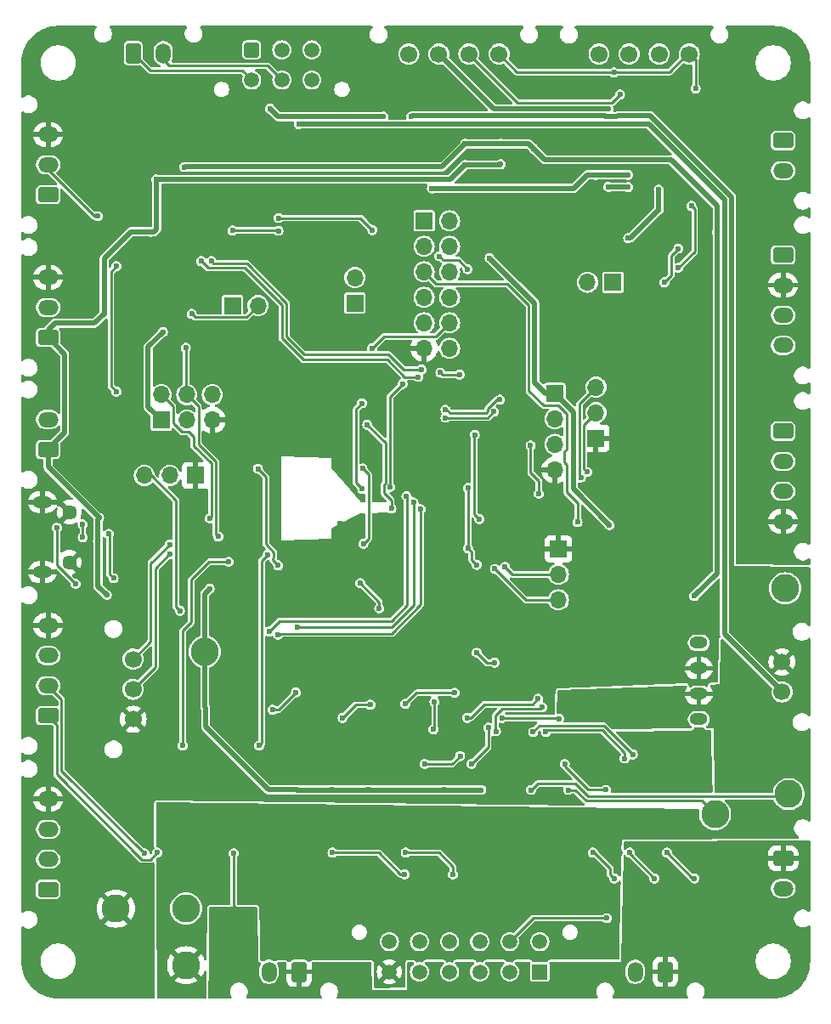
<source format=gbl>
G04 #@! TF.GenerationSoftware,KiCad,Pcbnew,8.0.7*
G04 #@! TF.CreationDate,2025-01-18T17:23:32-06:00*
G04 #@! TF.ProjectId,Controls-Leader,436f6e74-726f-46c7-932d-4c6561646572,rev?*
G04 #@! TF.SameCoordinates,Original*
G04 #@! TF.FileFunction,Copper,L2,Bot*
G04 #@! TF.FilePolarity,Positive*
%FSLAX46Y46*%
G04 Gerber Fmt 4.6, Leading zero omitted, Abs format (unit mm)*
G04 Created by KiCad (PCBNEW 8.0.7) date 2025-01-18 17:23:32*
%MOMM*%
%LPD*%
G01*
G04 APERTURE LIST*
G04 Aperture macros list*
%AMRoundRect*
0 Rectangle with rounded corners*
0 $1 Rounding radius*
0 $2 $3 $4 $5 $6 $7 $8 $9 X,Y pos of 4 corners*
0 Add a 4 corners polygon primitive as box body*
4,1,4,$2,$3,$4,$5,$6,$7,$8,$9,$2,$3,0*
0 Add four circle primitives for the rounded corners*
1,1,$1+$1,$2,$3*
1,1,$1+$1,$4,$5*
1,1,$1+$1,$6,$7*
1,1,$1+$1,$8,$9*
0 Add four rect primitives between the rounded corners*
20,1,$1+$1,$2,$3,$4,$5,0*
20,1,$1+$1,$4,$5,$6,$7,0*
20,1,$1+$1,$6,$7,$8,$9,0*
20,1,$1+$1,$8,$9,$2,$3,0*%
G04 Aperture macros list end*
G04 #@! TA.AperFunction,ComponentPad*
%ADD10RoundRect,0.250001X0.759999X-0.499999X0.759999X0.499999X-0.759999X0.499999X-0.759999X-0.499999X0*%
G04 #@! TD*
G04 #@! TA.AperFunction,ComponentPad*
%ADD11O,2.020000X1.500000*%
G04 #@! TD*
G04 #@! TA.AperFunction,ComponentPad*
%ADD12R,1.700000X1.700000*%
G04 #@! TD*
G04 #@! TA.AperFunction,ComponentPad*
%ADD13O,1.700000X1.700000*%
G04 #@! TD*
G04 #@! TA.AperFunction,ComponentPad*
%ADD14C,1.700000*%
G04 #@! TD*
G04 #@! TA.AperFunction,ComponentPad*
%ADD15C,2.800000*%
G04 #@! TD*
G04 #@! TA.AperFunction,ComponentPad*
%ADD16RoundRect,0.250001X-0.759999X0.499999X-0.759999X-0.499999X0.759999X-0.499999X0.759999X0.499999X0*%
G04 #@! TD*
G04 #@! TA.AperFunction,ComponentPad*
%ADD17RoundRect,0.250001X-0.499999X-0.499999X0.499999X-0.499999X0.499999X0.499999X-0.499999X0.499999X0*%
G04 #@! TD*
G04 #@! TA.AperFunction,ComponentPad*
%ADD18C,1.500000*%
G04 #@! TD*
G04 #@! TA.AperFunction,ComponentPad*
%ADD19O,1.900000X1.200000*%
G04 #@! TD*
G04 #@! TA.AperFunction,ComponentPad*
%ADD20C,1.450000*%
G04 #@! TD*
G04 #@! TA.AperFunction,ComponentPad*
%ADD21R,1.500000X1.500000*%
G04 #@! TD*
G04 #@! TA.AperFunction,ComponentPad*
%ADD22RoundRect,0.250001X0.499999X0.759999X-0.499999X0.759999X-0.499999X-0.759999X0.499999X-0.759999X0*%
G04 #@! TD*
G04 #@! TA.AperFunction,ComponentPad*
%ADD23O,1.500000X2.020000*%
G04 #@! TD*
G04 #@! TA.AperFunction,ComponentPad*
%ADD24RoundRect,0.250001X-0.499999X-0.759999X0.499999X-0.759999X0.499999X0.759999X-0.499999X0.759999X0*%
G04 #@! TD*
G04 #@! TA.AperFunction,ComponentPad*
%ADD25O,1.800000X1.200000*%
G04 #@! TD*
G04 #@! TA.AperFunction,ViaPad*
%ADD26C,0.600000*%
G04 #@! TD*
G04 #@! TA.AperFunction,Conductor*
%ADD27C,0.500000*%
G04 #@! TD*
G04 #@! TA.AperFunction,Conductor*
%ADD28C,0.250000*%
G04 #@! TD*
G04 APERTURE END LIST*
D10*
G04 #@! TO.P,J7,1,Pin_1*
G04 #@! TO.N,+3V3*
X115500000Y-68390000D03*
D11*
G04 #@! TO.P,J7,2,Pin_2*
G04 #@! TO.N,Net-(J7-Pin_2)*
X115500000Y-65390000D03*
G04 #@! TO.P,J7,3,Pin_3*
G04 #@! TO.N,GND*
X115500000Y-62390000D03*
G04 #@! TD*
D10*
G04 #@! TO.P,J12,1,Pin_1*
G04 #@! TO.N,+3V3*
X115500000Y-93780000D03*
D11*
G04 #@! TO.P,J12,2,Pin_2*
G04 #@! TO.N,Net-(J12-Pin_2)*
X115500000Y-90780000D03*
G04 #@! TD*
D12*
G04 #@! TO.P,J3,1,Pin_1*
G04 #@! TO.N,/PA15*
X152960000Y-70980000D03*
D13*
G04 #@! TO.P,J3,2,Pin_2*
G04 #@! TO.N,+3V3*
X155500000Y-70980000D03*
G04 #@! TO.P,J3,3,Pin_3*
G04 #@! TO.N,/PB7*
X152960000Y-73520000D03*
G04 #@! TO.P,J3,4,Pin_4*
G04 #@! TO.N,/PA8*
X155500000Y-73520000D03*
G04 #@! TO.P,J3,5,Pin_5*
G04 #@! TO.N,/PC9*
X152960000Y-76060000D03*
G04 #@! TO.P,J3,6,Pin_6*
G04 #@! TO.N,/PC10*
X155500000Y-76060000D03*
G04 #@! TO.P,J3,7,Pin_7*
G04 #@! TO.N,/PC11*
X152960000Y-78600000D03*
G04 #@! TO.P,J3,8,Pin_8*
G04 #@! TO.N,/PC12*
X155500000Y-78600000D03*
G04 #@! TO.P,J3,9,Pin_9*
G04 #@! TO.N,/PC13*
X152960000Y-81140000D03*
G04 #@! TO.P,J3,10,Pin_10*
G04 #@! TO.N,/PC14*
X155500000Y-81140000D03*
G04 #@! TO.P,J3,11,Pin_11*
G04 #@! TO.N,GND*
X152960000Y-83680000D03*
G04 #@! TO.P,J3,12,Pin_12*
G04 #@! TO.N,/PD2*
X155500000Y-83680000D03*
G04 #@! TD*
D12*
G04 #@! TO.P,J25,1,Pin_1*
G04 #@! TO.N,GND*
X130159999Y-96350000D03*
D13*
G04 #@! TO.P,J25,2,Pin_2*
G04 #@! TO.N,/UART2_Tx*
X127619999Y-96350000D03*
G04 #@! TO.P,J25,3,Pin_3*
G04 #@! TO.N,/UART2_Rx*
X125079999Y-96350000D03*
G04 #@! TD*
D12*
G04 #@! TO.P,JP2,1,A*
G04 #@! TO.N,/Car_CAN/CAN_L*
X171775000Y-77100000D03*
D13*
G04 #@! TO.P,JP2,2,B*
G04 #@! TO.N,/Car_CAN/TERM_H*
X169235000Y-77100000D03*
G04 #@! TD*
D12*
G04 #@! TO.P,J13,1,Pin_1*
G04 #@! TO.N,GND*
X170090000Y-92640000D03*
D13*
G04 #@! TO.P,J13,2,Pin_2*
G04 #@! TO.N,/UART3_Rx*
X170090000Y-90100000D03*
G04 #@! TO.P,J13,3,Pin_3*
G04 #@! TO.N,/UART3_Tx*
X170090000Y-87560000D03*
G04 #@! TD*
D14*
G04 #@! TO.P,J21,1,Pin_1*
G04 #@! TO.N,Net-(J21-Pin_1)*
X170390000Y-54370000D03*
G04 #@! TO.P,J21,2,Pin_2*
G04 #@! TO.N,Net-(J21-Pin_2)*
X173390000Y-54370000D03*
G04 #@! TO.P,J21,3,Pin_3*
G04 #@! TO.N,/Car_CAN/CAN_H*
X176390000Y-54370000D03*
G04 #@! TO.P,J21,4,Pin_4*
G04 #@! TO.N,/Car_CAN/CAN_L*
X179390000Y-54370000D03*
G04 #@! TD*
G04 #@! TO.P,J18,1,Pin_1*
G04 #@! TO.N,+12V*
X188630000Y-114920000D03*
G04 #@! TO.P,J18,2,Pin_2*
G04 #@! TO.N,GNDPWR*
X188630000Y-117920000D03*
G04 #@! TD*
D15*
G04 #@! TO.P,TP8,1,1*
G04 #@! TO.N,/Lights/LEFT_BLINK*
X189300000Y-128100000D03*
G04 #@! TD*
D12*
G04 #@! TO.P,J8,1,Pin_1*
G04 #@! TO.N,+3V3*
X166000000Y-88170000D03*
D13*
G04 #@! TO.P,J8,2,Pin_2*
G04 #@! TO.N,/SWCLK*
X166000000Y-90710000D03*
G04 #@! TO.P,J8,3,Pin_3*
G04 #@! TO.N,/SWDIO*
X166000000Y-93250000D03*
G04 #@! TO.P,J8,4,Pin_4*
G04 #@! TO.N,GND*
X166000000Y-95790000D03*
G04 #@! TD*
D12*
G04 #@! TO.P,JP1,1,A*
G04 #@! TO.N,/Motor_CAN/CAN_L*
X133878000Y-79428000D03*
D13*
G04 #@! TO.P,JP1,2,B*
G04 #@! TO.N,/Motor_CAN/TERM_H*
X136418000Y-79428000D03*
G04 #@! TD*
D12*
G04 #@! TO.P,J2,1,Pin_1*
G04 #@! TO.N,GND*
X166350000Y-103660000D03*
D13*
G04 #@! TO.P,J2,2,Pin_2*
G04 #@! TO.N,/UART4_Tx*
X166350000Y-106200000D03*
G04 #@! TO.P,J2,3,Pin_3*
G04 #@! TO.N,/UART4_Rx*
X166350000Y-108740000D03*
G04 #@! TD*
D16*
G04 #@! TO.P,J14,1,Pin_1*
G04 #@! TO.N,/Car_CAN/CAN_H*
X188740000Y-62980000D03*
D11*
G04 #@! TO.P,J14,2,Pin_2*
G04 #@! TO.N,/Car_CAN/CAN_L*
X188740000Y-65980000D03*
G04 #@! TD*
D17*
G04 #@! TO.P,J5,1,Pin_1*
G04 #@! TO.N,Net-(J5-Pin_1)*
X135780000Y-53950000D03*
D18*
G04 #@! TO.P,J5,2,Pin_2*
G04 #@! TO.N,GNDPWR*
X138780000Y-53950000D03*
G04 #@! TO.P,J5,3,Pin_3*
G04 #@! TO.N,unconnected-(J5-Pin_3-Pad3)*
X141780000Y-53950000D03*
G04 #@! TO.P,J5,4,Pin_4*
G04 #@! TO.N,/Motor_CAN/CAN_H*
X135780000Y-56950000D03*
G04 #@! TO.P,J5,5,Pin_5*
G04 #@! TO.N,/Motor_CAN/CAN_L*
X138780000Y-56950000D03*
G04 #@! TO.P,J5,6,Pin_6*
G04 #@! TO.N,unconnected-(J5-Pin_6-Pad6)*
X141780000Y-56950000D03*
G04 #@! TD*
D19*
G04 #@! TO.P,J23,6,Shield*
G04 #@! TO.N,GND*
X114922500Y-98997500D03*
D20*
X117622500Y-99997500D03*
X117622500Y-104997500D03*
D19*
X114922500Y-105997500D03*
G04 #@! TD*
D16*
G04 #@! TO.P,J17,1,Pin_1*
G04 #@! TO.N,Net-(J17-Pin_1)*
X188740000Y-91940000D03*
D11*
G04 #@! TO.P,J17,2,Pin_2*
G04 #@! TO.N,Net-(J17-Pin_2)*
X188740000Y-94940000D03*
G04 #@! TO.P,J17,3,Pin_3*
G04 #@! TO.N,/Motor_C_Sense*
X188740000Y-97940000D03*
G04 #@! TO.P,J17,4,Pin_4*
G04 #@! TO.N,GND*
X188740000Y-100940000D03*
G04 #@! TD*
D12*
G04 #@! TO.P,J27,1,Pin_1*
G04 #@! TO.N,/Motor_CAN/CAN_H*
X146070000Y-79179000D03*
D13*
G04 #@! TO.P,J27,2,Pin_2*
G04 #@! TO.N,/Motor_CAN/CAN_L*
X146070000Y-76639000D03*
G04 #@! TD*
D21*
G04 #@! TO.P,J4,1,Pin_1*
G04 #@! TO.N,GNDPWR*
X164500000Y-145800000D03*
D18*
G04 #@! TO.P,J4,2,Pin_2*
G04 #@! TO.N,/Left_Ind*
X161500000Y-145800000D03*
G04 #@! TO.P,J4,3,Pin_3*
G04 #@! TO.N,/DashAndDisplay/IGN_2_Motor*
X158500000Y-145800000D03*
G04 #@! TO.P,J4,4,Pin_4*
G04 #@! TO.N,/DashAndDisplay/IGN_1_Array*
X155500000Y-145800000D03*
G04 #@! TO.P,J4,5,Pin_5*
G04 #@! TO.N,/DashAndDisplay/BPS_Hzd*
X152500000Y-145800000D03*
G04 #@! TO.P,J4,6,Pin_6*
G04 #@! TO.N,+12V*
X149500000Y-145800000D03*
G04 #@! TO.P,J4,7,Pin_7*
G04 #@! TO.N,/Right_Ind*
X164500000Y-142800000D03*
G04 #@! TO.P,J4,8,Pin_8*
G04 #@! TO.N,/DashAndDisplay/Dbg_Led*
X161500000Y-142800000D03*
G04 #@! TO.P,J4,9,Pin_9*
G04 #@! TO.N,/DashAndDisplay/Rev_Gear*
X158500000Y-142800000D03*
G04 #@! TO.P,J4,10,Pin_10*
G04 #@! TO.N,/DashAndDisplay/Fwd_Gear*
X155500000Y-142800000D03*
G04 #@! TO.P,J4,11,Pin_11*
G04 #@! TO.N,/DashAndDisplay/Cruz_En*
X152500000Y-142800000D03*
G04 #@! TO.P,J4,12,Pin_12*
G04 #@! TO.N,/DashAndDisplay/Cruz_Set*
X149500000Y-142800000D03*
G04 #@! TD*
D12*
G04 #@! TO.P,J15,1,Pin_1*
G04 #@! TO.N,+3V3*
X126770000Y-90840000D03*
D13*
G04 #@! TO.P,J15,2,Pin_2*
G04 #@! TO.N,/Accel_Pot*
X126770000Y-88300000D03*
G04 #@! TO.P,J15,3,Pin_3*
G04 #@! TO.N,unconnected-(J15-Pin_3-Pad3)*
X129310000Y-90840000D03*
G04 #@! TO.P,J15,4,Pin_4*
G04 #@! TO.N,/Brake_Pot*
X129310000Y-88300000D03*
G04 #@! TO.P,J15,5,Pin_5*
G04 #@! TO.N,GND*
X131850000Y-90840000D03*
G04 #@! TO.P,J15,6,Pin_6*
G04 #@! TO.N,/Brake_SW*
X131850000Y-88300000D03*
G04 #@! TD*
D10*
G04 #@! TO.P,J10,1,Pin_1*
G04 #@! TO.N,Net-(J10-Pin_1)*
X115500000Y-120290000D03*
D11*
G04 #@! TO.P,J10,2,Pin_2*
G04 #@! TO.N,Net-(J10-Pin_2)*
X115500000Y-117290000D03*
G04 #@! TO.P,J10,3,Pin_3*
G04 #@! TO.N,/Array_PBC_Sense*
X115500000Y-114290000D03*
G04 #@! TO.P,J10,4,Pin_4*
G04 #@! TO.N,GND*
X115500000Y-111290000D03*
G04 #@! TD*
D14*
G04 #@! TO.P,J22,1,Pin_1*
G04 #@! TO.N,Net-(J21-Pin_1)*
X151430000Y-54370000D03*
G04 #@! TO.P,J22,2,Pin_2*
G04 #@! TO.N,Net-(J21-Pin_2)*
X154430000Y-54370000D03*
G04 #@! TO.P,J22,3,Pin_3*
G04 #@! TO.N,/Car_CAN/CAN_H*
X157430000Y-54370000D03*
G04 #@! TO.P,J22,4,Pin_4*
G04 #@! TO.N,/Car_CAN/CAN_L*
X160430000Y-54370000D03*
G04 #@! TD*
D10*
G04 #@! TO.P,J9,1,Pin_1*
G04 #@! TO.N,+3V3*
X115500000Y-82610000D03*
D11*
G04 #@! TO.P,J9,2,Pin_2*
G04 #@! TO.N,Net-(J9-Pin_2)*
X115500000Y-79610000D03*
G04 #@! TO.P,J9,3,Pin_3*
G04 #@! TO.N,GND*
X115500000Y-76610000D03*
G04 #@! TD*
D15*
G04 #@! TO.P,TP5,1,1*
G04 #@! TO.N,GND*
X122250000Y-139500000D03*
G04 #@! TD*
D16*
G04 #@! TO.P,J6,1,Pin_1*
G04 #@! TO.N,+5V*
X188740000Y-74390000D03*
D11*
G04 #@! TO.P,J6,2,Pin_2*
G04 #@! TO.N,GND*
X188740000Y-77390000D03*
G04 #@! TO.P,J6,3,Pin_3*
G04 #@! TO.N,/UART3_Tx*
X188740000Y-80390000D03*
G04 #@! TO.P,J6,4,Pin_4*
G04 #@! TO.N,/UART3_Rx*
X188740000Y-83390000D03*
G04 #@! TD*
D16*
G04 #@! TO.P,L_BLINK_EXT1,1,Pin_1*
G04 #@! TO.N,Lights_12V*
X188740000Y-134500000D03*
D11*
G04 #@! TO.P,L_BLINK_EXT1,2,Pin_2*
G04 #@! TO.N,Net-(L_BLINK_EXT1-Pin_2)*
X188740000Y-137500000D03*
G04 #@! TD*
D22*
G04 #@! TO.P,R_BLINK_EXT1,1,Pin_1*
G04 #@! TO.N,Lights_12V*
X177000000Y-145800000D03*
D23*
G04 #@! TO.P,R_BLINK_EXT1,2,Pin_2*
G04 #@! TO.N,Net-(Q3-D)*
X174000000Y-145800000D03*
G04 #@! TD*
D22*
G04 #@! TO.P,BRAKELIGHT1,1,Pin_1*
G04 #@! TO.N,Lights_12V*
X140500000Y-145800000D03*
D23*
G04 #@! TO.P,BRAKELIGHT1,2,Pin_2*
G04 #@! TO.N,Net-(BRAKELIGHT1-Pin_2)*
X137500000Y-145800000D03*
G04 #@! TD*
D15*
G04 #@! TO.P,TP4,1,1*
G04 #@! TO.N,+5V*
X188950000Y-107590000D03*
G04 #@! TD*
G04 #@! TO.P,TP6,1,1*
G04 #@! TO.N,+3V3*
X131100000Y-113900000D03*
G04 #@! TD*
G04 #@! TO.P,TP9,1,1*
G04 #@! TO.N,+12V*
X129250000Y-145150000D03*
G04 #@! TD*
G04 #@! TO.P,TP10,1,1*
G04 #@! TO.N,GNDPWR*
X129250000Y-139500000D03*
G04 #@! TD*
D10*
G04 #@! TO.P,J11,1,Pin_1*
G04 #@! TO.N,Net-(J11-Pin_1)*
X115500000Y-137600000D03*
D11*
G04 #@! TO.P,J11,2,Pin_2*
G04 #@! TO.N,Net-(J11-Pin_2)*
X115500000Y-134600000D03*
G04 #@! TO.P,J11,3,Pin_3*
G04 #@! TO.N,/Motor_PBC_Sense*
X115500000Y-131600000D03*
G04 #@! TO.P,J11,4,Pin_4*
G04 #@! TO.N,GND*
X115500000Y-128600000D03*
G04 #@! TD*
D15*
G04 #@! TO.P,TP7,1,1*
G04 #@! TO.N,/Lights/RIGHT_BLINK*
X181950000Y-130100000D03*
G04 #@! TD*
D14*
G04 #@! TO.P,J1,1,Pin_1*
G04 #@! TO.N,GND*
X123970000Y-120649999D03*
G04 #@! TO.P,J1,2,Pin_2*
G04 #@! TO.N,/ExtraADC2*
X123970000Y-117649999D03*
G04 #@! TO.P,J1,3,Pin_3*
G04 #@! TO.N,/ExtraADC1*
X123970000Y-114649999D03*
G04 #@! TD*
D24*
G04 #@! TO.P,J16,1,Pin_1*
G04 #@! TO.N,/Motor_CAN/CAN_H*
X123980000Y-54290000D03*
D23*
G04 #@! TO.P,J16,2,Pin_2*
G04 #@! TO.N,/Motor_CAN/CAN_L*
X126980000Y-54290000D03*
G04 #@! TD*
D25*
G04 #@! TO.P,U12,1,-Vin*
G04 #@! TO.N,Net-(Q2-D)*
X180340000Y-120649999D03*
G04 #@! TO.P,U12,2,+Vin*
G04 #@! TO.N,+12V*
X180340000Y-118110000D03*
G04 #@! TO.P,U12,3,-Vout*
G04 #@! TO.N,GND*
X180340000Y-115569998D03*
G04 #@! TO.P,U12,4,+Vout*
G04 #@! TO.N,+5V*
X180340000Y-113029999D03*
G04 #@! TD*
D26*
G04 #@! TO.N,+12V*
X151700000Y-60600000D03*
X137735000Y-133925000D03*
X184150000Y-119435500D03*
X185925000Y-121975000D03*
X182775000Y-125850000D03*
X134650000Y-137100000D03*
X171060000Y-133925000D03*
G04 #@! TO.N,GNDPWR*
X140500000Y-61350000D03*
G04 #@! TO.N,GND*
X143750000Y-123250000D03*
X149550000Y-102650000D03*
X149600000Y-116100000D03*
X146550000Y-116050000D03*
X149700000Y-108300000D03*
X162850000Y-96650000D03*
X126300000Y-63200000D03*
X160000000Y-123300000D03*
X159250000Y-116077498D03*
X143400000Y-116092498D03*
X155350000Y-123250000D03*
X162450000Y-116050000D03*
X148400000Y-123300000D03*
X146041476Y-123270000D03*
X152850000Y-116100000D03*
X144700000Y-95500000D03*
X153050000Y-123300000D03*
X120580000Y-98680000D03*
X144600000Y-101100000D03*
G04 #@! TO.N,/NRST*
X149700000Y-99650000D03*
X147300000Y-91305988D03*
G04 #@! TO.N,+3V3*
X157325512Y-97600000D03*
X151130000Y-127685000D03*
X154965000Y-127675000D03*
X146600000Y-107070000D03*
X160600000Y-65343999D03*
X121087500Y-80215999D03*
X157044000Y-65410000D03*
X120580000Y-100579998D03*
X159500000Y-74700000D03*
X140215000Y-127675000D03*
X131590000Y-107647500D03*
X157325512Y-103600000D03*
X121350000Y-108250000D03*
X158665000Y-127685000D03*
X126937500Y-82050000D03*
X146916955Y-103160001D03*
X120470000Y-102880000D03*
X125754999Y-72075000D03*
X148500000Y-109600000D03*
X171437300Y-101290002D03*
X146825000Y-95650000D03*
X126258000Y-66860001D03*
X143840000Y-127675000D03*
X147465000Y-127675000D03*
X158200000Y-105250000D03*
G04 #@! TO.N,/Accel_Pot*
X122300000Y-75500000D03*
X122300000Y-88000000D03*
X131575000Y-100625000D03*
G04 #@! TO.N,/Brake_Pot*
X129210000Y-83640000D03*
X132453058Y-102446942D03*
G04 #@! TO.N,+5V*
X129050000Y-65625000D03*
X163900000Y-63820000D03*
X179882420Y-108361499D03*
X182150000Y-72100000D03*
X160600000Y-63312001D03*
X157044000Y-63312000D03*
G04 #@! TO.N,/SWDIO*
X163575000Y-93350000D03*
X164400000Y-98160000D03*
G04 #@! TO.N,/IG1*
X153900000Y-121640000D03*
X154000000Y-118900000D03*
G04 #@! TO.N,/IG2*
X160000000Y-115000000D03*
X157668936Y-125095000D03*
X158200000Y-114000000D03*
X159350000Y-121460000D03*
G04 #@! TO.N,/UART3_Tx*
X168575000Y-96565687D03*
G04 #@! TO.N,/Motor_CAN/CAN_H*
X138450000Y-70705000D03*
X147807198Y-71892802D03*
G04 #@! TO.N,/Motor_CAN/CAN_L*
X138450000Y-71975000D03*
X133878000Y-71950000D03*
G04 #@! TO.N,/UART3_Rx*
X169200000Y-96000000D03*
G04 #@! TO.N,/Motor_CAN/TERM_H*
X129800000Y-80250000D03*
G04 #@! TO.N,/CAN_Tx*
X160525000Y-88800000D03*
X155100000Y-89799997D03*
G04 #@! TO.N,/CAN_Rx*
X155100000Y-90600000D03*
X159900000Y-90000000D03*
G04 #@! TO.N,/MotorCAN_Tx*
X152384864Y-86535318D03*
X130750000Y-75000000D03*
G04 #@! TO.N,/MotorCAN_Rx*
X152700000Y-85800000D03*
X131750000Y-75000000D03*
G04 #@! TO.N,/UART2_Tx*
X136400000Y-95680000D03*
X138410140Y-105310140D03*
G04 #@! TO.N,/UART2_Rx*
X128625000Y-109825000D03*
G04 #@! TO.N,/Car_CAN/CAN_H*
X179600000Y-69500000D03*
X178300000Y-75650000D03*
X172488162Y-58398162D03*
G04 #@! TO.N,/Car_CAN/CAN_L*
X178300000Y-73750000D03*
X176900000Y-77100000D03*
X180008058Y-57791942D03*
X171900000Y-56200000D03*
G04 #@! TO.N,/PC14*
X146800000Y-97700000D03*
X146782113Y-89158644D03*
X147800000Y-83675000D03*
G04 #@! TO.N,/PC13*
X149600000Y-97500000D03*
X150816942Y-87233058D03*
G04 #@! TO.N,Net-(J21-Pin_2)*
X176300000Y-69887500D03*
X171325000Y-67600000D03*
X173300000Y-67630000D03*
X173300000Y-72700000D03*
X171325000Y-59815000D03*
X176348000Y-67884001D03*
G04 #@! TO.N,Net-(J21-Pin_1)*
X170075000Y-66400000D03*
X153750000Y-67750000D03*
X173300000Y-66400000D03*
G04 #@! TO.N,Net-(D7-A)*
X140200000Y-117977499D03*
X137875000Y-119700000D03*
G04 #@! TO.N,Net-(D11-A)*
X151100000Y-119100000D03*
X156000000Y-118000000D03*
G04 #@! TO.N,Net-(J23-D-)*
X122025692Y-106595692D03*
X121540000Y-102165000D03*
G04 #@! TO.N,Net-(J23-VBUS)*
X118250000Y-107150000D03*
X116372502Y-101555000D03*
G04 #@! TO.N,Net-(J23-D+)*
X118950000Y-102530000D03*
X118950000Y-101222500D03*
G04 #@! TO.N,Net-(J5-Pin_1)*
X148900000Y-60600000D03*
X137600000Y-59800000D03*
G04 #@! TO.N,/UART4_Tx*
X161036000Y-105450000D03*
G04 #@! TO.N,/UART4_Rx*
X160020000Y-105664000D03*
G04 #@! TO.N,/DashAndDisplay/Dbg_Led*
X171170000Y-140460000D03*
G04 #@! TO.N,Net-(J7-Pin_2)*
X120437500Y-70525000D03*
G04 #@! TO.N,Net-(J10-Pin_1)*
X126365000Y-133935000D03*
G04 #@! TO.N,Net-(J10-Pin_2)*
X125090000Y-134000000D03*
G04 #@! TO.N,Net-(Q1-G)*
X179912500Y-136500000D03*
X177165000Y-133935000D03*
G04 #@! TO.N,Net-(Q3-G)*
X173475000Y-133925000D03*
X175912500Y-136500000D03*
G04 #@! TO.N,Net-(Q5-G)*
X171912500Y-136500000D03*
X169790000Y-133925000D03*
G04 #@! TO.N,/Motor_PRCHG_Bypass*
X136525000Y-123270000D03*
X137370000Y-104245000D03*
G04 #@! TO.N,/Motor_Controller_Fault*
X164325000Y-118600000D03*
X157255000Y-120500000D03*
G04 #@! TO.N,Net-(R11-Pad2)*
X172950000Y-124550000D03*
X165100000Y-121920000D03*
G04 #@! TO.N,/Lights/RIGHT_BLINK*
X167335000Y-127685000D03*
G04 #@! TO.N,/Lights/LEFT_BLINK*
X163635000Y-127685000D03*
G04 #@! TO.N,Net-(R12-Pad2)*
X173750000Y-124150000D03*
X163830000Y-121920000D03*
G04 #@! TO.N,Net-(R19-Pad2)*
X166970905Y-125095000D03*
X171060000Y-127675000D03*
G04 #@! TO.N,/Array_PRCHG_Bypass*
X128905000Y-123270000D03*
X133500000Y-104950000D03*
G04 #@! TO.N,/Controls_Fault*
X147600000Y-119200000D03*
X144850000Y-120500000D03*
G04 #@! TO.N,/Reverse*
X164719191Y-119449769D03*
X160110000Y-121840000D03*
G04 #@! TO.N,/Forward*
X156550000Y-124300000D03*
X153017952Y-125095000D03*
G04 #@! TO.N,Net-(R60-Pad2)*
X151130000Y-133935000D03*
X155839650Y-136087500D03*
G04 #@! TO.N,Net-(R62-Pad2)*
X151024300Y-136087500D03*
X143840000Y-133925000D03*
G04 #@! TO.N,/ExtraADC2*
X127601721Y-104214810D03*
G04 #@! TO.N,/ExtraADC1*
X127604589Y-103211527D03*
G04 #@! TO.N,/PC9*
X168250000Y-101000000D03*
G04 #@! TO.N,/PA8*
X158000000Y-92300000D03*
X158464409Y-100690685D03*
G04 #@! TO.N,/PC11*
X154585000Y-86100000D03*
X156500000Y-86300000D03*
G04 #@! TO.N,/PA15*
X154490000Y-74510000D03*
X157300000Y-75800000D03*
G04 #@! TO.N,Lights_12V*
X134650000Y-139899999D03*
X174760000Y-133935000D03*
X134000000Y-134000000D03*
X178450000Y-133950000D03*
G04 #@! TO.N,/Cruise_Ind*
X160712500Y-120500000D03*
X166400000Y-120600000D03*
G04 #@! TO.N,/Motor_PBC_Sense*
X151210000Y-98410000D03*
X137525000Y-111895000D03*
G04 #@! TO.N,/Motor_Contactor*
X152600000Y-99700000D03*
X138400000Y-112200000D03*
G04 #@! TO.N,/Array_PBC_Sense*
X151900000Y-99034834D03*
X140340000Y-111455000D03*
G04 #@! TD*
D27*
G04 #@! TO.N,+12V*
X172210661Y-60565000D02*
X172275661Y-60500000D01*
X171014339Y-60565000D02*
X172210661Y-60565000D01*
X151700000Y-60600000D02*
X151785000Y-60515000D01*
X170964339Y-60515000D02*
X171014339Y-60565000D01*
X183600000Y-68600000D02*
X183600000Y-109860000D01*
X183600000Y-109860000D02*
X188670000Y-114930000D01*
X175500000Y-60500000D02*
X183600000Y-68600000D01*
X151785000Y-60515000D02*
X170964339Y-60515000D01*
X172275661Y-60500000D02*
X175500000Y-60500000D01*
G04 #@! TO.N,GNDPWR*
X182900000Y-112160000D02*
X188670000Y-117930000D01*
X140500000Y-61350000D02*
X175360050Y-61350000D01*
X175360050Y-61350000D02*
X182900000Y-68889950D01*
X182900000Y-68889950D02*
X182900000Y-112160000D01*
D28*
G04 #@! TO.N,GND*
X152850000Y-116100000D02*
X152900000Y-116150000D01*
X148400000Y-123450000D02*
X148550000Y-123600000D01*
X149150000Y-102650000D02*
X149100000Y-102700000D01*
X149100000Y-102700000D02*
X148750000Y-102700000D01*
X146021476Y-123250000D02*
X146041476Y-123270000D01*
X149550000Y-102650000D02*
X149150000Y-102650000D01*
X146041476Y-123270000D02*
X148370000Y-123270000D01*
X144600000Y-101100000D02*
X144700000Y-101000000D01*
X148370000Y-123270000D02*
X148400000Y-123300000D01*
X146550000Y-116050000D02*
X146700000Y-116200000D01*
X144700000Y-95500000D02*
X144900000Y-95700000D01*
X148400000Y-123300000D02*
X148400000Y-123450000D01*
X162450000Y-116050000D02*
X162422502Y-116077498D01*
X143750000Y-123250000D02*
X146021476Y-123250000D01*
X126300000Y-63200000D02*
X126100000Y-63200000D01*
X162422502Y-116077498D02*
X159250000Y-116077498D01*
G04 #@! TO.N,/NRST*
X149100000Y-93105988D02*
X149100000Y-97116116D01*
X148975000Y-97241116D02*
X148975000Y-98125000D01*
X148975000Y-98125000D02*
X149700000Y-98850000D01*
X149100000Y-97116116D02*
X148975000Y-97241116D01*
X149700000Y-98850000D02*
X149700000Y-99650000D01*
X147300000Y-91305988D02*
X149100000Y-93105988D01*
D27*
G04 #@! TO.N,+3V3*
X115500000Y-82610000D02*
X117150000Y-84260000D01*
X123725000Y-72075000D02*
X126037500Y-72075000D01*
X167853980Y-90023980D02*
X166000000Y-88170000D01*
X120470000Y-107370000D02*
X120470000Y-102880000D01*
X163980000Y-79180000D02*
X159500000Y-74700000D01*
X167825000Y-96255026D02*
X167853980Y-96226046D01*
X143830000Y-127685000D02*
X143840000Y-127675000D01*
X160533999Y-65410000D02*
X160600000Y-65343999D01*
X115500000Y-95499998D02*
X115500000Y-93780000D01*
X120580000Y-100579998D02*
X115500000Y-95499998D01*
X167853980Y-96226046D02*
X167853980Y-90023980D01*
D28*
X157325512Y-103600000D02*
X157325512Y-97600000D01*
D27*
X120133499Y-81170000D02*
X121087500Y-80215999D01*
X154965000Y-127675000D02*
X154975000Y-127685000D01*
X154955000Y-127685000D02*
X154965000Y-127675000D01*
X126037500Y-72075000D02*
X126300000Y-71812500D01*
X126937500Y-82050000D02*
X125470000Y-83517500D01*
X125470000Y-89540000D02*
X126770000Y-90840000D01*
X115500000Y-82610000D02*
X115500000Y-81850000D01*
X151130000Y-127685000D02*
X154955000Y-127685000D01*
X125470000Y-83517500D02*
X125470000Y-89540000D01*
D28*
X148500000Y-108970000D02*
X146600000Y-107070000D01*
D27*
X143840000Y-127675000D02*
X143850000Y-127685000D01*
X154975000Y-127685000D02*
X158665000Y-127685000D01*
X140215000Y-127675000D02*
X137475000Y-127675000D01*
X131110000Y-119420000D02*
X131110000Y-108127500D01*
X155593999Y-66860001D02*
X157044000Y-65410000D01*
X126300000Y-71812500D02*
X126300000Y-66902001D01*
X163980000Y-87080000D02*
X163980000Y-79180000D01*
X140215000Y-127675000D02*
X140225000Y-127685000D01*
X121087500Y-74712500D02*
X123725000Y-72075000D01*
X157044000Y-65410000D02*
X160533999Y-65410000D01*
D28*
X147425000Y-102651956D02*
X146916955Y-103160001D01*
D27*
X116180000Y-81170000D02*
X120133499Y-81170000D01*
D28*
X146825000Y-95650000D02*
X147425000Y-96250000D01*
D27*
X131200000Y-121400000D02*
X131200000Y-119510000D01*
D28*
X148500000Y-109600000D02*
X148500000Y-108970000D01*
X157700000Y-103974488D02*
X157325512Y-103600000D01*
D27*
X131110000Y-108127500D02*
X131590000Y-107647500D01*
X166000000Y-88170000D02*
X165070000Y-88170000D01*
D28*
X147425000Y-96250000D02*
X147425000Y-102651956D01*
D27*
X137475000Y-127675000D02*
X131200000Y-121400000D01*
X140225000Y-127685000D02*
X143830000Y-127685000D01*
X147455000Y-127685000D02*
X147465000Y-127675000D01*
D28*
X157700000Y-104750000D02*
X157700000Y-103974488D01*
D27*
X121087500Y-80215999D02*
X121087500Y-74712500D01*
X126300000Y-66902001D02*
X126258000Y-66860001D01*
X120470000Y-102880000D02*
X120470000Y-100689998D01*
X117150000Y-84260000D02*
X117150000Y-92050000D01*
X121350000Y-108250000D02*
X120470000Y-107370000D01*
X143850000Y-127685000D02*
X147455000Y-127685000D01*
X126258000Y-66860001D02*
X155593999Y-66860001D01*
X147465000Y-127675000D02*
X147475000Y-127685000D01*
D28*
X158200000Y-105250000D02*
X157700000Y-104750000D01*
D27*
X115500000Y-81850000D02*
X116180000Y-81170000D01*
X171437300Y-101290002D02*
X167825000Y-97677702D01*
X167825000Y-97677702D02*
X167825000Y-96255026D01*
X165070000Y-88170000D02*
X163980000Y-87080000D01*
X117150000Y-92050000D02*
X115420000Y-93780000D01*
X120470000Y-100689998D02*
X120580000Y-100579998D01*
X147475000Y-127685000D02*
X151130000Y-127685000D01*
D28*
G04 #@! TO.N,/Accel_Pot*
X122300000Y-88000000D02*
X121760000Y-87460000D01*
X131750000Y-95150000D02*
X130035000Y-93435000D01*
X121760000Y-76040000D02*
X122300000Y-75500000D01*
X129515000Y-92015000D02*
X128823299Y-92015000D01*
X130035000Y-93435000D02*
X130035000Y-92535000D01*
X130035000Y-92535000D02*
X129515000Y-92015000D01*
X121760000Y-87460000D02*
X121760000Y-76040000D01*
X131575000Y-100625000D02*
X131750000Y-100450000D01*
X127945000Y-89475000D02*
X126770000Y-88300000D01*
X131750000Y-100450000D02*
X131750000Y-95150000D01*
X128823299Y-92015000D02*
X127945000Y-91136701D01*
X127945000Y-91136701D02*
X127945000Y-89475000D01*
G04 #@! TO.N,/Brake_Pot*
X129220000Y-83650000D02*
X129220000Y-88210000D01*
X130485000Y-93248604D02*
X130485000Y-89475000D01*
X129220000Y-88210000D02*
X129310000Y-88300000D01*
X132200000Y-102193884D02*
X132200000Y-94963604D01*
X132453058Y-102446942D02*
X132200000Y-102193884D01*
X132200000Y-94963604D02*
X130485000Y-93248604D01*
X130485000Y-89475000D02*
X129310000Y-88300000D01*
X129210000Y-83640000D02*
X129220000Y-83650000D01*
D27*
G04 #@! TO.N,+5V*
X160600000Y-63312001D02*
X163392001Y-63312001D01*
X154756000Y-65600000D02*
X157044000Y-63312000D01*
X157044000Y-63312000D02*
X160599999Y-63312000D01*
X160599999Y-63312000D02*
X160600000Y-63312001D01*
X182150000Y-72100000D02*
X182150000Y-69500000D01*
X177550000Y-64900000D02*
X164980000Y-64900000D01*
X182150000Y-72100000D02*
X182150000Y-106093919D01*
X129125000Y-65600000D02*
X154756000Y-65600000D01*
X163392001Y-63312001D02*
X163900000Y-63820000D01*
X164980000Y-64900000D02*
X163900000Y-63820000D01*
X182150000Y-69500000D02*
X177550000Y-64900000D01*
X182150000Y-106093919D02*
X179882420Y-108361499D01*
D28*
G04 #@! TO.N,/SWDIO*
X163575000Y-96075000D02*
X163575000Y-93350000D01*
X164400000Y-96900000D02*
X163575000Y-96075000D01*
X164400000Y-98160000D02*
X164400000Y-96900000D01*
G04 #@! TO.N,/IG1*
X153900000Y-121640000D02*
X154000000Y-121540000D01*
X154000000Y-121540000D02*
X154000000Y-118900000D01*
G04 #@! TO.N,/IG2*
X159350000Y-123413936D02*
X157668936Y-125095000D01*
X159350000Y-121460000D02*
X159350000Y-123413936D01*
X160000000Y-115000000D02*
X159200000Y-115000000D01*
X159200000Y-115000000D02*
X158200000Y-114000000D01*
G04 #@! TO.N,/UART3_Tx*
X168575000Y-96565687D02*
X168428980Y-96419667D01*
X168428980Y-89221020D02*
X170090000Y-87560000D01*
X168428980Y-96419667D02*
X168428980Y-89221020D01*
G04 #@! TO.N,/Motor_CAN/CAN_H*
X138455000Y-70700000D02*
X146614396Y-70700000D01*
X146614396Y-70700000D02*
X147807198Y-71892802D01*
X123980000Y-54290000D02*
X125690000Y-56000000D01*
X138450000Y-70705000D02*
X138455000Y-70700000D01*
X134870000Y-56000000D02*
X135820000Y-56950000D01*
X125690000Y-56000000D02*
X134870000Y-56000000D01*
G04 #@! TO.N,/Motor_CAN/CAN_L*
X126980000Y-54920000D02*
X127590000Y-55530000D01*
X133878000Y-71950000D02*
X133928000Y-71900000D01*
X126980000Y-54290000D02*
X126980000Y-54920000D01*
X127590000Y-55530000D02*
X137360000Y-55530000D01*
X137360000Y-55530000D02*
X138780000Y-56950000D01*
X133928000Y-71900000D02*
X138425000Y-71900000D01*
G04 #@! TO.N,/UART3_Rx*
X169200000Y-96000000D02*
X168878980Y-95678980D01*
X168878980Y-91311020D02*
X170090000Y-90100000D01*
X168878980Y-95678980D02*
X168878980Y-91311020D01*
G04 #@! TO.N,/Motor_CAN/TERM_H*
X130153000Y-80603000D02*
X135243000Y-80603000D01*
X135243000Y-80603000D02*
X136418000Y-79428000D01*
X129800000Y-80250000D02*
X130153000Y-80603000D01*
G04 #@! TO.N,/CAN_Tx*
X159275000Y-89741116D02*
X160216116Y-88800000D01*
X160216116Y-88800000D02*
X160525000Y-88800000D01*
X159275000Y-89988604D02*
X159275000Y-89741116D01*
X159113604Y-90150000D02*
X159275000Y-89988604D01*
X155533884Y-90150000D02*
X159113604Y-90150000D01*
X155100000Y-89799997D02*
X155183881Y-89799997D01*
X155183881Y-89799997D02*
X155533884Y-90150000D01*
G04 #@! TO.N,/CAN_Rx*
X159900000Y-90000000D02*
X159300000Y-90600000D01*
X159300000Y-90600000D02*
X155100000Y-90600000D01*
G04 #@! TO.N,/MotorCAN_Tx*
X151035318Y-86535318D02*
X149300000Y-84800000D01*
X140900000Y-84800000D02*
X138800000Y-82700000D01*
X138800000Y-79364000D02*
X135128000Y-75692000D01*
X138800000Y-82700000D02*
X138800000Y-79364000D01*
X130750000Y-75000000D02*
X131442000Y-75692000D01*
X152384864Y-86535318D02*
X151035318Y-86535318D01*
X149300000Y-84800000D02*
X140900000Y-84800000D01*
X131442000Y-75692000D02*
X135128000Y-75692000D01*
G04 #@! TO.N,/MotorCAN_Rx*
X149436396Y-84300000D02*
X141036396Y-84300000D01*
X141036396Y-84300000D02*
X139250000Y-82513604D01*
X131992000Y-75242000D02*
X131750000Y-75000000D01*
X152700000Y-85800000D02*
X150936396Y-85800000D01*
X139250000Y-82513604D02*
X139250000Y-79177604D01*
X135314396Y-75242000D02*
X131992000Y-75242000D01*
X150936396Y-85800000D02*
X149436396Y-84300000D01*
X139250000Y-79177604D02*
X135314396Y-75242000D01*
G04 #@! TO.N,/UART2_Tx*
X137200000Y-103191116D02*
X137995000Y-103986116D01*
X137200000Y-96480000D02*
X137200000Y-103191116D01*
X137900000Y-104800000D02*
X138410140Y-105310140D01*
X136400000Y-95680000D02*
X137200000Y-96480000D01*
X137900000Y-104598884D02*
X137900000Y-104800000D01*
X137995000Y-104503884D02*
X137900000Y-104598884D01*
X137995000Y-103986116D02*
X137995000Y-104503884D01*
G04 #@! TO.N,/UART2_Rx*
X128229589Y-98829589D02*
X125750000Y-96350000D01*
X128625000Y-109825000D02*
X128229589Y-109429589D01*
X125750000Y-96350000D02*
X125079999Y-96350000D01*
X128229589Y-109429589D02*
X128229589Y-98829589D01*
G04 #@! TO.N,/Car_CAN/CAN_H*
X179600000Y-69500000D02*
X179925000Y-69825000D01*
X171696324Y-59190000D02*
X162250000Y-59190000D01*
X179925000Y-69825000D02*
X179925000Y-74025000D01*
X179925000Y-74025000D02*
X178300000Y-75650000D01*
X157460000Y-54400000D02*
X157450000Y-54400000D01*
X162250000Y-59190000D02*
X157460000Y-54400000D01*
X172488162Y-58398162D02*
X171696324Y-59190000D01*
G04 #@! TO.N,/Car_CAN/CAN_L*
X162200000Y-56150000D02*
X160450000Y-54400000D01*
X171900000Y-56200000D02*
X171950000Y-56150000D01*
X177600000Y-74450000D02*
X178300000Y-73750000D01*
X176900000Y-77100000D02*
X177600000Y-76400000D01*
X177420000Y-56150000D02*
X179240000Y-54330000D01*
X179240000Y-54330000D02*
X179410000Y-54330000D01*
X180008058Y-54928058D02*
X179410000Y-54330000D01*
X171900000Y-56200000D02*
X171850000Y-56150000D01*
X171850000Y-56150000D02*
X162200000Y-56150000D01*
X177600000Y-76400000D02*
X177600000Y-74450000D01*
X171950000Y-56150000D02*
X177420000Y-56150000D01*
X180008058Y-57791942D02*
X180008058Y-54928058D01*
G04 #@! TO.N,/PC14*
X147800000Y-83675000D02*
X148970000Y-82505000D01*
X146782113Y-89158644D02*
X146200000Y-89740757D01*
X146200000Y-89740757D02*
X146200000Y-97100000D01*
X148970000Y-82505000D02*
X154135000Y-82505000D01*
X146200000Y-97100000D02*
X146800000Y-97700000D01*
X154135000Y-82505000D02*
X155500000Y-81140000D01*
G04 #@! TO.N,/PC13*
X150816942Y-87233058D02*
X149550000Y-88500000D01*
X149550000Y-88500000D02*
X149550000Y-97450000D01*
X149550000Y-97450000D02*
X149600000Y-97500000D01*
D27*
G04 #@! TO.N,Net-(J21-Pin_2)*
X176348000Y-69839500D02*
X176300000Y-69887500D01*
X173300000Y-72700000D02*
X173487500Y-72700000D01*
X173487500Y-72700000D02*
X176300000Y-69887500D01*
X171325000Y-59815000D02*
X159875000Y-59815000D01*
X154460000Y-54400000D02*
X154450000Y-54400000D01*
X176348000Y-67884001D02*
X176348000Y-69839500D01*
X173270000Y-67600000D02*
X173300000Y-67630000D01*
X171325000Y-67600000D02*
X173270000Y-67600000D01*
X159875000Y-59815000D02*
X154460000Y-54400000D01*
G04 #@! TO.N,Net-(J21-Pin_1)*
X170075000Y-66400000D02*
X169200000Y-66400000D01*
X169200000Y-66400000D02*
X167850000Y-67750000D01*
X170075000Y-66400000D02*
X173300000Y-66400000D01*
X167850000Y-67750000D02*
X153750000Y-67750000D01*
D28*
G04 #@! TO.N,Net-(D7-A)*
X137875000Y-119700000D02*
X138477499Y-119700000D01*
X138477499Y-119700000D02*
X140200000Y-117977499D01*
G04 #@! TO.N,Net-(D11-A)*
X156000000Y-118000000D02*
X152200000Y-118000000D01*
X152200000Y-118000000D02*
X151100000Y-119100000D01*
G04 #@! TO.N,Net-(J23-D-)*
X121608883Y-102233883D02*
X121540000Y-102165000D01*
X122025692Y-106595692D02*
X121608883Y-106178883D01*
X121608883Y-106178883D02*
X121608883Y-102233883D01*
G04 #@! TO.N,Net-(J23-VBUS)*
X116372502Y-105272502D02*
X116372502Y-101555000D01*
X118250000Y-107150000D02*
X116372502Y-105272502D01*
G04 #@! TO.N,Net-(J23-D+)*
X118950000Y-102530000D02*
X118950000Y-101222500D01*
D27*
G04 #@! TO.N,Net-(J5-Pin_1)*
X137600000Y-59800000D02*
X138400000Y-60600000D01*
X138400000Y-60600000D02*
X148900000Y-60600000D01*
D28*
G04 #@! TO.N,/UART4_Tx*
X161036000Y-105450000D02*
X161786000Y-106200000D01*
X161786000Y-106200000D02*
X166350000Y-106200000D01*
G04 #@! TO.N,/UART4_Rx*
X160020000Y-105664000D02*
X163095999Y-108739999D01*
X163095999Y-108739999D02*
X166350000Y-108739999D01*
G04 #@! TO.N,/DashAndDisplay/Dbg_Led*
X171170000Y-140460000D02*
X163840000Y-140460000D01*
X163840000Y-140460000D02*
X161500000Y-142800000D01*
G04 #@! TO.N,Net-(J7-Pin_2)*
X120437500Y-70525000D02*
X120112500Y-70525000D01*
X120112500Y-70525000D02*
X115500000Y-65912500D01*
X115500000Y-65912500D02*
X115500000Y-65390000D01*
G04 #@! TO.N,Net-(J10-Pin_1)*
X125675000Y-134625000D02*
X124831116Y-134625000D01*
X124831116Y-134625000D02*
X116355000Y-126148884D01*
X116355000Y-126148884D02*
X116355000Y-121175000D01*
X126365000Y-133935000D02*
X125675000Y-134625000D01*
X116355000Y-121175000D02*
X115470000Y-120290000D01*
G04 #@! TO.N,Net-(J10-Pin_2)*
X116840000Y-125750000D02*
X116840000Y-118660000D01*
X125090000Y-134000000D02*
X116840000Y-125750000D01*
X116840000Y-118660000D02*
X115470000Y-117290000D01*
G04 #@! TO.N,Net-(Q1-G)*
X179730000Y-136500000D02*
X179912500Y-136500000D01*
X177165000Y-133935000D02*
X179730000Y-136500000D01*
G04 #@! TO.N,Net-(Q3-G)*
X173415000Y-133995000D02*
X175912500Y-136492500D01*
X173415000Y-133935000D02*
X173415000Y-133995000D01*
X175912500Y-136492500D02*
X175912500Y-136500000D01*
G04 #@! TO.N,Net-(Q5-G)*
X171500000Y-136087500D02*
X171912500Y-136500000D01*
X171500000Y-135500000D02*
X171500000Y-136087500D01*
X169925000Y-133925000D02*
X171500000Y-135500000D01*
G04 #@! TO.N,/Motor_PRCHG_Bypass*
X136775000Y-123020000D02*
X136525000Y-123270000D01*
X136770000Y-108140000D02*
X136775000Y-108145000D01*
X137370000Y-104245000D02*
X136770000Y-104845000D01*
X136775000Y-108145000D02*
X136775000Y-123020000D01*
X136770000Y-104845000D02*
X136770000Y-108140000D01*
G04 #@! TO.N,/Motor_Controller_Fault*
X163775000Y-119150000D02*
X164325000Y-118600000D01*
X157255000Y-120500000D02*
X157600000Y-120500000D01*
X158950000Y-119150000D02*
X163775000Y-119150000D01*
X157600000Y-120500000D02*
X158950000Y-119150000D01*
G04 #@! TO.N,Net-(R11-Pad2)*
X172950000Y-123990000D02*
X172950000Y-124550000D01*
X165280000Y-121740000D02*
X170700000Y-121740000D01*
X170700000Y-121740000D02*
X172950000Y-123990000D01*
X165100000Y-121920000D02*
X165280000Y-121740000D01*
G04 #@! TO.N,/Lights/RIGHT_BLINK*
X180610000Y-128760000D02*
X181950000Y-130100000D01*
X169123604Y-128760000D02*
X180610000Y-128760000D01*
X168048604Y-127685000D02*
X169123604Y-128760000D01*
X167335000Y-127685000D02*
X168048604Y-127685000D01*
G04 #@! TO.N,/Lights/LEFT_BLINK*
X169310000Y-128310000D02*
X168060000Y-127060000D01*
X189090000Y-128310000D02*
X169310000Y-128310000D01*
X168060000Y-127060000D02*
X164260000Y-127060000D01*
X164260000Y-127060000D02*
X163635000Y-127685000D01*
X189300000Y-128100000D02*
X189090000Y-128310000D01*
G04 #@! TO.N,Net-(R12-Pad2)*
X164460000Y-121290000D02*
X163830000Y-121920000D01*
X173750000Y-124150000D02*
X170890000Y-121290000D01*
X170890000Y-121290000D02*
X164460000Y-121290000D01*
G04 #@! TO.N,Net-(R19-Pad2)*
X166970905Y-125095000D02*
X166970905Y-125334509D01*
X169311396Y-127675000D02*
X171060000Y-127675000D01*
X166970905Y-125334509D02*
X169311396Y-127675000D01*
G04 #@! TO.N,/Array_PRCHG_Bypass*
X129750000Y-110981116D02*
X128905000Y-111826116D01*
X128905000Y-111826116D02*
X128905000Y-123270000D01*
X133500000Y-104950000D02*
X131550000Y-104950000D01*
X129750000Y-106750000D02*
X129750000Y-110981116D01*
X131550000Y-104950000D02*
X129750000Y-106750000D01*
G04 #@! TO.N,/Controls_Fault*
X146150000Y-119200000D02*
X144850000Y-120500000D01*
X147600000Y-119200000D02*
X146150000Y-119200000D01*
G04 #@! TO.N,/Reverse*
X160110000Y-121840000D02*
X160087500Y-121817500D01*
X164568960Y-119600000D02*
X164719191Y-119449769D01*
X160087500Y-121817500D02*
X160087500Y-120241116D01*
X160087500Y-120241116D02*
X160728616Y-119600000D01*
X160728616Y-119600000D02*
X164568960Y-119600000D01*
G04 #@! TO.N,/Forward*
X153017952Y-125095000D02*
X155755000Y-125095000D01*
X155755000Y-125095000D02*
X156550000Y-124300000D01*
G04 #@! TO.N,Net-(R60-Pad2)*
X154435000Y-133935000D02*
X151130000Y-133935000D01*
X155839650Y-135339650D02*
X154435000Y-133935000D01*
X155839650Y-136087500D02*
X155839650Y-135339650D01*
G04 #@! TO.N,Net-(R62-Pad2)*
X148435000Y-133935000D02*
X143850000Y-133935000D01*
X150587500Y-136087500D02*
X148435000Y-133935000D01*
X143850000Y-133935000D02*
X143840000Y-133925000D01*
X151024300Y-136087500D02*
X150587500Y-136087500D01*
G04 #@! TO.N,/ExtraADC2*
X127601721Y-104214810D02*
X127585190Y-104214810D01*
X126180000Y-115439999D02*
X123970000Y-117649999D01*
X127585190Y-104214810D02*
X126180000Y-105620000D01*
X126180000Y-105620000D02*
X126180000Y-115439999D01*
G04 #@! TO.N,/ExtraADC1*
X125730000Y-105086116D02*
X125730000Y-112889999D01*
X127604589Y-103211527D02*
X125730000Y-105086116D01*
X125730000Y-112889999D02*
X123970000Y-114649999D01*
G04 #@! TO.N,/PC9*
X167175000Y-90196020D02*
X166323980Y-89345000D01*
X161221828Y-77235000D02*
X154135000Y-77235000D01*
X168250000Y-99100000D02*
X167175000Y-98025000D01*
X166950000Y-95078299D02*
X166950000Y-93961701D01*
X168250000Y-101000000D02*
X168250000Y-99100000D01*
X166323980Y-89345000D02*
X164855000Y-89345000D01*
X167175000Y-95303299D02*
X166950000Y-95078299D01*
X163400000Y-87890000D02*
X163400000Y-79413172D01*
X167175000Y-93736701D02*
X167175000Y-90196020D01*
X154135000Y-77235000D02*
X152960000Y-76060000D01*
X163400000Y-79413172D02*
X161221828Y-77235000D01*
X166950000Y-93961701D02*
X167175000Y-93736701D01*
X164855000Y-89345000D02*
X163400000Y-87890000D01*
X167175000Y-98025000D02*
X167175000Y-95303299D01*
G04 #@! TO.N,/PA8*
X158464409Y-100690685D02*
X157950512Y-100176788D01*
X157950512Y-100176788D02*
X157950512Y-92349488D01*
X157950512Y-92349488D02*
X158000000Y-92300000D01*
G04 #@! TO.N,/PC11*
X156500000Y-86300000D02*
X154785000Y-86300000D01*
X154785000Y-86300000D02*
X154585000Y-86100000D01*
G04 #@! TO.N,/PA15*
X154865000Y-74885000D02*
X156385000Y-74885000D01*
X154490000Y-74510000D02*
X154865000Y-74885000D01*
X156385000Y-74885000D02*
X157300000Y-75800000D01*
G04 #@! TO.N,Lights_12V*
X134000000Y-139249999D02*
X134650000Y-139899999D01*
X134000000Y-134000000D02*
X134000000Y-139249999D01*
G04 #@! TO.N,/Cruise_Ind*
X160762500Y-120550000D02*
X160712500Y-120500000D01*
X166350000Y-120550000D02*
X160762500Y-120550000D01*
X166400000Y-120600000D02*
X166350000Y-120550000D01*
G04 #@! TO.N,/Motor_PBC_Sense*
X149710000Y-110830000D02*
X151275000Y-109265000D01*
X138590000Y-110830000D02*
X149710000Y-110830000D01*
X151275000Y-109265000D02*
X151275000Y-98475000D01*
X137525000Y-111895000D02*
X138590000Y-110830000D01*
X151275000Y-98475000D02*
X151210000Y-98410000D01*
G04 #@! TO.N,/Motor_Contactor*
X152600000Y-99700000D02*
X152600000Y-109212792D01*
X152600000Y-109212792D02*
X149712792Y-112100000D01*
X138700000Y-112100000D02*
X138600000Y-112200000D01*
X149712792Y-112100000D02*
X138700000Y-112100000D01*
X138600000Y-112200000D02*
X138400000Y-112200000D01*
G04 #@! TO.N,/Array_PBC_Sense*
X151900000Y-109276396D02*
X149721396Y-111455000D01*
X149721396Y-111455000D02*
X140340000Y-111455000D01*
X151900000Y-99034834D02*
X151900000Y-109276396D01*
G04 #@! TD*
G04 #@! TA.AperFunction,Conductor*
G04 #@! TO.N,GND*
G36*
X120269233Y-51570185D02*
G01*
X120314988Y-51622989D01*
X120324932Y-51692147D01*
X120295907Y-51755703D01*
X120289875Y-51762181D01*
X120289082Y-51762973D01*
X120289079Y-51762977D01*
X120191738Y-51908657D01*
X120191731Y-51908670D01*
X120124684Y-52070537D01*
X120124681Y-52070549D01*
X120090500Y-52242387D01*
X120090500Y-52417612D01*
X120124681Y-52589450D01*
X120124684Y-52589462D01*
X120191731Y-52751329D01*
X120191738Y-52751342D01*
X120289079Y-52897022D01*
X120289082Y-52897026D01*
X120412973Y-53020917D01*
X120412977Y-53020920D01*
X120558657Y-53118261D01*
X120558670Y-53118268D01*
X120720537Y-53185315D01*
X120720542Y-53185317D01*
X120892387Y-53219499D01*
X120892391Y-53219500D01*
X120892392Y-53219500D01*
X121067609Y-53219500D01*
X121067610Y-53219499D01*
X121239458Y-53185317D01*
X121379748Y-53127207D01*
X121401329Y-53118268D01*
X121401329Y-53118267D01*
X121401336Y-53118265D01*
X121547023Y-53020920D01*
X121670920Y-52897023D01*
X121768265Y-52751336D01*
X121835317Y-52589458D01*
X121869500Y-52417608D01*
X121869500Y-52242392D01*
X121835317Y-52070542D01*
X121835315Y-52070537D01*
X121768268Y-51908670D01*
X121768261Y-51908657D01*
X121670920Y-51762977D01*
X121670917Y-51762973D01*
X121670125Y-51762181D01*
X121669842Y-51761663D01*
X121667055Y-51758267D01*
X121667699Y-51757738D01*
X121636640Y-51700858D01*
X121641624Y-51631166D01*
X121683496Y-51575233D01*
X121748960Y-51550816D01*
X121757806Y-51550500D01*
X129202194Y-51550500D01*
X129269233Y-51570185D01*
X129314988Y-51622989D01*
X129324932Y-51692147D01*
X129295907Y-51755703D01*
X129289875Y-51762181D01*
X129289082Y-51762973D01*
X129289079Y-51762977D01*
X129191738Y-51908657D01*
X129191731Y-51908670D01*
X129124684Y-52070537D01*
X129124681Y-52070549D01*
X129090500Y-52242387D01*
X129090500Y-52417612D01*
X129124681Y-52589450D01*
X129124684Y-52589462D01*
X129191731Y-52751329D01*
X129191738Y-52751342D01*
X129289079Y-52897022D01*
X129289082Y-52897026D01*
X129412973Y-53020917D01*
X129412977Y-53020920D01*
X129558657Y-53118261D01*
X129558670Y-53118268D01*
X129720537Y-53185315D01*
X129720542Y-53185317D01*
X129892387Y-53219499D01*
X129892391Y-53219500D01*
X129892392Y-53219500D01*
X130067609Y-53219500D01*
X130067610Y-53219499D01*
X130239458Y-53185317D01*
X130379748Y-53127207D01*
X130401329Y-53118268D01*
X130401329Y-53118267D01*
X130401336Y-53118265D01*
X130547023Y-53020920D01*
X130670920Y-52897023D01*
X130768265Y-52751336D01*
X130835317Y-52589458D01*
X130869500Y-52417608D01*
X130869500Y-52242392D01*
X130835317Y-52070542D01*
X130835315Y-52070537D01*
X130768268Y-51908670D01*
X130768261Y-51908657D01*
X130670920Y-51762977D01*
X130670917Y-51762973D01*
X130670125Y-51762181D01*
X130669842Y-51761663D01*
X130667055Y-51758267D01*
X130667699Y-51757738D01*
X130636640Y-51700858D01*
X130641624Y-51631166D01*
X130683496Y-51575233D01*
X130748960Y-51550816D01*
X130757806Y-51550500D01*
X147732194Y-51550500D01*
X147799233Y-51570185D01*
X147844988Y-51622989D01*
X147854932Y-51692147D01*
X147825907Y-51755703D01*
X147819875Y-51762181D01*
X147739082Y-51842973D01*
X147739079Y-51842977D01*
X147641738Y-51988657D01*
X147641731Y-51988670D01*
X147574684Y-52150537D01*
X147574681Y-52150549D01*
X147540500Y-52322387D01*
X147540500Y-52497612D01*
X147574681Y-52669450D01*
X147574684Y-52669462D01*
X147641731Y-52831329D01*
X147641738Y-52831342D01*
X147739079Y-52977022D01*
X147739082Y-52977026D01*
X147862973Y-53100917D01*
X147862977Y-53100920D01*
X148008657Y-53198261D01*
X148008670Y-53198268D01*
X148170537Y-53265315D01*
X148170542Y-53265317D01*
X148303164Y-53291697D01*
X148342387Y-53299499D01*
X148342391Y-53299500D01*
X148342392Y-53299500D01*
X148517609Y-53299500D01*
X148517610Y-53299499D01*
X148689458Y-53265317D01*
X148851336Y-53198265D01*
X148997023Y-53100920D01*
X149120920Y-52977023D01*
X149218265Y-52831336D01*
X149285317Y-52669458D01*
X149319500Y-52497608D01*
X149319500Y-52322392D01*
X149285317Y-52150542D01*
X149252178Y-52070537D01*
X149218268Y-51988670D01*
X149218261Y-51988657D01*
X149120920Y-51842977D01*
X149120917Y-51842973D01*
X149040125Y-51762181D01*
X149006640Y-51700858D01*
X149011624Y-51631166D01*
X149053496Y-51575233D01*
X149118960Y-51550816D01*
X149127806Y-51550500D01*
X162732194Y-51550500D01*
X162799233Y-51570185D01*
X162844988Y-51622989D01*
X162854932Y-51692147D01*
X162825907Y-51755703D01*
X162819875Y-51762181D01*
X162739082Y-51842973D01*
X162739079Y-51842977D01*
X162641738Y-51988657D01*
X162641731Y-51988670D01*
X162574684Y-52150537D01*
X162574681Y-52150549D01*
X162540500Y-52322387D01*
X162540500Y-52497612D01*
X162574681Y-52669450D01*
X162574684Y-52669462D01*
X162641731Y-52831329D01*
X162641738Y-52831342D01*
X162739079Y-52977022D01*
X162739082Y-52977026D01*
X162862973Y-53100917D01*
X162862977Y-53100920D01*
X163008657Y-53198261D01*
X163008670Y-53198268D01*
X163170537Y-53265315D01*
X163170542Y-53265317D01*
X163303164Y-53291697D01*
X163342387Y-53299499D01*
X163342391Y-53299500D01*
X163342392Y-53299500D01*
X163517609Y-53299500D01*
X163517610Y-53299499D01*
X163689458Y-53265317D01*
X163851336Y-53198265D01*
X163997023Y-53100920D01*
X164120920Y-52977023D01*
X164218265Y-52831336D01*
X164285317Y-52669458D01*
X164319500Y-52497608D01*
X164319500Y-52322392D01*
X164285317Y-52150542D01*
X164252178Y-52070537D01*
X164218268Y-51988670D01*
X164218261Y-51988657D01*
X164120920Y-51842977D01*
X164120917Y-51842973D01*
X164040125Y-51762181D01*
X164006640Y-51700858D01*
X164011624Y-51631166D01*
X164053496Y-51575233D01*
X164118960Y-51550816D01*
X164127806Y-51550500D01*
X166692194Y-51550500D01*
X166759233Y-51570185D01*
X166804988Y-51622989D01*
X166814932Y-51692147D01*
X166785907Y-51755703D01*
X166779875Y-51762181D01*
X166699082Y-51842973D01*
X166699079Y-51842977D01*
X166601738Y-51988657D01*
X166601731Y-51988670D01*
X166534684Y-52150537D01*
X166534681Y-52150549D01*
X166500500Y-52322387D01*
X166500500Y-52497612D01*
X166534681Y-52669450D01*
X166534684Y-52669462D01*
X166601731Y-52831329D01*
X166601738Y-52831342D01*
X166699079Y-52977022D01*
X166699082Y-52977026D01*
X166822973Y-53100917D01*
X166822977Y-53100920D01*
X166968657Y-53198261D01*
X166968670Y-53198268D01*
X167130537Y-53265315D01*
X167130542Y-53265317D01*
X167263164Y-53291697D01*
X167302387Y-53299499D01*
X167302391Y-53299500D01*
X167302392Y-53299500D01*
X167477609Y-53299500D01*
X167477610Y-53299499D01*
X167649458Y-53265317D01*
X167811336Y-53198265D01*
X167957023Y-53100920D01*
X168080920Y-52977023D01*
X168178265Y-52831336D01*
X168245317Y-52669458D01*
X168279500Y-52497608D01*
X168279500Y-52322392D01*
X168245317Y-52150542D01*
X168212178Y-52070537D01*
X168178268Y-51988670D01*
X168178261Y-51988657D01*
X168080920Y-51842977D01*
X168080917Y-51842973D01*
X168000125Y-51762181D01*
X167966640Y-51700858D01*
X167971624Y-51631166D01*
X168013496Y-51575233D01*
X168078960Y-51550816D01*
X168087806Y-51550500D01*
X181692194Y-51550500D01*
X181759233Y-51570185D01*
X181804988Y-51622989D01*
X181814932Y-51692147D01*
X181785907Y-51755703D01*
X181779875Y-51762181D01*
X181699082Y-51842973D01*
X181699079Y-51842977D01*
X181601738Y-51988657D01*
X181601731Y-51988670D01*
X181534684Y-52150537D01*
X181534681Y-52150549D01*
X181500500Y-52322387D01*
X181500500Y-52497612D01*
X181534681Y-52669450D01*
X181534684Y-52669462D01*
X181601731Y-52831329D01*
X181601738Y-52831342D01*
X181699079Y-52977022D01*
X181699082Y-52977026D01*
X181822973Y-53100917D01*
X181822977Y-53100920D01*
X181968657Y-53198261D01*
X181968670Y-53198268D01*
X182130537Y-53265315D01*
X182130542Y-53265317D01*
X182263164Y-53291697D01*
X182302387Y-53299499D01*
X182302391Y-53299500D01*
X182302392Y-53299500D01*
X182477609Y-53299500D01*
X182477610Y-53299499D01*
X182649458Y-53265317D01*
X182811336Y-53198265D01*
X182957023Y-53100920D01*
X183080920Y-52977023D01*
X183178265Y-52831336D01*
X183245317Y-52669458D01*
X183279500Y-52497608D01*
X183279500Y-52322392D01*
X183245317Y-52150542D01*
X183212178Y-52070537D01*
X183178268Y-51988670D01*
X183178261Y-51988657D01*
X183080920Y-51842977D01*
X183080917Y-51842973D01*
X183000125Y-51762181D01*
X182966640Y-51700858D01*
X182971624Y-51631166D01*
X183013496Y-51575233D01*
X183078960Y-51550816D01*
X183087806Y-51550500D01*
X187702405Y-51550500D01*
X187746949Y-51550500D01*
X187753032Y-51550648D01*
X188106532Y-51568015D01*
X188118640Y-51569208D01*
X188227576Y-51585367D01*
X188465717Y-51620692D01*
X188477635Y-51623062D01*
X188818008Y-51708321D01*
X188829646Y-51711852D01*
X189159996Y-51830054D01*
X189171237Y-51834710D01*
X189396857Y-51941419D01*
X189488433Y-51984731D01*
X189499150Y-51990459D01*
X189800102Y-52170843D01*
X189810217Y-52177601D01*
X190005438Y-52322387D01*
X190092049Y-52386622D01*
X190101455Y-52394342D01*
X190361436Y-52629974D01*
X190370025Y-52638563D01*
X190472230Y-52751329D01*
X190605657Y-52898544D01*
X190613377Y-52907950D01*
X190822396Y-53189779D01*
X190829156Y-53199897D01*
X190868366Y-53265315D01*
X191006334Y-53495501D01*
X191009533Y-53500837D01*
X191015270Y-53511570D01*
X191165289Y-53828762D01*
X191169945Y-53840003D01*
X191288147Y-54170353D01*
X191291680Y-54181998D01*
X191376934Y-54522351D01*
X191379308Y-54534287D01*
X191430791Y-54881359D01*
X191431984Y-54893468D01*
X191449351Y-55246966D01*
X191449500Y-55253051D01*
X191449500Y-59179019D01*
X191429815Y-59246058D01*
X191377011Y-59291813D01*
X191307853Y-59301757D01*
X191256609Y-59282121D01*
X191121342Y-59191738D01*
X191121329Y-59191731D01*
X190959462Y-59124684D01*
X190959450Y-59124681D01*
X190787612Y-59090500D01*
X190787608Y-59090500D01*
X190612392Y-59090500D01*
X190612387Y-59090500D01*
X190440549Y-59124681D01*
X190440537Y-59124684D01*
X190278670Y-59191731D01*
X190278657Y-59191738D01*
X190132977Y-59289079D01*
X190132973Y-59289082D01*
X190009082Y-59412973D01*
X190009079Y-59412977D01*
X189911738Y-59558657D01*
X189911731Y-59558670D01*
X189844684Y-59720537D01*
X189844681Y-59720549D01*
X189810500Y-59892387D01*
X189810500Y-60067612D01*
X189844681Y-60239450D01*
X189844684Y-60239462D01*
X189911731Y-60401329D01*
X189911738Y-60401342D01*
X190009079Y-60547022D01*
X190009082Y-60547026D01*
X190132973Y-60670917D01*
X190132977Y-60670920D01*
X190278657Y-60768261D01*
X190278670Y-60768268D01*
X190440537Y-60835315D01*
X190440542Y-60835317D01*
X190610959Y-60869215D01*
X190612387Y-60869499D01*
X190612391Y-60869500D01*
X190612392Y-60869500D01*
X190787609Y-60869500D01*
X190787610Y-60869499D01*
X190959458Y-60835317D01*
X191121336Y-60768265D01*
X191256610Y-60677877D01*
X191323286Y-60657000D01*
X191390666Y-60675484D01*
X191437357Y-60727463D01*
X191449500Y-60780980D01*
X191449500Y-68179019D01*
X191429815Y-68246058D01*
X191377011Y-68291813D01*
X191307853Y-68301757D01*
X191256609Y-68282121D01*
X191121342Y-68191738D01*
X191121329Y-68191731D01*
X190959462Y-68124684D01*
X190959450Y-68124681D01*
X190787612Y-68090500D01*
X190787608Y-68090500D01*
X190612392Y-68090500D01*
X190612387Y-68090500D01*
X190440549Y-68124681D01*
X190440537Y-68124684D01*
X190278670Y-68191731D01*
X190278657Y-68191738D01*
X190132977Y-68289079D01*
X190132973Y-68289082D01*
X190009082Y-68412973D01*
X190009079Y-68412977D01*
X189911738Y-68558657D01*
X189911731Y-68558670D01*
X189844684Y-68720537D01*
X189844681Y-68720549D01*
X189810500Y-68892387D01*
X189810500Y-69067612D01*
X189844681Y-69239450D01*
X189844684Y-69239462D01*
X189911731Y-69401329D01*
X189911738Y-69401342D01*
X190009079Y-69547022D01*
X190009082Y-69547026D01*
X190132973Y-69670917D01*
X190132977Y-69670920D01*
X190278657Y-69768261D01*
X190278670Y-69768268D01*
X190425098Y-69828920D01*
X190440542Y-69835317D01*
X190612387Y-69869499D01*
X190612391Y-69869500D01*
X190612392Y-69869500D01*
X190787609Y-69869500D01*
X190787610Y-69869499D01*
X190959458Y-69835317D01*
X191121336Y-69768265D01*
X191256610Y-69677877D01*
X191323286Y-69657000D01*
X191390666Y-69675484D01*
X191437357Y-69727463D01*
X191449500Y-69780980D01*
X191449500Y-70589019D01*
X191429815Y-70656058D01*
X191377011Y-70701813D01*
X191307853Y-70711757D01*
X191256609Y-70692121D01*
X191121342Y-70601738D01*
X191121329Y-70601731D01*
X190959462Y-70534684D01*
X190959450Y-70534681D01*
X190787612Y-70500500D01*
X190787608Y-70500500D01*
X190612392Y-70500500D01*
X190612387Y-70500500D01*
X190440549Y-70534681D01*
X190440537Y-70534684D01*
X190278670Y-70601731D01*
X190278657Y-70601738D01*
X190132977Y-70699079D01*
X190132973Y-70699082D01*
X190009082Y-70822973D01*
X190009079Y-70822977D01*
X189911738Y-70968657D01*
X189911731Y-70968670D01*
X189844684Y-71130537D01*
X189844681Y-71130549D01*
X189810500Y-71302387D01*
X189810500Y-71477612D01*
X189844681Y-71649450D01*
X189844684Y-71649462D01*
X189911731Y-71811329D01*
X189911738Y-71811342D01*
X190009079Y-71957022D01*
X190009082Y-71957026D01*
X190132973Y-72080917D01*
X190132977Y-72080920D01*
X190278657Y-72178261D01*
X190278670Y-72178268D01*
X190433630Y-72242454D01*
X190440542Y-72245317D01*
X190612387Y-72279499D01*
X190612391Y-72279500D01*
X190612392Y-72279500D01*
X190787609Y-72279500D01*
X190787610Y-72279499D01*
X190959458Y-72245317D01*
X191121336Y-72178265D01*
X191256610Y-72087877D01*
X191323286Y-72067000D01*
X191390666Y-72085484D01*
X191437357Y-72137463D01*
X191449500Y-72190980D01*
X191449500Y-85589019D01*
X191429815Y-85656058D01*
X191377011Y-85701813D01*
X191307853Y-85711757D01*
X191256609Y-85692121D01*
X191121342Y-85601738D01*
X191121329Y-85601731D01*
X190959462Y-85534684D01*
X190959450Y-85534681D01*
X190787612Y-85500500D01*
X190787608Y-85500500D01*
X190612392Y-85500500D01*
X190612387Y-85500500D01*
X190440549Y-85534681D01*
X190440537Y-85534684D01*
X190278670Y-85601731D01*
X190278657Y-85601738D01*
X190132977Y-85699079D01*
X190132973Y-85699082D01*
X190009082Y-85822973D01*
X190009079Y-85822977D01*
X189911738Y-85968657D01*
X189911731Y-85968670D01*
X189844684Y-86130537D01*
X189844681Y-86130549D01*
X189810500Y-86302387D01*
X189810500Y-86477612D01*
X189844681Y-86649450D01*
X189844684Y-86649462D01*
X189911731Y-86811329D01*
X189911738Y-86811342D01*
X190009079Y-86957022D01*
X190009082Y-86957026D01*
X190132973Y-87080917D01*
X190132977Y-87080920D01*
X190278657Y-87178261D01*
X190278670Y-87178268D01*
X190410946Y-87233058D01*
X190440542Y-87245317D01*
X190609411Y-87278907D01*
X190612387Y-87279499D01*
X190612391Y-87279500D01*
X190612392Y-87279500D01*
X190787609Y-87279500D01*
X190787610Y-87279499D01*
X190959458Y-87245317D01*
X191121336Y-87178265D01*
X191256610Y-87087877D01*
X191323286Y-87067000D01*
X191390666Y-87085484D01*
X191437357Y-87137463D01*
X191449500Y-87190980D01*
X191449500Y-88139019D01*
X191429815Y-88206058D01*
X191377011Y-88251813D01*
X191307853Y-88261757D01*
X191256609Y-88242121D01*
X191121342Y-88151738D01*
X191121329Y-88151731D01*
X190959462Y-88084684D01*
X190959450Y-88084681D01*
X190787612Y-88050500D01*
X190787608Y-88050500D01*
X190612392Y-88050500D01*
X190612387Y-88050500D01*
X190440549Y-88084681D01*
X190440537Y-88084684D01*
X190278670Y-88151731D01*
X190278657Y-88151738D01*
X190132977Y-88249079D01*
X190132973Y-88249082D01*
X190009082Y-88372973D01*
X190009079Y-88372977D01*
X189911738Y-88518657D01*
X189911731Y-88518670D01*
X189844684Y-88680537D01*
X189844681Y-88680549D01*
X189810500Y-88852387D01*
X189810500Y-89027612D01*
X189844681Y-89199450D01*
X189844684Y-89199462D01*
X189911731Y-89361329D01*
X189911738Y-89361342D01*
X190009079Y-89507022D01*
X190009082Y-89507026D01*
X190132973Y-89630917D01*
X190132977Y-89630920D01*
X190278657Y-89728261D01*
X190278670Y-89728268D01*
X190440537Y-89795315D01*
X190440542Y-89795317D01*
X190612387Y-89829499D01*
X190612391Y-89829500D01*
X190612392Y-89829500D01*
X190787609Y-89829500D01*
X190787610Y-89829499D01*
X190959458Y-89795317D01*
X191121336Y-89728265D01*
X191256610Y-89637877D01*
X191323286Y-89617000D01*
X191390666Y-89635484D01*
X191437357Y-89687463D01*
X191449500Y-89740980D01*
X191449500Y-103139019D01*
X191429815Y-103206058D01*
X191377011Y-103251813D01*
X191307853Y-103261757D01*
X191256609Y-103242121D01*
X191121342Y-103151738D01*
X191121329Y-103151731D01*
X190959462Y-103084684D01*
X190959450Y-103084681D01*
X190787612Y-103050500D01*
X190787608Y-103050500D01*
X190612392Y-103050500D01*
X190612387Y-103050500D01*
X190440549Y-103084681D01*
X190440537Y-103084684D01*
X190278670Y-103151731D01*
X190278657Y-103151738D01*
X190132977Y-103249079D01*
X190132973Y-103249082D01*
X190009082Y-103372973D01*
X190009079Y-103372977D01*
X189911738Y-103518657D01*
X189911731Y-103518670D01*
X189844684Y-103680537D01*
X189844681Y-103680549D01*
X189810500Y-103852387D01*
X189810500Y-104027612D01*
X189844681Y-104199450D01*
X189844684Y-104199462D01*
X189911731Y-104361329D01*
X189911738Y-104361342D01*
X190009079Y-104507022D01*
X190009082Y-104507026D01*
X190132973Y-104630917D01*
X190132977Y-104630920D01*
X190278657Y-104728261D01*
X190278670Y-104728268D01*
X190427597Y-104789955D01*
X190440542Y-104795317D01*
X190612387Y-104829499D01*
X190612391Y-104829500D01*
X190612392Y-104829500D01*
X190787609Y-104829500D01*
X190787610Y-104829499D01*
X190959458Y-104795317D01*
X191121336Y-104728265D01*
X191256610Y-104637877D01*
X191323286Y-104617000D01*
X191390666Y-104635484D01*
X191437357Y-104687463D01*
X191449500Y-104740980D01*
X191449500Y-105164751D01*
X191429815Y-105231790D01*
X191377011Y-105277545D01*
X191324153Y-105288744D01*
X184173153Y-105211037D01*
X184106331Y-105190625D01*
X184061153Y-105137327D01*
X184050500Y-105087044D01*
X184050500Y-100690000D01*
X187254016Y-100690000D01*
X188295440Y-100690000D01*
X188264755Y-100743147D01*
X188230000Y-100872857D01*
X188230000Y-101007143D01*
X188264755Y-101136853D01*
X188295440Y-101190000D01*
X187254016Y-101190000D01*
X187260781Y-101232716D01*
X187321581Y-101419837D01*
X187410904Y-101595143D01*
X187526555Y-101754321D01*
X187665678Y-101893444D01*
X187824856Y-102009095D01*
X188000164Y-102098418D01*
X188187294Y-102159221D01*
X188381618Y-102190000D01*
X188490000Y-102190000D01*
X188490000Y-101384560D01*
X188543147Y-101415245D01*
X188672857Y-101450000D01*
X188807143Y-101450000D01*
X188936853Y-101415245D01*
X188990000Y-101384560D01*
X188990000Y-102190000D01*
X189098382Y-102190000D01*
X189292705Y-102159221D01*
X189479835Y-102098418D01*
X189655143Y-102009095D01*
X189814321Y-101893444D01*
X189953444Y-101754321D01*
X190069095Y-101595143D01*
X190158418Y-101419837D01*
X190219218Y-101232716D01*
X190225984Y-101190000D01*
X189184560Y-101190000D01*
X189215245Y-101136853D01*
X189250000Y-101007143D01*
X189250000Y-100872857D01*
X189215245Y-100743147D01*
X189184560Y-100690000D01*
X190225984Y-100690000D01*
X190219218Y-100647283D01*
X190158418Y-100460162D01*
X190069095Y-100284856D01*
X189953444Y-100125678D01*
X189814321Y-99986555D01*
X189655143Y-99870904D01*
X189479835Y-99781581D01*
X189292705Y-99720778D01*
X189098382Y-99690000D01*
X188990000Y-99690000D01*
X188990000Y-100495439D01*
X188936853Y-100464755D01*
X188807143Y-100430000D01*
X188672857Y-100430000D01*
X188543147Y-100464755D01*
X188490000Y-100495439D01*
X188490000Y-99690000D01*
X188381618Y-99690000D01*
X188187294Y-99720778D01*
X188000164Y-99781581D01*
X187824856Y-99870904D01*
X187665678Y-99986555D01*
X187526555Y-100125678D01*
X187410904Y-100284856D01*
X187321581Y-100460162D01*
X187260781Y-100647283D01*
X187254016Y-100690000D01*
X184050500Y-100690000D01*
X184050500Y-97846379D01*
X187529500Y-97846379D01*
X187529500Y-98033620D01*
X187566025Y-98217243D01*
X187566027Y-98217251D01*
X187637676Y-98390228D01*
X187637681Y-98390237D01*
X187741697Y-98545907D01*
X187741700Y-98545911D01*
X187874088Y-98678299D01*
X187874092Y-98678302D01*
X188029762Y-98782318D01*
X188029771Y-98782323D01*
X188041089Y-98787011D01*
X188202749Y-98853973D01*
X188344838Y-98882236D01*
X188386379Y-98890499D01*
X188386383Y-98890500D01*
X188386384Y-98890500D01*
X189093617Y-98890500D01*
X189093618Y-98890499D01*
X189277251Y-98853973D01*
X189450231Y-98782322D01*
X189605908Y-98678302D01*
X189738302Y-98545908D01*
X189842322Y-98390231D01*
X189913973Y-98217251D01*
X189950500Y-98033616D01*
X189950500Y-97846384D01*
X189913973Y-97662749D01*
X189846560Y-97500000D01*
X189842323Y-97489771D01*
X189842318Y-97489762D01*
X189738302Y-97334092D01*
X189738298Y-97334087D01*
X189605911Y-97201700D01*
X189605907Y-97201697D01*
X189450237Y-97097681D01*
X189450228Y-97097676D01*
X189277251Y-97026027D01*
X189277243Y-97026025D01*
X189093620Y-96989500D01*
X189093616Y-96989500D01*
X188386384Y-96989500D01*
X188386379Y-96989500D01*
X188202756Y-97026025D01*
X188202748Y-97026027D01*
X188029771Y-97097676D01*
X188029762Y-97097681D01*
X187874092Y-97201697D01*
X187874088Y-97201700D01*
X187741702Y-97334087D01*
X187741697Y-97334092D01*
X187637681Y-97489762D01*
X187637676Y-97489771D01*
X187566027Y-97662748D01*
X187566025Y-97662756D01*
X187529500Y-97846379D01*
X184050500Y-97846379D01*
X184050500Y-94846379D01*
X187529500Y-94846379D01*
X187529500Y-95033620D01*
X187566025Y-95217243D01*
X187566027Y-95217251D01*
X187637676Y-95390228D01*
X187637681Y-95390237D01*
X187741697Y-95545907D01*
X187741700Y-95545911D01*
X187874088Y-95678299D01*
X187874092Y-95678302D01*
X188029762Y-95782318D01*
X188029768Y-95782321D01*
X188029769Y-95782322D01*
X188202749Y-95853973D01*
X188354083Y-95884075D01*
X188386379Y-95890499D01*
X188386383Y-95890500D01*
X188386384Y-95890500D01*
X189093617Y-95890500D01*
X189093618Y-95890499D01*
X189277251Y-95853973D01*
X189450231Y-95782322D01*
X189605908Y-95678302D01*
X189738302Y-95545908D01*
X189842322Y-95390231D01*
X189913973Y-95217251D01*
X189950500Y-95033616D01*
X189950500Y-94846384D01*
X189913973Y-94662749D01*
X189853422Y-94516567D01*
X189842323Y-94489771D01*
X189842318Y-94489762D01*
X189738302Y-94334092D01*
X189738299Y-94334088D01*
X189605911Y-94201700D01*
X189605907Y-94201697D01*
X189450237Y-94097681D01*
X189450228Y-94097676D01*
X189277251Y-94026027D01*
X189277243Y-94026025D01*
X189093620Y-93989500D01*
X189093616Y-93989500D01*
X188386384Y-93989500D01*
X188386379Y-93989500D01*
X188202756Y-94026025D01*
X188202748Y-94026027D01*
X188029771Y-94097676D01*
X188029762Y-94097681D01*
X187874092Y-94201697D01*
X187874088Y-94201700D01*
X187741700Y-94334088D01*
X187741697Y-94334092D01*
X187637681Y-94489762D01*
X187637676Y-94489771D01*
X187566027Y-94662748D01*
X187566025Y-94662756D01*
X187529500Y-94846379D01*
X184050500Y-94846379D01*
X184050500Y-91385731D01*
X187529500Y-91385731D01*
X187529500Y-92494258D01*
X187532354Y-92524698D01*
X187532354Y-92524699D01*
X187577206Y-92652881D01*
X187585078Y-92663547D01*
X187657850Y-92762150D01*
X187767118Y-92842793D01*
X187895302Y-92887646D01*
X187895301Y-92887646D01*
X187899271Y-92888018D01*
X187925735Y-92890500D01*
X189554264Y-92890499D01*
X189584698Y-92887646D01*
X189712882Y-92842793D01*
X189822150Y-92762150D01*
X189902793Y-92652882D01*
X189947646Y-92524698D01*
X189950500Y-92494265D01*
X189950499Y-91385736D01*
X189947646Y-91355302D01*
X189902793Y-91227118D01*
X189822150Y-91117850D01*
X189712882Y-91037207D01*
X189712881Y-91037206D01*
X189584695Y-90992353D01*
X189584698Y-90992353D01*
X189554268Y-90989500D01*
X187925741Y-90989500D01*
X187895301Y-90992354D01*
X187895300Y-90992354D01*
X187767118Y-91037206D01*
X187657850Y-91117850D01*
X187577206Y-91227118D01*
X187532353Y-91355302D01*
X187529500Y-91385731D01*
X184050500Y-91385731D01*
X184050500Y-83296379D01*
X187529500Y-83296379D01*
X187529500Y-83483620D01*
X187566025Y-83667243D01*
X187566027Y-83667251D01*
X187637676Y-83840228D01*
X187637681Y-83840237D01*
X187741697Y-83995907D01*
X187741700Y-83995911D01*
X187874088Y-84128299D01*
X187874092Y-84128302D01*
X188029762Y-84232318D01*
X188029768Y-84232321D01*
X188029769Y-84232322D01*
X188202749Y-84303973D01*
X188386379Y-84340499D01*
X188386383Y-84340500D01*
X188386384Y-84340500D01*
X189093617Y-84340500D01*
X189093618Y-84340499D01*
X189277251Y-84303973D01*
X189450231Y-84232322D01*
X189605908Y-84128302D01*
X189738302Y-83995908D01*
X189842322Y-83840231D01*
X189913973Y-83667251D01*
X189950500Y-83483616D01*
X189950500Y-83296384D01*
X189913973Y-83112749D01*
X189842322Y-82939769D01*
X189842321Y-82939768D01*
X189842318Y-82939762D01*
X189738302Y-82784092D01*
X189738299Y-82784088D01*
X189605911Y-82651700D01*
X189605907Y-82651697D01*
X189450237Y-82547681D01*
X189450228Y-82547676D01*
X189277251Y-82476027D01*
X189277243Y-82476025D01*
X189093620Y-82439500D01*
X189093616Y-82439500D01*
X188386384Y-82439500D01*
X188386379Y-82439500D01*
X188202756Y-82476025D01*
X188202748Y-82476027D01*
X188029771Y-82547676D01*
X188029762Y-82547681D01*
X187874092Y-82651697D01*
X187874088Y-82651700D01*
X187741700Y-82784088D01*
X187741697Y-82784092D01*
X187637681Y-82939762D01*
X187637676Y-82939771D01*
X187566027Y-83112748D01*
X187566025Y-83112756D01*
X187529500Y-83296379D01*
X184050500Y-83296379D01*
X184050500Y-80296379D01*
X187529500Y-80296379D01*
X187529500Y-80483620D01*
X187566025Y-80667243D01*
X187566027Y-80667251D01*
X187637676Y-80840228D01*
X187637681Y-80840237D01*
X187741697Y-80995907D01*
X187741700Y-80995911D01*
X187874088Y-81128299D01*
X187874092Y-81128302D01*
X188029762Y-81232318D01*
X188029768Y-81232321D01*
X188029769Y-81232322D01*
X188202749Y-81303973D01*
X188386379Y-81340499D01*
X188386383Y-81340500D01*
X188386384Y-81340500D01*
X189093617Y-81340500D01*
X189093618Y-81340499D01*
X189277251Y-81303973D01*
X189450231Y-81232322D01*
X189605908Y-81128302D01*
X189738302Y-80995908D01*
X189842322Y-80840231D01*
X189913973Y-80667251D01*
X189950500Y-80483616D01*
X189950500Y-80296384D01*
X189913973Y-80112749D01*
X189842322Y-79939769D01*
X189842321Y-79939768D01*
X189842318Y-79939762D01*
X189738302Y-79784092D01*
X189738299Y-79784088D01*
X189605911Y-79651700D01*
X189605907Y-79651697D01*
X189450237Y-79547681D01*
X189450228Y-79547676D01*
X189277251Y-79476027D01*
X189277243Y-79476025D01*
X189093620Y-79439500D01*
X189093616Y-79439500D01*
X188386384Y-79439500D01*
X188386379Y-79439500D01*
X188202756Y-79476025D01*
X188202748Y-79476027D01*
X188029771Y-79547676D01*
X188029762Y-79547681D01*
X187874092Y-79651697D01*
X187874088Y-79651700D01*
X187741700Y-79784088D01*
X187741697Y-79784092D01*
X187637681Y-79939762D01*
X187637676Y-79939771D01*
X187566027Y-80112748D01*
X187566025Y-80112756D01*
X187529500Y-80296379D01*
X184050500Y-80296379D01*
X184050500Y-77140000D01*
X187254016Y-77140000D01*
X188295440Y-77140000D01*
X188264755Y-77193147D01*
X188230000Y-77322857D01*
X188230000Y-77457143D01*
X188264755Y-77586853D01*
X188295440Y-77640000D01*
X187254016Y-77640000D01*
X187260781Y-77682716D01*
X187321581Y-77869837D01*
X187410904Y-78045143D01*
X187526555Y-78204321D01*
X187665678Y-78343444D01*
X187824856Y-78459095D01*
X188000164Y-78548418D01*
X188187294Y-78609221D01*
X188381618Y-78640000D01*
X188490000Y-78640000D01*
X188490000Y-77834560D01*
X188543147Y-77865245D01*
X188672857Y-77900000D01*
X188807143Y-77900000D01*
X188936853Y-77865245D01*
X188990000Y-77834560D01*
X188990000Y-78640000D01*
X189098382Y-78640000D01*
X189292705Y-78609221D01*
X189479835Y-78548418D01*
X189655143Y-78459095D01*
X189814321Y-78343444D01*
X189953444Y-78204321D01*
X190069095Y-78045143D01*
X190158418Y-77869837D01*
X190219218Y-77682716D01*
X190225984Y-77640000D01*
X189184560Y-77640000D01*
X189215245Y-77586853D01*
X189250000Y-77457143D01*
X189250000Y-77322857D01*
X189215245Y-77193147D01*
X189184560Y-77140000D01*
X190225984Y-77140000D01*
X190219218Y-77097283D01*
X190158418Y-76910162D01*
X190069095Y-76734856D01*
X189953444Y-76575678D01*
X189814321Y-76436555D01*
X189655143Y-76320904D01*
X189479835Y-76231581D01*
X189292705Y-76170778D01*
X189098382Y-76140000D01*
X188990000Y-76140000D01*
X188990000Y-76945439D01*
X188936853Y-76914755D01*
X188807143Y-76880000D01*
X188672857Y-76880000D01*
X188543147Y-76914755D01*
X188490000Y-76945439D01*
X188490000Y-76140000D01*
X188381618Y-76140000D01*
X188187294Y-76170778D01*
X188000164Y-76231581D01*
X187824856Y-76320904D01*
X187665678Y-76436555D01*
X187526555Y-76575678D01*
X187410904Y-76734856D01*
X187321581Y-76910162D01*
X187260781Y-77097283D01*
X187254016Y-77140000D01*
X184050500Y-77140000D01*
X184050500Y-73835731D01*
X187529500Y-73835731D01*
X187529500Y-74944258D01*
X187532354Y-74974698D01*
X187532354Y-74974699D01*
X187577206Y-75102881D01*
X187577207Y-75102882D01*
X187657850Y-75212150D01*
X187767118Y-75292793D01*
X187895302Y-75337646D01*
X187895301Y-75337646D01*
X187899271Y-75338018D01*
X187925735Y-75340500D01*
X189554264Y-75340499D01*
X189584698Y-75337646D01*
X189712882Y-75292793D01*
X189822150Y-75212150D01*
X189902793Y-75102882D01*
X189947646Y-74974698D01*
X189950500Y-74944265D01*
X189950499Y-73835736D01*
X189947646Y-73805302D01*
X189902793Y-73677118D01*
X189822150Y-73567850D01*
X189712882Y-73487207D01*
X189712881Y-73487206D01*
X189584695Y-73442353D01*
X189584698Y-73442353D01*
X189554268Y-73439500D01*
X187925741Y-73439500D01*
X187895301Y-73442354D01*
X187895300Y-73442354D01*
X187767118Y-73487206D01*
X187657850Y-73567850D01*
X187577206Y-73677118D01*
X187532353Y-73805302D01*
X187529500Y-73835731D01*
X184050500Y-73835731D01*
X184050500Y-68540692D01*
X184026286Y-68450325D01*
X184026286Y-68450324D01*
X184023042Y-68438219D01*
X184019799Y-68426113D01*
X183960490Y-68323386D01*
X181523483Y-65886379D01*
X187529500Y-65886379D01*
X187529500Y-66073620D01*
X187566025Y-66257243D01*
X187566027Y-66257251D01*
X187637676Y-66430228D01*
X187637681Y-66430237D01*
X187741697Y-66585907D01*
X187741700Y-66585911D01*
X187874088Y-66718299D01*
X187874092Y-66718302D01*
X188029762Y-66822318D01*
X188029768Y-66822321D01*
X188029769Y-66822322D01*
X188202749Y-66893973D01*
X188386379Y-66930499D01*
X188386383Y-66930500D01*
X188386384Y-66930500D01*
X189093617Y-66930500D01*
X189093618Y-66930499D01*
X189277251Y-66893973D01*
X189450231Y-66822322D01*
X189605908Y-66718302D01*
X189738302Y-66585908D01*
X189842322Y-66430231D01*
X189913973Y-66257251D01*
X189950500Y-66073616D01*
X189950500Y-65886384D01*
X189913973Y-65702749D01*
X189842322Y-65529769D01*
X189842321Y-65529768D01*
X189842318Y-65529762D01*
X189738302Y-65374092D01*
X189738299Y-65374088D01*
X189605911Y-65241700D01*
X189605907Y-65241697D01*
X189450237Y-65137681D01*
X189450228Y-65137676D01*
X189277251Y-65066027D01*
X189277243Y-65066025D01*
X189093620Y-65029500D01*
X189093616Y-65029500D01*
X188386384Y-65029500D01*
X188386379Y-65029500D01*
X188202756Y-65066025D01*
X188202748Y-65066027D01*
X188029771Y-65137676D01*
X188029762Y-65137681D01*
X187874092Y-65241697D01*
X187874088Y-65241700D01*
X187741700Y-65374088D01*
X187741697Y-65374092D01*
X187637681Y-65529762D01*
X187637676Y-65529771D01*
X187566027Y-65702748D01*
X187566025Y-65702756D01*
X187529500Y-65886379D01*
X181523483Y-65886379D01*
X178062834Y-62425731D01*
X187529500Y-62425731D01*
X187529500Y-63534258D01*
X187532354Y-63564698D01*
X187532354Y-63564699D01*
X187577206Y-63692881D01*
X187577207Y-63692882D01*
X187657850Y-63802150D01*
X187767118Y-63882793D01*
X187895302Y-63927646D01*
X187895301Y-63927646D01*
X187899271Y-63928018D01*
X187925735Y-63930500D01*
X189554264Y-63930499D01*
X189584698Y-63927646D01*
X189712882Y-63882793D01*
X189822150Y-63802150D01*
X189902793Y-63692882D01*
X189947646Y-63564698D01*
X189950500Y-63534265D01*
X189950499Y-62425736D01*
X189947646Y-62395302D01*
X189902793Y-62267118D01*
X189822150Y-62157850D01*
X189712882Y-62077207D01*
X189712881Y-62077206D01*
X189584695Y-62032353D01*
X189584698Y-62032353D01*
X189554268Y-62029500D01*
X187925741Y-62029500D01*
X187895301Y-62032354D01*
X187895300Y-62032354D01*
X187767118Y-62077206D01*
X187657850Y-62157850D01*
X187577206Y-62267118D01*
X187532353Y-62395302D01*
X187529500Y-62425731D01*
X178062834Y-62425731D01*
X175776614Y-60139511D01*
X175673887Y-60080201D01*
X175648404Y-60073373D01*
X175648401Y-60073372D01*
X175610746Y-60063282D01*
X175559309Y-60049500D01*
X172216352Y-60049500D01*
X172127256Y-60073373D01*
X172127255Y-60073372D01*
X172101775Y-60080200D01*
X172101768Y-60080203D01*
X172071142Y-60097886D01*
X172009141Y-60114500D01*
X171929698Y-60114500D01*
X171862659Y-60094815D01*
X171816904Y-60042011D01*
X171806960Y-59972853D01*
X171809883Y-59959412D01*
X171810163Y-59957459D01*
X171810165Y-59957457D01*
X171830647Y-59815000D01*
X171810165Y-59672543D01*
X171794681Y-59638640D01*
X171784738Y-59569483D01*
X171813762Y-59505927D01*
X171845477Y-59479742D01*
X171849166Y-59477612D01*
X171896186Y-59450465D01*
X172411670Y-58934981D01*
X172472993Y-58901496D01*
X172499351Y-58898662D01*
X172560124Y-58898662D01*
X172560124Y-58898661D01*
X172667283Y-58867197D01*
X172698212Y-58858116D01*
X172698212Y-58858115D01*
X172698215Y-58858115D01*
X172819290Y-58780305D01*
X172913539Y-58671535D01*
X172973327Y-58540619D01*
X172993809Y-58398162D01*
X172973327Y-58255705D01*
X172913539Y-58124789D01*
X172819290Y-58016019D01*
X172698215Y-57938209D01*
X172698213Y-57938208D01*
X172698211Y-57938207D01*
X172698212Y-57938207D01*
X172560125Y-57897662D01*
X172560123Y-57897662D01*
X172416201Y-57897662D01*
X172416198Y-57897662D01*
X172278111Y-57938207D01*
X172157035Y-58016018D01*
X172062785Y-58124788D01*
X172062784Y-58124790D01*
X172002996Y-58255705D01*
X171981253Y-58406940D01*
X171978288Y-58406513D01*
X171962830Y-58459158D01*
X171946196Y-58479800D01*
X171597816Y-58828181D01*
X171536493Y-58861666D01*
X171510135Y-58864500D01*
X162436189Y-58864500D01*
X162369150Y-58844815D01*
X162348508Y-58828181D01*
X158431321Y-54910994D01*
X158397836Y-54849671D01*
X158402820Y-54779979D01*
X158404448Y-54775843D01*
X158405223Y-54773969D01*
X158405232Y-54773954D01*
X158465300Y-54575934D01*
X158485583Y-54370000D01*
X159374417Y-54370000D01*
X159394699Y-54575932D01*
X159394700Y-54575934D01*
X159454768Y-54773954D01*
X159552315Y-54956450D01*
X159572391Y-54980913D01*
X159683589Y-55116410D01*
X159766942Y-55184815D01*
X159843550Y-55247685D01*
X160026046Y-55345232D01*
X160224066Y-55405300D01*
X160224065Y-55405300D01*
X160242529Y-55407118D01*
X160430000Y-55425583D01*
X160635934Y-55405300D01*
X160833954Y-55345232D01*
X160833956Y-55345230D01*
X160839784Y-55343463D01*
X160840594Y-55346134D01*
X160898079Y-55339869D01*
X160960604Y-55371051D01*
X160963924Y-55374250D01*
X161935194Y-56345520D01*
X161935204Y-56345531D01*
X161939534Y-56349861D01*
X161939535Y-56349862D01*
X162000138Y-56410465D01*
X162000140Y-56410466D01*
X162000141Y-56410467D01*
X162015566Y-56419372D01*
X162015569Y-56419375D01*
X162015570Y-56419375D01*
X162037089Y-56431798D01*
X162074361Y-56453318D01*
X162157147Y-56475501D01*
X162157149Y-56475501D01*
X162250449Y-56475501D01*
X162250465Y-56475500D01*
X171419837Y-56475500D01*
X171486876Y-56495185D01*
X171513548Y-56518295D01*
X171568872Y-56582143D01*
X171689947Y-56659953D01*
X171689950Y-56659954D01*
X171689949Y-56659954D01*
X171828036Y-56700499D01*
X171828038Y-56700500D01*
X171828039Y-56700500D01*
X171971962Y-56700500D01*
X171971962Y-56700499D01*
X172110053Y-56659953D01*
X172231128Y-56582143D01*
X172286451Y-56518296D01*
X172345228Y-56480523D01*
X172380163Y-56475500D01*
X177462851Y-56475500D01*
X177462853Y-56475500D01*
X177545639Y-56453318D01*
X177619862Y-56410465D01*
X178724896Y-55305428D01*
X178786217Y-55271945D01*
X178855908Y-55276929D01*
X178871021Y-55283749D01*
X178986046Y-55345232D01*
X179184066Y-55405300D01*
X179184065Y-55405300D01*
X179204348Y-55407297D01*
X179390000Y-55425583D01*
X179546405Y-55410178D01*
X179615050Y-55423197D01*
X179665760Y-55471261D01*
X179682558Y-55533581D01*
X179682558Y-57357054D01*
X179662873Y-57424093D01*
X179652271Y-57438256D01*
X179582683Y-57518564D01*
X179582680Y-57518570D01*
X179522892Y-57649485D01*
X179502411Y-57791942D01*
X179522892Y-57934398D01*
X179560168Y-58016019D01*
X179582681Y-58065315D01*
X179676930Y-58174085D01*
X179798005Y-58251895D01*
X179798008Y-58251896D01*
X179798007Y-58251896D01*
X179936094Y-58292441D01*
X179936096Y-58292442D01*
X179936097Y-58292442D01*
X180080020Y-58292442D01*
X180080020Y-58292441D01*
X180205135Y-58255705D01*
X180218108Y-58251896D01*
X180218108Y-58251895D01*
X180218111Y-58251895D01*
X180339186Y-58174085D01*
X180433435Y-58065315D01*
X180493223Y-57934399D01*
X180513705Y-57791942D01*
X180493223Y-57649485D01*
X180433435Y-57518569D01*
X180433433Y-57518567D01*
X180433432Y-57518564D01*
X180363845Y-57438256D01*
X180334820Y-57374700D01*
X180333558Y-57357054D01*
X180333558Y-55135010D01*
X185995500Y-55135010D01*
X185995500Y-55364989D01*
X185995501Y-55365005D01*
X186025518Y-55593009D01*
X186025519Y-55593014D01*
X186025520Y-55593020D01*
X186077813Y-55788181D01*
X186085046Y-55815175D01*
X186085049Y-55815185D01*
X186173057Y-56027654D01*
X186173061Y-56027664D01*
X186288055Y-56226839D01*
X186428064Y-56409303D01*
X186428070Y-56409310D01*
X186590689Y-56571929D01*
X186590696Y-56571935D01*
X186773160Y-56711944D01*
X186972335Y-56826938D01*
X186972336Y-56826938D01*
X186972339Y-56826940D01*
X187184824Y-56914954D01*
X187406980Y-56974480D01*
X187635004Y-57004500D01*
X187635011Y-57004500D01*
X187864989Y-57004500D01*
X187864996Y-57004500D01*
X188093020Y-56974480D01*
X188315176Y-56914954D01*
X188527661Y-56826940D01*
X188726840Y-56711944D01*
X188909305Y-56571934D01*
X189071934Y-56409305D01*
X189211944Y-56226840D01*
X189326940Y-56027661D01*
X189414954Y-55815176D01*
X189474480Y-55593020D01*
X189504500Y-55364996D01*
X189504500Y-55135004D01*
X189474480Y-54906980D01*
X189414954Y-54684824D01*
X189326940Y-54472339D01*
X189211944Y-54273160D01*
X189128234Y-54164067D01*
X189071935Y-54090696D01*
X189071929Y-54090689D01*
X188909310Y-53928070D01*
X188909303Y-53928064D01*
X188726839Y-53788055D01*
X188527664Y-53673061D01*
X188527654Y-53673057D01*
X188315185Y-53585049D01*
X188315178Y-53585047D01*
X188315176Y-53585046D01*
X188093020Y-53525520D01*
X188093014Y-53525519D01*
X188093009Y-53525518D01*
X187865005Y-53495501D01*
X187865002Y-53495500D01*
X187864996Y-53495500D01*
X187635004Y-53495500D01*
X187634998Y-53495500D01*
X187634994Y-53495501D01*
X187406990Y-53525518D01*
X187406983Y-53525519D01*
X187406980Y-53525520D01*
X187204544Y-53579762D01*
X187184824Y-53585046D01*
X187184814Y-53585049D01*
X186972345Y-53673057D01*
X186972335Y-53673061D01*
X186773160Y-53788055D01*
X186590696Y-53928064D01*
X186590689Y-53928070D01*
X186428070Y-54090689D01*
X186428064Y-54090696D01*
X186288055Y-54273160D01*
X186173061Y-54472335D01*
X186173057Y-54472345D01*
X186085049Y-54684814D01*
X186085046Y-54684824D01*
X186029141Y-54893468D01*
X186025521Y-54906977D01*
X186025518Y-54906990D01*
X185995501Y-55134994D01*
X185995500Y-55135010D01*
X180333558Y-55135010D01*
X180333558Y-54980913D01*
X180333559Y-54980900D01*
X180333559Y-54885213D01*
X180333559Y-54885205D01*
X180333556Y-54885197D01*
X180333267Y-54882997D01*
X180333559Y-54881123D01*
X180333559Y-54877077D01*
X180334190Y-54877077D01*
X180344026Y-54813961D01*
X180346831Y-54808376D01*
X180365232Y-54773954D01*
X180425300Y-54575934D01*
X180445583Y-54370000D01*
X180425300Y-54164066D01*
X180365232Y-53966046D01*
X180267685Y-53783550D01*
X180177009Y-53673060D01*
X180136410Y-53623589D01*
X179976452Y-53492317D01*
X179976453Y-53492317D01*
X179976450Y-53492315D01*
X179793954Y-53394768D01*
X179595934Y-53334700D01*
X179595932Y-53334699D01*
X179595934Y-53334699D01*
X179390000Y-53314417D01*
X179184067Y-53334699D01*
X178986043Y-53394769D01*
X178931185Y-53424092D01*
X178803550Y-53492315D01*
X178803548Y-53492316D01*
X178803547Y-53492317D01*
X178643589Y-53623589D01*
X178512317Y-53783547D01*
X178512315Y-53783550D01*
X178485208Y-53834263D01*
X178414769Y-53966043D01*
X178354699Y-54164067D01*
X178334417Y-54370000D01*
X178354699Y-54575934D01*
X178374795Y-54642182D01*
X178375418Y-54712049D01*
X178343815Y-54765857D01*
X177321492Y-55788181D01*
X177260169Y-55821666D01*
X177233811Y-55824500D01*
X172277874Y-55824500D01*
X172210835Y-55804815D01*
X172210834Y-55804815D01*
X172110051Y-55740046D01*
X172110050Y-55740045D01*
X171971963Y-55699500D01*
X171971961Y-55699500D01*
X171828039Y-55699500D01*
X171828036Y-55699500D01*
X171689949Y-55740045D01*
X171689948Y-55740046D01*
X171589166Y-55804815D01*
X171522126Y-55824500D01*
X162386188Y-55824500D01*
X162319149Y-55804815D01*
X162298507Y-55788181D01*
X161428130Y-54917803D01*
X161394645Y-54856480D01*
X161399629Y-54786788D01*
X161403116Y-54779063D01*
X161405228Y-54773964D01*
X161405229Y-54773958D01*
X161405232Y-54773954D01*
X161465300Y-54575934D01*
X161485583Y-54370000D01*
X169334417Y-54370000D01*
X169354699Y-54575932D01*
X169354700Y-54575934D01*
X169414768Y-54773954D01*
X169512315Y-54956450D01*
X169532391Y-54980913D01*
X169643589Y-55116410D01*
X169726942Y-55184815D01*
X169803550Y-55247685D01*
X169986046Y-55345232D01*
X170184066Y-55405300D01*
X170184065Y-55405300D01*
X170202529Y-55407118D01*
X170390000Y-55425583D01*
X170595934Y-55405300D01*
X170793954Y-55345232D01*
X170976450Y-55247685D01*
X171136410Y-55116410D01*
X171267685Y-54956450D01*
X171365232Y-54773954D01*
X171425300Y-54575934D01*
X171445583Y-54370000D01*
X172334417Y-54370000D01*
X172354699Y-54575932D01*
X172354700Y-54575934D01*
X172414768Y-54773954D01*
X172512315Y-54956450D01*
X172532391Y-54980913D01*
X172643589Y-55116410D01*
X172726942Y-55184815D01*
X172803550Y-55247685D01*
X172986046Y-55345232D01*
X173184066Y-55405300D01*
X173184065Y-55405300D01*
X173202529Y-55407118D01*
X173390000Y-55425583D01*
X173595934Y-55405300D01*
X173793954Y-55345232D01*
X173976450Y-55247685D01*
X174136410Y-55116410D01*
X174267685Y-54956450D01*
X174365232Y-54773954D01*
X174425300Y-54575934D01*
X174445583Y-54370000D01*
X175334417Y-54370000D01*
X175354699Y-54575932D01*
X175354700Y-54575934D01*
X175414768Y-54773954D01*
X175512315Y-54956450D01*
X175532391Y-54980913D01*
X175643589Y-55116410D01*
X175726942Y-55184815D01*
X175803550Y-55247685D01*
X175986046Y-55345232D01*
X176184066Y-55405300D01*
X176184065Y-55405300D01*
X176202529Y-55407118D01*
X176390000Y-55425583D01*
X176595934Y-55405300D01*
X176793954Y-55345232D01*
X176976450Y-55247685D01*
X177136410Y-55116410D01*
X177267685Y-54956450D01*
X177365232Y-54773954D01*
X177425300Y-54575934D01*
X177445583Y-54370000D01*
X177425300Y-54164066D01*
X177365232Y-53966046D01*
X177267685Y-53783550D01*
X177177009Y-53673060D01*
X177136410Y-53623589D01*
X176976452Y-53492317D01*
X176976453Y-53492317D01*
X176976450Y-53492315D01*
X176793954Y-53394768D01*
X176595934Y-53334700D01*
X176595932Y-53334699D01*
X176595934Y-53334699D01*
X176390000Y-53314417D01*
X176184067Y-53334699D01*
X175986043Y-53394769D01*
X175931185Y-53424092D01*
X175803550Y-53492315D01*
X175803548Y-53492316D01*
X175803547Y-53492317D01*
X175643589Y-53623589D01*
X175512317Y-53783547D01*
X175512315Y-53783550D01*
X175485208Y-53834263D01*
X175414769Y-53966043D01*
X175354699Y-54164067D01*
X175334417Y-54370000D01*
X174445583Y-54370000D01*
X174425300Y-54164066D01*
X174365232Y-53966046D01*
X174267685Y-53783550D01*
X174177009Y-53673060D01*
X174136410Y-53623589D01*
X173976452Y-53492317D01*
X173976453Y-53492317D01*
X173976450Y-53492315D01*
X173793954Y-53394768D01*
X173595934Y-53334700D01*
X173595932Y-53334699D01*
X173595934Y-53334699D01*
X173390000Y-53314417D01*
X173184067Y-53334699D01*
X172986043Y-53394769D01*
X172931185Y-53424092D01*
X172803550Y-53492315D01*
X172803548Y-53492316D01*
X172803547Y-53492317D01*
X172643589Y-53623589D01*
X172512317Y-53783547D01*
X172512315Y-53783550D01*
X172485208Y-53834263D01*
X172414769Y-53966043D01*
X172354699Y-54164067D01*
X172334417Y-54370000D01*
X171445583Y-54370000D01*
X171425300Y-54164066D01*
X171365232Y-53966046D01*
X171267685Y-53783550D01*
X171177009Y-53673060D01*
X171136410Y-53623589D01*
X170976452Y-53492317D01*
X170976453Y-53492317D01*
X170976450Y-53492315D01*
X170793954Y-53394768D01*
X170595934Y-53334700D01*
X170595932Y-53334699D01*
X170595934Y-53334699D01*
X170390000Y-53314417D01*
X170184067Y-53334699D01*
X169986043Y-53394769D01*
X169931185Y-53424092D01*
X169803550Y-53492315D01*
X169803548Y-53492316D01*
X169803547Y-53492317D01*
X169643589Y-53623589D01*
X169512317Y-53783547D01*
X169512315Y-53783550D01*
X169485208Y-53834263D01*
X169414769Y-53966043D01*
X169354699Y-54164067D01*
X169334417Y-54370000D01*
X161485583Y-54370000D01*
X161465300Y-54164066D01*
X161405232Y-53966046D01*
X161307685Y-53783550D01*
X161217009Y-53673060D01*
X161176410Y-53623589D01*
X161016452Y-53492317D01*
X161016453Y-53492317D01*
X161016450Y-53492315D01*
X160833954Y-53394768D01*
X160635934Y-53334700D01*
X160635932Y-53334699D01*
X160635934Y-53334699D01*
X160430000Y-53314417D01*
X160224067Y-53334699D01*
X160026043Y-53394769D01*
X159971185Y-53424092D01*
X159843550Y-53492315D01*
X159843548Y-53492316D01*
X159843547Y-53492317D01*
X159683589Y-53623589D01*
X159552317Y-53783547D01*
X159552315Y-53783550D01*
X159525208Y-53834263D01*
X159454769Y-53966043D01*
X159394699Y-54164067D01*
X159374417Y-54370000D01*
X158485583Y-54370000D01*
X158465300Y-54164066D01*
X158405232Y-53966046D01*
X158307685Y-53783550D01*
X158217009Y-53673060D01*
X158176410Y-53623589D01*
X158016452Y-53492317D01*
X158016453Y-53492317D01*
X158016450Y-53492315D01*
X157833954Y-53394768D01*
X157635934Y-53334700D01*
X157635932Y-53334699D01*
X157635934Y-53334699D01*
X157430000Y-53314417D01*
X157224067Y-53334699D01*
X157026043Y-53394769D01*
X156971185Y-53424092D01*
X156843550Y-53492315D01*
X156843548Y-53492316D01*
X156843547Y-53492317D01*
X156683589Y-53623589D01*
X156552317Y-53783547D01*
X156552315Y-53783550D01*
X156525208Y-53834263D01*
X156454769Y-53966043D01*
X156394699Y-54164067D01*
X156374417Y-54370000D01*
X156394699Y-54575932D01*
X156394700Y-54575934D01*
X156454768Y-54773954D01*
X156552315Y-54956450D01*
X156572391Y-54980913D01*
X156683589Y-55116410D01*
X156766942Y-55184815D01*
X156843550Y-55247685D01*
X157026046Y-55345232D01*
X157224066Y-55405300D01*
X157224065Y-55405300D01*
X157242529Y-55407118D01*
X157430000Y-55425583D01*
X157635934Y-55405300D01*
X157833954Y-55345232D01*
X157833969Y-55345223D01*
X157835843Y-55344448D01*
X157836918Y-55344332D01*
X157839784Y-55343463D01*
X157839948Y-55344005D01*
X157905311Y-55336969D01*
X157967795Y-55368234D01*
X157970994Y-55371321D01*
X161752492Y-59152819D01*
X161785977Y-59214142D01*
X161780993Y-59283834D01*
X161739121Y-59339767D01*
X161673657Y-59364184D01*
X161664811Y-59364500D01*
X160112965Y-59364500D01*
X160045926Y-59344815D01*
X160025284Y-59328181D01*
X155473106Y-54776003D01*
X155439621Y-54714680D01*
X155442125Y-54652329D01*
X155465300Y-54575934D01*
X155485583Y-54370000D01*
X155465300Y-54164066D01*
X155405232Y-53966046D01*
X155307685Y-53783550D01*
X155217009Y-53673060D01*
X155176410Y-53623589D01*
X155016452Y-53492317D01*
X155016453Y-53492317D01*
X155016450Y-53492315D01*
X154833954Y-53394768D01*
X154635934Y-53334700D01*
X154635932Y-53334699D01*
X154635934Y-53334699D01*
X154430000Y-53314417D01*
X154224067Y-53334699D01*
X154026043Y-53394769D01*
X153971185Y-53424092D01*
X153843550Y-53492315D01*
X153843548Y-53492316D01*
X153843547Y-53492317D01*
X153683589Y-53623589D01*
X153552317Y-53783547D01*
X153552315Y-53783550D01*
X153525208Y-53834263D01*
X153454769Y-53966043D01*
X153394699Y-54164067D01*
X153374417Y-54370000D01*
X153394699Y-54575932D01*
X153394700Y-54575934D01*
X153454768Y-54773954D01*
X153552315Y-54956450D01*
X153572391Y-54980913D01*
X153683589Y-55116410D01*
X153766942Y-55184815D01*
X153843550Y-55247685D01*
X154026046Y-55345232D01*
X154224066Y-55405300D01*
X154224065Y-55405300D01*
X154242529Y-55407118D01*
X154430000Y-55425583D01*
X154635934Y-55405300D01*
X154712328Y-55382125D01*
X154782193Y-55381503D01*
X154836003Y-55413106D01*
X159275716Y-59852819D01*
X159309201Y-59914142D01*
X159304217Y-59983834D01*
X159262345Y-60039767D01*
X159196881Y-60064184D01*
X159188035Y-60064500D01*
X151725691Y-60064500D01*
X151636595Y-60088373D01*
X151611113Y-60095200D01*
X151611109Y-60095202D01*
X151591284Y-60106648D01*
X151564223Y-60118237D01*
X151489946Y-60140047D01*
X151489945Y-60140048D01*
X151368873Y-60217856D01*
X151274623Y-60326626D01*
X151274622Y-60326628D01*
X151214834Y-60457543D01*
X151194353Y-60600000D01*
X151216097Y-60751235D01*
X151214279Y-60751496D01*
X151214278Y-60810438D01*
X151176502Y-60869215D01*
X151112945Y-60898238D01*
X151095302Y-60899500D01*
X149504698Y-60899500D01*
X149437659Y-60879815D01*
X149391904Y-60827011D01*
X149381960Y-60757853D01*
X149384883Y-60744412D01*
X149385163Y-60742459D01*
X149385165Y-60742457D01*
X149405647Y-60600000D01*
X149385165Y-60457543D01*
X149325377Y-60326627D01*
X149231128Y-60217857D01*
X149110053Y-60140047D01*
X149110051Y-60140046D01*
X149110049Y-60140045D01*
X149110050Y-60140045D01*
X148971963Y-60099500D01*
X148971961Y-60099500D01*
X148828039Y-60099500D01*
X148828036Y-60099500D01*
X148681437Y-60142545D01*
X148681004Y-60141073D01*
X148642273Y-60149500D01*
X138637966Y-60149500D01*
X138570927Y-60129815D01*
X138550285Y-60113181D01*
X138093014Y-59655911D01*
X138067901Y-59619741D01*
X138025379Y-59526630D01*
X138025376Y-59526626D01*
X138002866Y-59500648D01*
X137931128Y-59417857D01*
X137810053Y-59340047D01*
X137810051Y-59340046D01*
X137810049Y-59340045D01*
X137810050Y-59340045D01*
X137671963Y-59299500D01*
X137671961Y-59299500D01*
X137528039Y-59299500D01*
X137528036Y-59299500D01*
X137389949Y-59340045D01*
X137268873Y-59417856D01*
X137174623Y-59526626D01*
X137174622Y-59526628D01*
X137114834Y-59657543D01*
X137094353Y-59800000D01*
X137114834Y-59942456D01*
X137133731Y-59983834D01*
X137174623Y-60073373D01*
X137268872Y-60182143D01*
X137268874Y-60182144D01*
X137268876Y-60182146D01*
X137389941Y-60259950D01*
X137389944Y-60259952D01*
X137389946Y-60259952D01*
X137389947Y-60259953D01*
X137406158Y-60264712D01*
X137458905Y-60296008D01*
X138123386Y-60960490D01*
X138226113Y-61019799D01*
X138250321Y-61026284D01*
X138250324Y-61026286D01*
X138250325Y-61026286D01*
X138280447Y-61034357D01*
X138340691Y-61050500D01*
X139895302Y-61050500D01*
X139962341Y-61070185D01*
X140008096Y-61122989D01*
X140018040Y-61192147D01*
X140015116Y-61205587D01*
X139994353Y-61350000D01*
X140014834Y-61492456D01*
X140052841Y-61575678D01*
X140074623Y-61623373D01*
X140168872Y-61732143D01*
X140289947Y-61809953D01*
X140289950Y-61809954D01*
X140289949Y-61809954D01*
X140428036Y-61850499D01*
X140428038Y-61850500D01*
X140428039Y-61850500D01*
X140571962Y-61850500D01*
X140571962Y-61850499D01*
X140624797Y-61834985D01*
X140718563Y-61807455D01*
X140718995Y-61808926D01*
X140757727Y-61800500D01*
X175122085Y-61800500D01*
X175189124Y-61820185D01*
X175209766Y-61836819D01*
X177610766Y-64237819D01*
X177644251Y-64299142D01*
X177639267Y-64368834D01*
X177597395Y-64424767D01*
X177531931Y-64449184D01*
X177523085Y-64449500D01*
X165217966Y-64449500D01*
X165150927Y-64429815D01*
X165130285Y-64413181D01*
X164393014Y-63675911D01*
X164367901Y-63639741D01*
X164325379Y-63546630D01*
X164325376Y-63546626D01*
X164314659Y-63534258D01*
X164231128Y-63437857D01*
X164177373Y-63403311D01*
X164110052Y-63360046D01*
X164093836Y-63355285D01*
X164041092Y-63323989D01*
X163668617Y-62951514D01*
X163668615Y-62951512D01*
X163617251Y-62921857D01*
X163565889Y-62892202D01*
X163553781Y-62888958D01*
X163541674Y-62885714D01*
X163541671Y-62885713D01*
X163482420Y-62869837D01*
X163451310Y-62861501D01*
X163451309Y-62861501D01*
X160857727Y-62861501D01*
X160818995Y-62853074D01*
X160818563Y-62854546D01*
X160671963Y-62811501D01*
X160671961Y-62811501D01*
X160528039Y-62811501D01*
X160528036Y-62811501D01*
X160381437Y-62854546D01*
X160381004Y-62853074D01*
X160342275Y-62861500D01*
X157301727Y-62861500D01*
X157262995Y-62853073D01*
X157262563Y-62854545D01*
X157115963Y-62811500D01*
X157115961Y-62811500D01*
X156972039Y-62811500D01*
X156972036Y-62811500D01*
X156833949Y-62852045D01*
X156712873Y-62929856D01*
X156618623Y-63038626D01*
X156576098Y-63131741D01*
X156550985Y-63167909D01*
X154605716Y-65113181D01*
X154544393Y-65146666D01*
X154518035Y-65149500D01*
X129224932Y-65149500D01*
X129189997Y-65144477D01*
X129121962Y-65124500D01*
X129121961Y-65124500D01*
X128978039Y-65124500D01*
X128978036Y-65124500D01*
X128839949Y-65165045D01*
X128718873Y-65242856D01*
X128624623Y-65351626D01*
X128624622Y-65351628D01*
X128564834Y-65482543D01*
X128544353Y-65625000D01*
X128564834Y-65767456D01*
X128619145Y-65886379D01*
X128624623Y-65898373D01*
X128718872Y-66007143D01*
X128839947Y-66084953D01*
X128839950Y-66084954D01*
X128839949Y-66084954D01*
X128978036Y-66125499D01*
X128978038Y-66125500D01*
X128978039Y-66125500D01*
X129121962Y-66125500D01*
X129121962Y-66125499D01*
X129260050Y-66084954D01*
X129260051Y-66084954D01*
X129260053Y-66084953D01*
X129283032Y-66070184D01*
X129350071Y-66050500D01*
X154815308Y-66050500D01*
X154815309Y-66050500D01*
X154905673Y-66026286D01*
X154929887Y-66019799D01*
X155032614Y-65960489D01*
X157185095Y-63808007D01*
X157237844Y-63776712D01*
X157262566Y-63769454D01*
X157262997Y-63770923D01*
X157301727Y-63762500D01*
X160342270Y-63762500D01*
X160381005Y-63770925D01*
X160381437Y-63769456D01*
X160481445Y-63798820D01*
X160512740Y-63808009D01*
X160528036Y-63812500D01*
X160528038Y-63812501D01*
X160528039Y-63812501D01*
X160671962Y-63812501D01*
X160671962Y-63812500D01*
X160724797Y-63796986D01*
X160818563Y-63769456D01*
X160818995Y-63770927D01*
X160857727Y-63762501D01*
X163154036Y-63762501D01*
X163221075Y-63782186D01*
X163241717Y-63798820D01*
X163406984Y-63964087D01*
X163432097Y-64000256D01*
X163474623Y-64093373D01*
X163568872Y-64202143D01*
X163568874Y-64202144D01*
X163568876Y-64202146D01*
X163689941Y-64279950D01*
X163689944Y-64279952D01*
X163689946Y-64279952D01*
X163689947Y-64279953D01*
X163706158Y-64284712D01*
X163758905Y-64316008D01*
X164703386Y-65260490D01*
X164806113Y-65319799D01*
X164830321Y-65326284D01*
X164830324Y-65326286D01*
X164830325Y-65326286D01*
X164860447Y-65334357D01*
X164920691Y-65350500D01*
X177312035Y-65350500D01*
X177379074Y-65370185D01*
X177399716Y-65386819D01*
X181663181Y-69650284D01*
X181696666Y-69711607D01*
X181699500Y-69737965D01*
X181699500Y-71854663D01*
X181688294Y-71906174D01*
X181664835Y-71957541D01*
X181664834Y-71957542D01*
X181644353Y-72100000D01*
X181664834Y-72242453D01*
X181664834Y-72242454D01*
X181664834Y-72242455D01*
X181664835Y-72242457D01*
X181688294Y-72293825D01*
X181699500Y-72345335D01*
X181699500Y-105855953D01*
X181679815Y-105922992D01*
X181663181Y-105943634D01*
X179741325Y-107865489D01*
X179688583Y-107896784D01*
X179672369Y-107901545D01*
X179672365Y-107901547D01*
X179551293Y-107979355D01*
X179457043Y-108088125D01*
X179457042Y-108088127D01*
X179397254Y-108219042D01*
X179376773Y-108361499D01*
X179397254Y-108503955D01*
X179418035Y-108549458D01*
X179457043Y-108634872D01*
X179551292Y-108743642D01*
X179672367Y-108821452D01*
X179672370Y-108821453D01*
X179672369Y-108821453D01*
X179779527Y-108852916D01*
X179793522Y-108857026D01*
X179810456Y-108861998D01*
X179810458Y-108861999D01*
X179810459Y-108861999D01*
X179954382Y-108861999D01*
X179954382Y-108861998D01*
X180092473Y-108821452D01*
X180213548Y-108743642D01*
X180307797Y-108634872D01*
X180350324Y-108541749D01*
X180375431Y-108505589D01*
X182237820Y-106643200D01*
X182299142Y-106609717D01*
X182368834Y-106614701D01*
X182424767Y-106656573D01*
X182449184Y-106722037D01*
X182449500Y-106730883D01*
X182449500Y-112219309D01*
X182454901Y-112239469D01*
X182469660Y-112294550D01*
X182482304Y-112341736D01*
X182479573Y-112342467D01*
X182485562Y-112398322D01*
X182454269Y-112460792D01*
X182443138Y-112471348D01*
X182414321Y-112495472D01*
X182396068Y-112512758D01*
X182350070Y-112591800D01*
X182329247Y-112658492D01*
X182319938Y-112716244D01*
X182319937Y-112716254D01*
X182249842Y-116834388D01*
X182229019Y-116901083D01*
X182175444Y-116945933D01*
X182130450Y-116956193D01*
X181555501Y-116977487D01*
X181552034Y-116977647D01*
X181551947Y-116977651D01*
X181548880Y-116977818D01*
X181547722Y-116977881D01*
X181547716Y-116977882D01*
X181487105Y-116990530D01*
X181487095Y-116990533D01*
X181421636Y-117014948D01*
X181398664Y-117025155D01*
X181398661Y-117025157D01*
X181328941Y-117084335D01*
X181328935Y-117084341D01*
X181287074Y-117140259D01*
X181287070Y-117140265D01*
X181273257Y-117161284D01*
X181246598Y-117248766D01*
X181241615Y-117318444D01*
X181241613Y-117318498D01*
X181241613Y-117318520D01*
X181241612Y-117318522D01*
X181241537Y-117320363D01*
X181241057Y-117320343D01*
X181221242Y-117385354D01*
X181167971Y-117430565D01*
X181098714Y-117439798D01*
X181048729Y-117420350D01*
X181019185Y-117400609D01*
X181019172Y-117400602D01*
X180873501Y-117340264D01*
X180873489Y-117340261D01*
X180718845Y-117309500D01*
X180718842Y-117309500D01*
X179961158Y-117309500D01*
X179961155Y-117309500D01*
X179806510Y-117340261D01*
X179806498Y-117340264D01*
X179660827Y-117400602D01*
X179660814Y-117400609D01*
X179560541Y-117467610D01*
X179493863Y-117488488D01*
X179426483Y-117470003D01*
X179379793Y-117418024D01*
X179370659Y-117383246D01*
X179369432Y-117383470D01*
X179368187Y-117376619D01*
X179355691Y-117307876D01*
X179349690Y-117283463D01*
X179303723Y-117204399D01*
X179303721Y-117204397D01*
X179303720Y-117204395D01*
X179256073Y-117153354D01*
X179256059Y-117153340D01*
X179256045Y-117153325D01*
X179237801Y-117136034D01*
X179156385Y-117094371D01*
X179088677Y-117077184D01*
X179088669Y-117077183D01*
X179030503Y-117071007D01*
X179030499Y-117071007D01*
X179030498Y-117071007D01*
X166357357Y-117540382D01*
X166357349Y-117540382D01*
X166357347Y-117540383D01*
X166322457Y-117544780D01*
X166321355Y-117544919D01*
X166278724Y-117554173D01*
X166276051Y-117554772D01*
X166193771Y-117594686D01*
X166193769Y-117594687D01*
X166193768Y-117594688D01*
X166139266Y-117638406D01*
X166139254Y-117638415D01*
X166139250Y-117638420D01*
X166120659Y-117655300D01*
X166120658Y-117655301D01*
X166073013Y-117733366D01*
X166073012Y-117733368D01*
X166050800Y-117799603D01*
X166050798Y-117799610D01*
X166040282Y-117857147D01*
X166018245Y-118437453D01*
X166013383Y-118565500D01*
X165985717Y-119294047D01*
X165960080Y-119969138D01*
X165960214Y-119987693D01*
X165961387Y-120010038D01*
X165976325Y-120070981D01*
X165973166Y-120140779D01*
X165932772Y-120197789D01*
X165867969Y-120223910D01*
X165855890Y-120224500D01*
X161192663Y-120224500D01*
X161125624Y-120204815D01*
X161098950Y-120181703D01*
X161092929Y-120174754D01*
X161054756Y-120130700D01*
X161025733Y-120067147D01*
X161035676Y-119997989D01*
X161081431Y-119945185D01*
X161148471Y-119925500D01*
X164526107Y-119925500D01*
X164545046Y-119925500D01*
X164579981Y-119930523D01*
X164647229Y-119950269D01*
X164647230Y-119950269D01*
X164791153Y-119950269D01*
X164791153Y-119950268D01*
X164929244Y-119909722D01*
X165050319Y-119831912D01*
X165144568Y-119723142D01*
X165204356Y-119592226D01*
X165224838Y-119449769D01*
X165204356Y-119307312D01*
X165144568Y-119176396D01*
X165050319Y-119067626D01*
X164953643Y-119005496D01*
X164929241Y-118989814D01*
X164861943Y-118970054D01*
X164803165Y-118932280D01*
X164774140Y-118868724D01*
X164784084Y-118799565D01*
X164810165Y-118742457D01*
X164830647Y-118600000D01*
X164810165Y-118457543D01*
X164750377Y-118326627D01*
X164656128Y-118217857D01*
X164535053Y-118140047D01*
X164535051Y-118140046D01*
X164535049Y-118140045D01*
X164535050Y-118140045D01*
X164396963Y-118099500D01*
X164396961Y-118099500D01*
X164253039Y-118099500D01*
X164253036Y-118099500D01*
X164114949Y-118140045D01*
X163993873Y-118217856D01*
X163899623Y-118326626D01*
X163899622Y-118326628D01*
X163839834Y-118457543D01*
X163818091Y-118608778D01*
X163815126Y-118608351D01*
X163799668Y-118660996D01*
X163783038Y-118681634D01*
X163676490Y-118788182D01*
X163615170Y-118821666D01*
X163588811Y-118824500D01*
X158907147Y-118824500D01*
X158824362Y-118846682D01*
X158824355Y-118846685D01*
X158767109Y-118879736D01*
X158750144Y-118889530D01*
X158750136Y-118889536D01*
X157617634Y-120022037D01*
X157556311Y-120055522D01*
X157486619Y-120050538D01*
X157471968Y-120043204D01*
X157465050Y-120040045D01*
X157326963Y-119999500D01*
X157326961Y-119999500D01*
X157183039Y-119999500D01*
X157183036Y-119999500D01*
X157044949Y-120040045D01*
X156923873Y-120117856D01*
X156923872Y-120117856D01*
X156923872Y-120117857D01*
X156919663Y-120122715D01*
X156829623Y-120226626D01*
X156829622Y-120226628D01*
X156769834Y-120357543D01*
X156749353Y-120500000D01*
X156769834Y-120642456D01*
X156823728Y-120760465D01*
X156829623Y-120773373D01*
X156923872Y-120882143D01*
X157044947Y-120959953D01*
X157044950Y-120959954D01*
X157044949Y-120959954D01*
X157152107Y-120991417D01*
X157181496Y-121000047D01*
X157183036Y-121000499D01*
X157183038Y-121000500D01*
X157183039Y-121000500D01*
X157326962Y-121000500D01*
X157326962Y-121000499D01*
X157465053Y-120959953D01*
X157586128Y-120882143D01*
X157608000Y-120856900D01*
X157666775Y-120819126D01*
X157669567Y-120818341D01*
X157725639Y-120803318D01*
X157799862Y-120760465D01*
X159048508Y-119511819D01*
X159109831Y-119478334D01*
X159136189Y-119475500D01*
X160093427Y-119475500D01*
X160160466Y-119495185D01*
X160206221Y-119547989D01*
X160216165Y-119617147D01*
X160187140Y-119680703D01*
X160181108Y-119687181D01*
X159827037Y-120041251D01*
X159827035Y-120041254D01*
X159784182Y-120115477D01*
X159782244Y-120122711D01*
X159782243Y-120122714D01*
X159762000Y-120198263D01*
X159762000Y-120902741D01*
X159742315Y-120969780D01*
X159689511Y-121015535D01*
X159620353Y-121025479D01*
X159570962Y-121007057D01*
X159560054Y-121000047D01*
X159560050Y-121000045D01*
X159421963Y-120959500D01*
X159421961Y-120959500D01*
X159278039Y-120959500D01*
X159278036Y-120959500D01*
X159139949Y-121000045D01*
X159018873Y-121077856D01*
X158924623Y-121186626D01*
X158924622Y-121186628D01*
X158864834Y-121317543D01*
X158844353Y-121460000D01*
X158864834Y-121602456D01*
X158918799Y-121720621D01*
X158924623Y-121733373D01*
X158994213Y-121813685D01*
X159023238Y-121877240D01*
X159024500Y-121894887D01*
X159024500Y-123227747D01*
X159004815Y-123294786D01*
X158988181Y-123315428D01*
X157745428Y-124558181D01*
X157684105Y-124591666D01*
X157657747Y-124594500D01*
X157596972Y-124594500D01*
X157458885Y-124635045D01*
X157337809Y-124712856D01*
X157243559Y-124821626D01*
X157243558Y-124821628D01*
X157183770Y-124952543D01*
X157163289Y-125095000D01*
X157183770Y-125237456D01*
X157237664Y-125355465D01*
X157243559Y-125368373D01*
X157337808Y-125477143D01*
X157458883Y-125554953D01*
X157458886Y-125554954D01*
X157458885Y-125554954D01*
X157596972Y-125595499D01*
X157596974Y-125595500D01*
X157596975Y-125595500D01*
X157740898Y-125595500D01*
X157740898Y-125595499D01*
X157878989Y-125554953D01*
X158000064Y-125477143D01*
X158094313Y-125368373D01*
X158154101Y-125237457D01*
X158174583Y-125095000D01*
X158174582Y-125094999D01*
X158175845Y-125086222D01*
X158178808Y-125086648D01*
X158194268Y-125034001D01*
X158210897Y-125013363D01*
X159539652Y-123684608D01*
X159539657Y-123684605D01*
X159549860Y-123674401D01*
X159549862Y-123674401D01*
X159610465Y-123613798D01*
X159653318Y-123539574D01*
X159661049Y-123510723D01*
X159675501Y-123456788D01*
X159675501Y-123371083D01*
X159675501Y-123363488D01*
X159675500Y-123363470D01*
X159675500Y-122382798D01*
X159695185Y-122315759D01*
X159747989Y-122270004D01*
X159817147Y-122260060D01*
X159866536Y-122278481D01*
X159899947Y-122299953D01*
X159899949Y-122299953D01*
X159899950Y-122299954D01*
X160038036Y-122340499D01*
X160038038Y-122340500D01*
X160038039Y-122340500D01*
X160181962Y-122340500D01*
X160181962Y-122340499D01*
X160289121Y-122309035D01*
X160320050Y-122299954D01*
X160320050Y-122299953D01*
X160320053Y-122299953D01*
X160441128Y-122222143D01*
X160535377Y-122113373D01*
X160595165Y-121982457D01*
X160615647Y-121840000D01*
X160595165Y-121697543D01*
X160535377Y-121566627D01*
X160443286Y-121460347D01*
X160414262Y-121396791D01*
X160413000Y-121379145D01*
X160413000Y-121099333D01*
X160432685Y-121032294D01*
X160485489Y-120986539D01*
X160554647Y-120976595D01*
X160571931Y-120980355D01*
X160592992Y-120986539D01*
X160640538Y-121000500D01*
X160640539Y-121000500D01*
X160784462Y-121000500D01*
X160784462Y-121000499D01*
X160922553Y-120959953D01*
X161023334Y-120895184D01*
X161090374Y-120875500D01*
X164114811Y-120875500D01*
X164181850Y-120895185D01*
X164227605Y-120947989D01*
X164237549Y-121017147D01*
X164208524Y-121080703D01*
X164202492Y-121087181D01*
X163906492Y-121383181D01*
X163845169Y-121416666D01*
X163818811Y-121419500D01*
X163758036Y-121419500D01*
X163619949Y-121460045D01*
X163498873Y-121537856D01*
X163404623Y-121646626D01*
X163404622Y-121646628D01*
X163344834Y-121777543D01*
X163324353Y-121920000D01*
X163344834Y-122062456D01*
X163379329Y-122137988D01*
X163404623Y-122193373D01*
X163498872Y-122302143D01*
X163619947Y-122379953D01*
X163619950Y-122379954D01*
X163619949Y-122379954D01*
X163758036Y-122420499D01*
X163758038Y-122420500D01*
X163758039Y-122420500D01*
X163901962Y-122420500D01*
X163901962Y-122420499D01*
X164040053Y-122379953D01*
X164161128Y-122302143D01*
X164255377Y-122193373D01*
X164315165Y-122062457D01*
X164335647Y-121920000D01*
X164335646Y-121919999D01*
X164336909Y-121911222D01*
X164339873Y-121911648D01*
X164355332Y-121859002D01*
X164371966Y-121838360D01*
X164382672Y-121827654D01*
X164443995Y-121794169D01*
X164513687Y-121799153D01*
X164569620Y-121841025D01*
X164594037Y-121906489D01*
X164594353Y-121915335D01*
X164594353Y-121919999D01*
X164594353Y-121920000D01*
X164597297Y-121940481D01*
X164614834Y-122062456D01*
X164649329Y-122137988D01*
X164674623Y-122193373D01*
X164768872Y-122302143D01*
X164889947Y-122379953D01*
X164889950Y-122379954D01*
X164889949Y-122379954D01*
X165028036Y-122420499D01*
X165028038Y-122420500D01*
X165028039Y-122420500D01*
X165171962Y-122420500D01*
X165171962Y-122420499D01*
X165310053Y-122379953D01*
X165431128Y-122302143D01*
X165525377Y-122193373D01*
X165543475Y-122153742D01*
X165550671Y-122137988D01*
X165596426Y-122085184D01*
X165663465Y-122065500D01*
X170513811Y-122065500D01*
X170580850Y-122085185D01*
X170601492Y-122101819D01*
X171582649Y-123082976D01*
X172559827Y-124060153D01*
X172593312Y-124121476D01*
X172588328Y-124191168D01*
X172565860Y-124229036D01*
X172524623Y-124276626D01*
X172524622Y-124276628D01*
X172464834Y-124407543D01*
X172444353Y-124550000D01*
X172464834Y-124692456D01*
X172510449Y-124792337D01*
X172524623Y-124823373D01*
X172618872Y-124932143D01*
X172739947Y-125009953D01*
X172739950Y-125009954D01*
X172739949Y-125009954D01*
X172878036Y-125050499D01*
X172878038Y-125050500D01*
X172878039Y-125050500D01*
X173021962Y-125050500D01*
X173021962Y-125050499D01*
X173160053Y-125009953D01*
X173281128Y-124932143D01*
X173375377Y-124823373D01*
X173435165Y-124692457D01*
X173435165Y-124692451D01*
X173436141Y-124690316D01*
X173481896Y-124637512D01*
X173548936Y-124617827D01*
X173583871Y-124622850D01*
X173678038Y-124650500D01*
X173678039Y-124650500D01*
X173821962Y-124650500D01*
X173821962Y-124650499D01*
X173960053Y-124609953D01*
X174081128Y-124532143D01*
X174175377Y-124423373D01*
X174235165Y-124292457D01*
X174255647Y-124150000D01*
X174235165Y-124007543D01*
X174175377Y-123876627D01*
X174081128Y-123767857D01*
X173960053Y-123690047D01*
X173960051Y-123690046D01*
X173960049Y-123690045D01*
X173960050Y-123690045D01*
X173821963Y-123649500D01*
X173821961Y-123649500D01*
X173761188Y-123649500D01*
X173694149Y-123629815D01*
X173673507Y-123613181D01*
X172109563Y-122049236D01*
X172076078Y-121987913D01*
X172081062Y-121918221D01*
X172122934Y-121862288D01*
X172188398Y-121837871D01*
X172195852Y-121837563D01*
X179541296Y-121755688D01*
X179567566Y-121753707D01*
X179598990Y-121749297D01*
X179678430Y-121720623D01*
X179737873Y-121683903D01*
X179758410Y-121669409D01*
X179815249Y-121597761D01*
X179845403Y-121534734D01*
X179848166Y-121527917D01*
X179891593Y-121473183D01*
X179957717Y-121450615D01*
X179963084Y-121450499D01*
X180718840Y-121450499D01*
X180718842Y-121450499D01*
X180723827Y-121449507D01*
X180793417Y-121455728D01*
X180848598Y-121498585D01*
X180856804Y-121511592D01*
X180903588Y-121597078D01*
X180949908Y-121649347D01*
X180949914Y-121649353D01*
X180949928Y-121649369D01*
X180967721Y-121667129D01*
X181048032Y-121710883D01*
X181048034Y-121710883D01*
X181048035Y-121710884D01*
X181065673Y-121715850D01*
X181115287Y-121729819D01*
X181173271Y-121737497D01*
X181449317Y-121734419D01*
X181475247Y-121734131D01*
X181542501Y-121753067D01*
X181588842Y-121805357D01*
X181600608Y-121855820D01*
X181691229Y-126734184D01*
X181708891Y-127685000D01*
X181712006Y-127852660D01*
X181712109Y-127858192D01*
X181693675Y-127925586D01*
X181641732Y-127972316D01*
X181588130Y-127984500D01*
X171661761Y-127984500D01*
X171594722Y-127964815D01*
X171548967Y-127912011D01*
X171539023Y-127842853D01*
X171542785Y-127825562D01*
X171545165Y-127817457D01*
X171549734Y-127785678D01*
X171565647Y-127675000D01*
X171545165Y-127532543D01*
X171485377Y-127401627D01*
X171391128Y-127292857D01*
X171270053Y-127215047D01*
X171270051Y-127215046D01*
X171270049Y-127215045D01*
X171270050Y-127215045D01*
X171131963Y-127174500D01*
X171131961Y-127174500D01*
X170988039Y-127174500D01*
X170988036Y-127174500D01*
X170849949Y-127215045D01*
X170728873Y-127292856D01*
X170728872Y-127292856D01*
X170728872Y-127292857D01*
X170716873Y-127306703D01*
X170658097Y-127344477D01*
X170623162Y-127349500D01*
X169497585Y-127349500D01*
X169430546Y-127329815D01*
X169409904Y-127313181D01*
X167478734Y-125382011D01*
X167445249Y-125320688D01*
X167450233Y-125250996D01*
X167453618Y-125242826D01*
X167456070Y-125237457D01*
X167476552Y-125095000D01*
X167456070Y-124952543D01*
X167396282Y-124821627D01*
X167302033Y-124712857D01*
X167180958Y-124635047D01*
X167180956Y-124635046D01*
X167180954Y-124635045D01*
X167180955Y-124635045D01*
X167042868Y-124594500D01*
X167042866Y-124594500D01*
X166898944Y-124594500D01*
X166898941Y-124594500D01*
X166760854Y-124635045D01*
X166639778Y-124712856D01*
X166545528Y-124821626D01*
X166545527Y-124821628D01*
X166485739Y-124952543D01*
X166465258Y-125095000D01*
X166485739Y-125237456D01*
X166539633Y-125355465D01*
X166545528Y-125368373D01*
X166639777Y-125477143D01*
X166674371Y-125499375D01*
X166705705Y-125528202D01*
X166710438Y-125534370D01*
X167698888Y-126522819D01*
X167732373Y-126584142D01*
X167727389Y-126653833D01*
X167685517Y-126709767D01*
X167620053Y-126734184D01*
X167611207Y-126734500D01*
X164217147Y-126734500D01*
X164134359Y-126756682D01*
X164114502Y-126768147D01*
X164112727Y-126769173D01*
X164086432Y-126784354D01*
X164060139Y-126799534D01*
X164060136Y-126799536D01*
X163711492Y-127148181D01*
X163650169Y-127181666D01*
X163623811Y-127184500D01*
X163563036Y-127184500D01*
X163424949Y-127225045D01*
X163303873Y-127302856D01*
X163303872Y-127302856D01*
X163303872Y-127302857D01*
X163294926Y-127313181D01*
X163209623Y-127411626D01*
X163209622Y-127411628D01*
X163149834Y-127542543D01*
X163129353Y-127685000D01*
X163149834Y-127827456D01*
X163203450Y-127944856D01*
X163209623Y-127958373D01*
X163303872Y-128067143D01*
X163424947Y-128144953D01*
X163424950Y-128144954D01*
X163424949Y-128144954D01*
X163563036Y-128185499D01*
X163563038Y-128185500D01*
X163563039Y-128185500D01*
X163706962Y-128185500D01*
X163706962Y-128185499D01*
X163845053Y-128144953D01*
X163966128Y-128067143D01*
X164060377Y-127958373D01*
X164120165Y-127827457D01*
X164140647Y-127685000D01*
X164140646Y-127684999D01*
X164141909Y-127676222D01*
X164144873Y-127676648D01*
X164160332Y-127624002D01*
X164176966Y-127603360D01*
X164358508Y-127421819D01*
X164419831Y-127388334D01*
X164446189Y-127385500D01*
X166730302Y-127385500D01*
X166797341Y-127405185D01*
X166843096Y-127457989D01*
X166853040Y-127527147D01*
X166850116Y-127540587D01*
X166829353Y-127685000D01*
X166849834Y-127827456D01*
X166903450Y-127944856D01*
X166909623Y-127958373D01*
X167003872Y-128067143D01*
X167124947Y-128144953D01*
X167124950Y-128144954D01*
X167124949Y-128144954D01*
X167263036Y-128185499D01*
X167263038Y-128185500D01*
X167263039Y-128185500D01*
X167406962Y-128185500D01*
X167406962Y-128185499D01*
X167545053Y-128144953D01*
X167666128Y-128067143D01*
X167678126Y-128053296D01*
X167736903Y-128015523D01*
X167771838Y-128010500D01*
X167862415Y-128010500D01*
X167929454Y-128030185D01*
X167950096Y-128046819D01*
X168858798Y-128955520D01*
X168858819Y-128955543D01*
X168921229Y-129017953D01*
X168954714Y-129079276D01*
X168949730Y-129148968D01*
X168907858Y-129204901D01*
X168842394Y-129229318D01*
X168831990Y-129229624D01*
X126378776Y-128696100D01*
X126378768Y-128696100D01*
X126333272Y-128700617D01*
X126333261Y-128700619D01*
X126279598Y-128712083D01*
X126267690Y-128715001D01*
X126187195Y-128758419D01*
X126134636Y-128804430D01*
X126134614Y-128804450D01*
X126116759Y-128822123D01*
X126116755Y-128822128D01*
X126072517Y-128902162D01*
X126072517Y-128902164D01*
X126053172Y-128969299D01*
X126045140Y-129027244D01*
X126061166Y-132191958D01*
X126066837Y-133312154D01*
X126066838Y-133312172D01*
X126071641Y-133355311D01*
X126071644Y-133355325D01*
X126082843Y-133406187D01*
X126086153Y-133419656D01*
X126083034Y-133489456D01*
X126042674Y-133546490D01*
X126034394Y-133552404D01*
X126033866Y-133552862D01*
X125939625Y-133661622D01*
X125939622Y-133661628D01*
X125879834Y-133792543D01*
X125858091Y-133943778D01*
X125855126Y-133943351D01*
X125839668Y-133995996D01*
X125823032Y-134016640D01*
X125801484Y-134038187D01*
X125740160Y-134071671D01*
X125670469Y-134066685D01*
X125614536Y-134024812D01*
X125591068Y-133968152D01*
X125575165Y-133857543D01*
X125515377Y-133726627D01*
X125421128Y-133617857D01*
X125300053Y-133540047D01*
X125300051Y-133540046D01*
X125300049Y-133540045D01*
X125300050Y-133540045D01*
X125161963Y-133499500D01*
X125161961Y-133499500D01*
X125101189Y-133499500D01*
X125034150Y-133479815D01*
X125013508Y-133463181D01*
X117201819Y-125651492D01*
X117168334Y-125590169D01*
X117165500Y-125563811D01*
X117165500Y-123562386D01*
X121120500Y-123562386D01*
X121120500Y-123737611D01*
X121154681Y-123909449D01*
X121154684Y-123909461D01*
X121221731Y-124071328D01*
X121221738Y-124071341D01*
X121319079Y-124217021D01*
X121319082Y-124217025D01*
X121442973Y-124340916D01*
X121442977Y-124340919D01*
X121588657Y-124438260D01*
X121588670Y-124438267D01*
X121750537Y-124505314D01*
X121750542Y-124505316D01*
X121885411Y-124532143D01*
X121922387Y-124539498D01*
X121922391Y-124539499D01*
X121922392Y-124539499D01*
X122097609Y-124539499D01*
X122097610Y-124539498D01*
X122269458Y-124505316D01*
X122431336Y-124438264D01*
X122577023Y-124340919D01*
X122700920Y-124217022D01*
X122798265Y-124071335D01*
X122865317Y-123909457D01*
X122899500Y-123737607D01*
X122899500Y-123562391D01*
X122865317Y-123390541D01*
X122859962Y-123377612D01*
X122815388Y-123270000D01*
X128399353Y-123270000D01*
X128419834Y-123412456D01*
X128464711Y-123510721D01*
X128479623Y-123543373D01*
X128573872Y-123652143D01*
X128694947Y-123729953D01*
X128694950Y-123729954D01*
X128694949Y-123729954D01*
X128802107Y-123761417D01*
X128824034Y-123767856D01*
X128833036Y-123770499D01*
X128833038Y-123770500D01*
X128833039Y-123770500D01*
X128976962Y-123770500D01*
X128976962Y-123770499D01*
X129115053Y-123729953D01*
X129236128Y-123652143D01*
X129330377Y-123543373D01*
X129390165Y-123412457D01*
X129410647Y-123270000D01*
X129390165Y-123127543D01*
X129330377Y-122996627D01*
X129330375Y-122996625D01*
X129330374Y-122996622D01*
X129260787Y-122916314D01*
X129231762Y-122852758D01*
X129230500Y-122835112D01*
X129230500Y-113900000D01*
X129494551Y-113900000D01*
X129514317Y-114151151D01*
X129573126Y-114396110D01*
X129669533Y-114628859D01*
X129801160Y-114843653D01*
X129801161Y-114843656D01*
X129801164Y-114843659D01*
X129964776Y-115035224D01*
X130090329Y-115142456D01*
X130156343Y-115198838D01*
X130156345Y-115198838D01*
X130207056Y-115229914D01*
X130371141Y-115330466D01*
X130371144Y-115330468D01*
X130582952Y-115418201D01*
X130637356Y-115462042D01*
X130659421Y-115528336D01*
X130659500Y-115532762D01*
X130659500Y-119479309D01*
X130685708Y-119577118D01*
X130690202Y-119593890D01*
X130690203Y-119593891D01*
X130732886Y-119667818D01*
X130749500Y-119729819D01*
X130749500Y-121459308D01*
X130773712Y-121549672D01*
X130780200Y-121573885D01*
X130780200Y-121573886D01*
X130780201Y-121573887D01*
X130839511Y-121676614D01*
X137198386Y-128035489D01*
X137301113Y-128094799D01*
X137301114Y-128094799D01*
X137301115Y-128094800D01*
X137318237Y-128099387D01*
X137318242Y-128099390D01*
X137318243Y-128099389D01*
X137338836Y-128104906D01*
X137415691Y-128125500D01*
X139957273Y-128125500D01*
X139996004Y-128133926D01*
X139996437Y-128132455D01*
X140143036Y-128175499D01*
X140143038Y-128175500D01*
X140143039Y-128175500D01*
X140286961Y-128175500D01*
X140406084Y-128140522D01*
X140441017Y-128135500D01*
X143613983Y-128135500D01*
X143648915Y-128140522D01*
X143709740Y-128158382D01*
X143768038Y-128175500D01*
X143768039Y-128175500D01*
X143911961Y-128175500D01*
X144031084Y-128140522D01*
X144066017Y-128135500D01*
X147238983Y-128135500D01*
X147273915Y-128140522D01*
X147334740Y-128158382D01*
X147393038Y-128175500D01*
X147393039Y-128175500D01*
X147536961Y-128175500D01*
X147656084Y-128140522D01*
X147691017Y-128135500D01*
X150872273Y-128135500D01*
X150911004Y-128143926D01*
X150911437Y-128142455D01*
X151058036Y-128185499D01*
X151058038Y-128185500D01*
X151058039Y-128185500D01*
X151201962Y-128185500D01*
X151201962Y-128185499D01*
X151254797Y-128169985D01*
X151348563Y-128142455D01*
X151348995Y-128143926D01*
X151387727Y-128135500D01*
X154738983Y-128135500D01*
X154773915Y-128140522D01*
X154834740Y-128158382D01*
X154893038Y-128175500D01*
X154893039Y-128175500D01*
X155036961Y-128175500D01*
X155156084Y-128140522D01*
X155191017Y-128135500D01*
X158407273Y-128135500D01*
X158446004Y-128143926D01*
X158446437Y-128142455D01*
X158593036Y-128185499D01*
X158593038Y-128185500D01*
X158593039Y-128185500D01*
X158736962Y-128185500D01*
X158736962Y-128185499D01*
X158875053Y-128144953D01*
X158996128Y-128067143D01*
X159090377Y-127958373D01*
X159150165Y-127827457D01*
X159170647Y-127685000D01*
X159150165Y-127542543D01*
X159090377Y-127411627D01*
X158996128Y-127302857D01*
X158875053Y-127225047D01*
X158875051Y-127225046D01*
X158875049Y-127225045D01*
X158875050Y-127225045D01*
X158736963Y-127184500D01*
X158736961Y-127184500D01*
X158593039Y-127184500D01*
X158593036Y-127184500D01*
X158446437Y-127227545D01*
X158446004Y-127226073D01*
X158407273Y-127234500D01*
X155241733Y-127234500D01*
X155183700Y-127217460D01*
X155183120Y-127218731D01*
X155175048Y-127215044D01*
X155036963Y-127174500D01*
X155036961Y-127174500D01*
X154893039Y-127174500D01*
X154893036Y-127174500D01*
X154754951Y-127215044D01*
X154746880Y-127218731D01*
X154746299Y-127217460D01*
X154688267Y-127234500D01*
X151387727Y-127234500D01*
X151348995Y-127226073D01*
X151348563Y-127227545D01*
X151201963Y-127184500D01*
X151201961Y-127184500D01*
X151058039Y-127184500D01*
X151058036Y-127184500D01*
X150911437Y-127227545D01*
X150911004Y-127226073D01*
X150872273Y-127234500D01*
X147741733Y-127234500D01*
X147683700Y-127217460D01*
X147683120Y-127218731D01*
X147675048Y-127215044D01*
X147536963Y-127174500D01*
X147536961Y-127174500D01*
X147393039Y-127174500D01*
X147393036Y-127174500D01*
X147254951Y-127215044D01*
X147246880Y-127218731D01*
X147246299Y-127217460D01*
X147188267Y-127234500D01*
X144116733Y-127234500D01*
X144058700Y-127217460D01*
X144058120Y-127218731D01*
X144050048Y-127215044D01*
X143911963Y-127174500D01*
X143911961Y-127174500D01*
X143768039Y-127174500D01*
X143768036Y-127174500D01*
X143629951Y-127215044D01*
X143621880Y-127218731D01*
X143621299Y-127217460D01*
X143563267Y-127234500D01*
X140491733Y-127234500D01*
X140433700Y-127217460D01*
X140433120Y-127218731D01*
X140425048Y-127215044D01*
X140286963Y-127174500D01*
X140286961Y-127174500D01*
X140143039Y-127174500D01*
X140143036Y-127174500D01*
X139996437Y-127217545D01*
X139996004Y-127216073D01*
X139957273Y-127224500D01*
X137712965Y-127224500D01*
X137645926Y-127204815D01*
X137625284Y-127188181D01*
X135532103Y-125095000D01*
X152512305Y-125095000D01*
X152532786Y-125237456D01*
X152586680Y-125355465D01*
X152592575Y-125368373D01*
X152686824Y-125477143D01*
X152807899Y-125554953D01*
X152807902Y-125554954D01*
X152807901Y-125554954D01*
X152945988Y-125595499D01*
X152945990Y-125595500D01*
X152945991Y-125595500D01*
X153089914Y-125595500D01*
X153089914Y-125595499D01*
X153228005Y-125554953D01*
X153349080Y-125477143D01*
X153361078Y-125463296D01*
X153419855Y-125425523D01*
X153454790Y-125420500D01*
X155797851Y-125420500D01*
X155797853Y-125420500D01*
X155880639Y-125398318D01*
X155954862Y-125355465D01*
X156473507Y-124836818D01*
X156534830Y-124803334D01*
X156561188Y-124800500D01*
X156621962Y-124800500D01*
X156621962Y-124800499D01*
X156760053Y-124759953D01*
X156881128Y-124682143D01*
X156975377Y-124573373D01*
X157035165Y-124442457D01*
X157055647Y-124300000D01*
X157035165Y-124157543D01*
X156975377Y-124026627D01*
X156881128Y-123917857D01*
X156760053Y-123840047D01*
X156760051Y-123840046D01*
X156760049Y-123840045D01*
X156760050Y-123840045D01*
X156621963Y-123799500D01*
X156621961Y-123799500D01*
X156478039Y-123799500D01*
X156478036Y-123799500D01*
X156339949Y-123840045D01*
X156218873Y-123917856D01*
X156124623Y-124026626D01*
X156124622Y-124026628D01*
X156064834Y-124157543D01*
X156043091Y-124308778D01*
X156040126Y-124308351D01*
X156024668Y-124360996D01*
X156008034Y-124381638D01*
X155656492Y-124733181D01*
X155595169Y-124766666D01*
X155568811Y-124769500D01*
X153454790Y-124769500D01*
X153387751Y-124749815D01*
X153361079Y-124726704D01*
X153349080Y-124712857D01*
X153228005Y-124635047D01*
X153228003Y-124635046D01*
X153228001Y-124635045D01*
X153228002Y-124635045D01*
X153089915Y-124594500D01*
X153089913Y-124594500D01*
X152945991Y-124594500D01*
X152945988Y-124594500D01*
X152807901Y-124635045D01*
X152686825Y-124712856D01*
X152592575Y-124821626D01*
X152592574Y-124821628D01*
X152532786Y-124952543D01*
X152512305Y-125095000D01*
X135532103Y-125095000D01*
X131686819Y-121249716D01*
X131653334Y-121188393D01*
X131650500Y-121162035D01*
X131650500Y-119450693D01*
X131650500Y-119450691D01*
X131619799Y-119336114D01*
X131577112Y-119262179D01*
X131560500Y-119200180D01*
X131560500Y-115524478D01*
X131580185Y-115457439D01*
X131632989Y-115411684D01*
X131637048Y-115409917D01*
X131828855Y-115330468D01*
X131828856Y-115330467D01*
X131828859Y-115330466D01*
X132043659Y-115198836D01*
X132235224Y-115035224D01*
X132398836Y-114843659D01*
X132530466Y-114628859D01*
X132626873Y-114396111D01*
X132685683Y-114151148D01*
X132705449Y-113900000D01*
X132685683Y-113648852D01*
X132626873Y-113403889D01*
X132530466Y-113171141D01*
X132530466Y-113171140D01*
X132398839Y-112956346D01*
X132398838Y-112956343D01*
X132361875Y-112913066D01*
X132235224Y-112764776D01*
X132101799Y-112650820D01*
X132043656Y-112601161D01*
X132043653Y-112601160D01*
X131828858Y-112469533D01*
X131828855Y-112469531D01*
X131637048Y-112390083D01*
X131582644Y-112346242D01*
X131560579Y-112279948D01*
X131560500Y-112275522D01*
X131560500Y-108365464D01*
X131580185Y-108298425D01*
X131596810Y-108277792D01*
X131731096Y-108143505D01*
X131783842Y-108112212D01*
X131800053Y-108107453D01*
X131800055Y-108107451D01*
X131800057Y-108107451D01*
X131921123Y-108029646D01*
X131921122Y-108029646D01*
X131921128Y-108029643D01*
X132015377Y-107920873D01*
X132075165Y-107789957D01*
X132095647Y-107647500D01*
X132075165Y-107505043D01*
X132015377Y-107374127D01*
X131921128Y-107265357D01*
X131800053Y-107187547D01*
X131800051Y-107187546D01*
X131800049Y-107187545D01*
X131800050Y-107187545D01*
X131661963Y-107147000D01*
X131661961Y-107147000D01*
X131518039Y-107147000D01*
X131518036Y-107147000D01*
X131379949Y-107187545D01*
X131258873Y-107265356D01*
X131164623Y-107374126D01*
X131164621Y-107374129D01*
X131122095Y-107467245D01*
X131096983Y-107503412D01*
X130749513Y-107850883D01*
X130749509Y-107850889D01*
X130690201Y-107953612D01*
X130690200Y-107953617D01*
X130659500Y-108068191D01*
X130659500Y-112267237D01*
X130639815Y-112334276D01*
X130587011Y-112380031D01*
X130582953Y-112381798D01*
X130371140Y-112469533D01*
X130156346Y-112601160D01*
X130156343Y-112601161D01*
X129964776Y-112764776D01*
X129801161Y-112956343D01*
X129801160Y-112956346D01*
X129669533Y-113171140D01*
X129573126Y-113403889D01*
X129514317Y-113648848D01*
X129494551Y-113900000D01*
X129230500Y-113900000D01*
X129230500Y-112012305D01*
X129250185Y-111945266D01*
X129266819Y-111924624D01*
X129633590Y-111557853D01*
X130010465Y-111180978D01*
X130023538Y-111158334D01*
X130038895Y-111131736D01*
X130038895Y-111131735D01*
X130053317Y-111106755D01*
X130053318Y-111106754D01*
X130075500Y-111023969D01*
X130075500Y-106936189D01*
X130095185Y-106869150D01*
X130111819Y-106848508D01*
X131648508Y-105311819D01*
X131709831Y-105278334D01*
X131736189Y-105275500D01*
X133063162Y-105275500D01*
X133130201Y-105295185D01*
X133156872Y-105318295D01*
X133168872Y-105332143D01*
X133289947Y-105409953D01*
X133289950Y-105409954D01*
X133289949Y-105409954D01*
X133397107Y-105441417D01*
X133426336Y-105450000D01*
X133428036Y-105450499D01*
X133428038Y-105450500D01*
X133428039Y-105450500D01*
X133571962Y-105450500D01*
X133571962Y-105450499D01*
X133710053Y-105409953D01*
X133831128Y-105332143D01*
X133925377Y-105223373D01*
X133985165Y-105092457D01*
X134005647Y-104950000D01*
X133985165Y-104807543D01*
X133925377Y-104676627D01*
X133831128Y-104567857D01*
X133710053Y-104490047D01*
X133710051Y-104490046D01*
X133710049Y-104490045D01*
X133710050Y-104490045D01*
X133571963Y-104449500D01*
X133571961Y-104449500D01*
X133428039Y-104449500D01*
X133428036Y-104449500D01*
X133289949Y-104490045D01*
X133168873Y-104567856D01*
X133168872Y-104567856D01*
X133168872Y-104567857D01*
X133156873Y-104581703D01*
X133098097Y-104619477D01*
X133063162Y-104624500D01*
X131507147Y-104624500D01*
X131424362Y-104646682D01*
X131424355Y-104646685D01*
X131350144Y-104689530D01*
X131350136Y-104689536D01*
X129489537Y-106550135D01*
X129489533Y-106550141D01*
X129446681Y-106624361D01*
X129440793Y-106646339D01*
X129440793Y-106646340D01*
X129424500Y-106707147D01*
X129424500Y-110794927D01*
X129404815Y-110861966D01*
X129388181Y-110882608D01*
X128644537Y-111626251D01*
X128644535Y-111626254D01*
X128601682Y-111700475D01*
X128594586Y-111726959D01*
X128591038Y-111740201D01*
X128591038Y-111740202D01*
X128591037Y-111740201D01*
X128579500Y-111783259D01*
X128579500Y-122835112D01*
X128559815Y-122902151D01*
X128549213Y-122916314D01*
X128479625Y-122996622D01*
X128479622Y-122996628D01*
X128419834Y-123127543D01*
X128399353Y-123270000D01*
X122815388Y-123270000D01*
X122798268Y-123228669D01*
X122798261Y-123228656D01*
X122700920Y-123082976D01*
X122700917Y-123082972D01*
X122577026Y-122959081D01*
X122577022Y-122959078D01*
X122431342Y-122861737D01*
X122431329Y-122861730D01*
X122269462Y-122794683D01*
X122269450Y-122794680D01*
X122097612Y-122760499D01*
X122097608Y-122760499D01*
X121922392Y-122760499D01*
X121922387Y-122760499D01*
X121750549Y-122794680D01*
X121750537Y-122794683D01*
X121588670Y-122861730D01*
X121588657Y-122861737D01*
X121442977Y-122959078D01*
X121442973Y-122959081D01*
X121319082Y-123082972D01*
X121319079Y-123082976D01*
X121221738Y-123228656D01*
X121221731Y-123228669D01*
X121154684Y-123390536D01*
X121154681Y-123390548D01*
X121120500Y-123562386D01*
X117165500Y-123562386D01*
X117165500Y-120649997D01*
X122614843Y-120649997D01*
X122614843Y-120650000D01*
X122635430Y-120885314D01*
X122635432Y-120885325D01*
X122696566Y-121113482D01*
X122696570Y-121113491D01*
X122796398Y-121327575D01*
X122855073Y-121411371D01*
X123478871Y-120787573D01*
X123494755Y-120846852D01*
X123561898Y-120963146D01*
X123656853Y-121058101D01*
X123773147Y-121125244D01*
X123832425Y-121141127D01*
X123208626Y-121764925D01*
X123292417Y-121823597D01*
X123292421Y-121823599D01*
X123506507Y-121923428D01*
X123506516Y-121923432D01*
X123734673Y-121984566D01*
X123734684Y-121984568D01*
X123969998Y-122005156D01*
X123970002Y-122005156D01*
X124205315Y-121984568D01*
X124205326Y-121984566D01*
X124433483Y-121923432D01*
X124433492Y-121923428D01*
X124647580Y-121823598D01*
X124731371Y-121764924D01*
X124107574Y-121141127D01*
X124166853Y-121125244D01*
X124283147Y-121058101D01*
X124378102Y-120963146D01*
X124445245Y-120846852D01*
X124461128Y-120787573D01*
X125084925Y-121411370D01*
X125143599Y-121327579D01*
X125243429Y-121113491D01*
X125243433Y-121113482D01*
X125304567Y-120885325D01*
X125304569Y-120885314D01*
X125325157Y-120650000D01*
X125325157Y-120649997D01*
X125304569Y-120414683D01*
X125304567Y-120414672D01*
X125243433Y-120186515D01*
X125243429Y-120186506D01*
X125143601Y-119972423D01*
X125084925Y-119888625D01*
X124461128Y-120512423D01*
X124445245Y-120453146D01*
X124378102Y-120336852D01*
X124283147Y-120241897D01*
X124166853Y-120174754D01*
X124107574Y-120158870D01*
X124731372Y-119535072D01*
X124647576Y-119476397D01*
X124433492Y-119376569D01*
X124433483Y-119376565D01*
X124205326Y-119315431D01*
X124205315Y-119315429D01*
X123970002Y-119294842D01*
X123969998Y-119294842D01*
X123734684Y-119315429D01*
X123734673Y-119315431D01*
X123506516Y-119376565D01*
X123506507Y-119376569D01*
X123292423Y-119476398D01*
X123292421Y-119476399D01*
X123208627Y-119535072D01*
X123208626Y-119535072D01*
X123832425Y-120158870D01*
X123773147Y-120174754D01*
X123656853Y-120241897D01*
X123561898Y-120336852D01*
X123494755Y-120453146D01*
X123478871Y-120512423D01*
X122855073Y-119888625D01*
X122855073Y-119888626D01*
X122796400Y-119972420D01*
X122796399Y-119972422D01*
X122696570Y-120186506D01*
X122696566Y-120186515D01*
X122635432Y-120414672D01*
X122635430Y-120414683D01*
X122614843Y-120649997D01*
X117165500Y-120649997D01*
X117165500Y-118712855D01*
X117165501Y-118712842D01*
X117165501Y-118617149D01*
X117160772Y-118599500D01*
X117143318Y-118534362D01*
X117133789Y-118517857D01*
X117133789Y-118517856D01*
X117100469Y-118460144D01*
X117100466Y-118460140D01*
X117100465Y-118460138D01*
X117039862Y-118399535D01*
X117039861Y-118399534D01*
X117035531Y-118395204D01*
X117035520Y-118395194D01*
X116585453Y-117945127D01*
X116551968Y-117883804D01*
X116556952Y-117814112D01*
X116570027Y-117788562D01*
X116602322Y-117740231D01*
X116673973Y-117567251D01*
X116710500Y-117383616D01*
X116710500Y-117196384D01*
X116673973Y-117012749D01*
X116602322Y-116839769D01*
X116602321Y-116839768D01*
X116602318Y-116839762D01*
X116498302Y-116684092D01*
X116498299Y-116684088D01*
X116365911Y-116551700D01*
X116365907Y-116551697D01*
X116210237Y-116447681D01*
X116210228Y-116447676D01*
X116037251Y-116376027D01*
X116037243Y-116376025D01*
X115853620Y-116339500D01*
X115853616Y-116339500D01*
X115146384Y-116339500D01*
X115146379Y-116339500D01*
X114962756Y-116376025D01*
X114962748Y-116376027D01*
X114789771Y-116447676D01*
X114789762Y-116447681D01*
X114634092Y-116551697D01*
X114634088Y-116551700D01*
X114501700Y-116684088D01*
X114501697Y-116684092D01*
X114397681Y-116839762D01*
X114397676Y-116839771D01*
X114326027Y-117012748D01*
X114326025Y-117012756D01*
X114289500Y-117196379D01*
X114289500Y-117383620D01*
X114326025Y-117567243D01*
X114326027Y-117567251D01*
X114397676Y-117740228D01*
X114397681Y-117740237D01*
X114501697Y-117895907D01*
X114501700Y-117895911D01*
X114634088Y-118028299D01*
X114634092Y-118028302D01*
X114789762Y-118132318D01*
X114789771Y-118132323D01*
X114814237Y-118142457D01*
X114962749Y-118203973D01*
X115122514Y-118235752D01*
X115146379Y-118240499D01*
X115146383Y-118240500D01*
X115146384Y-118240500D01*
X115853618Y-118240500D01*
X115863734Y-118238487D01*
X115877484Y-118235752D01*
X115947075Y-118241976D01*
X115989360Y-118269687D01*
X116478181Y-118758507D01*
X116511666Y-118819830D01*
X116514500Y-118846188D01*
X116514500Y-119227008D01*
X116494815Y-119294047D01*
X116442011Y-119339802D01*
X116372853Y-119349746D01*
X116349547Y-119344050D01*
X116344698Y-119342353D01*
X116314268Y-119339500D01*
X114685741Y-119339500D01*
X114655301Y-119342354D01*
X114655300Y-119342354D01*
X114527118Y-119387206D01*
X114417850Y-119467850D01*
X114337206Y-119577118D01*
X114292353Y-119705302D01*
X114289500Y-119735731D01*
X114289500Y-120844258D01*
X114292354Y-120874698D01*
X114292354Y-120874699D01*
X114337206Y-121002881D01*
X114337207Y-121002882D01*
X114417850Y-121112150D01*
X114527118Y-121192793D01*
X114655302Y-121237646D01*
X114655301Y-121237646D01*
X114659271Y-121238018D01*
X114685735Y-121240500D01*
X115905500Y-121240499D01*
X115972539Y-121260184D01*
X116018294Y-121312987D01*
X116029500Y-121364499D01*
X116029500Y-126191736D01*
X116051682Y-126274524D01*
X116057687Y-126284924D01*
X116094535Y-126348746D01*
X124631254Y-134885465D01*
X124705477Y-134928318D01*
X124788263Y-134950500D01*
X124788265Y-134950500D01*
X125717851Y-134950500D01*
X125717853Y-134950500D01*
X125800639Y-134928318D01*
X125874862Y-134885465D01*
X125874870Y-134885456D01*
X125875805Y-134884741D01*
X125876743Y-134884378D01*
X125881900Y-134881401D01*
X125882364Y-134882204D01*
X125940974Y-134859544D01*
X126009419Y-134873580D01*
X126059410Y-134922393D01*
X126075293Y-134982486D01*
X126098167Y-139499966D01*
X126098167Y-139499999D01*
X126098168Y-139499999D01*
X126098173Y-139501040D01*
X126098172Y-139501040D01*
X126139772Y-147716633D01*
X126142851Y-148324872D01*
X126123506Y-148392011D01*
X126070935Y-148438032D01*
X126018853Y-148449500D01*
X116503051Y-148449500D01*
X116496968Y-148449351D01*
X116475811Y-148448311D01*
X116143468Y-148431984D01*
X116131359Y-148430791D01*
X115784287Y-148379308D01*
X115772351Y-148376934D01*
X115431998Y-148291680D01*
X115420353Y-148288147D01*
X115090003Y-148169945D01*
X115078762Y-148165289D01*
X114761570Y-148015270D01*
X114750842Y-148009535D01*
X114449897Y-147829156D01*
X114439779Y-147822396D01*
X114157950Y-147613377D01*
X114148544Y-147605657D01*
X114032295Y-147500296D01*
X113888563Y-147370025D01*
X113879974Y-147361436D01*
X113644342Y-147101455D01*
X113636622Y-147092049D01*
X113427603Y-146810220D01*
X113420843Y-146800102D01*
X113393869Y-146755099D01*
X113240459Y-146499150D01*
X113234729Y-146488429D01*
X113084710Y-146171237D01*
X113080054Y-146159996D01*
X112961852Y-145829646D01*
X112958319Y-145818001D01*
X112953810Y-145799999D01*
X112873062Y-145477635D01*
X112870691Y-145465712D01*
X112869133Y-145455211D01*
X112819208Y-145118640D01*
X112818015Y-145106530D01*
X112817351Y-145093022D01*
X112800649Y-144753032D01*
X112800500Y-144746948D01*
X112800500Y-144635010D01*
X114745500Y-144635010D01*
X114745500Y-144864989D01*
X114745501Y-144865005D01*
X114775518Y-145093009D01*
X114775519Y-145093014D01*
X114775520Y-145093020D01*
X114790788Y-145150000D01*
X114835046Y-145315175D01*
X114835049Y-145315185D01*
X114923057Y-145527654D01*
X114923061Y-145527664D01*
X115038055Y-145726839D01*
X115178064Y-145909303D01*
X115178070Y-145909310D01*
X115340689Y-146071929D01*
X115340696Y-146071935D01*
X115523160Y-146211944D01*
X115722335Y-146326938D01*
X115722336Y-146326938D01*
X115722339Y-146326940D01*
X115934824Y-146414954D01*
X116156980Y-146474480D01*
X116385004Y-146504500D01*
X116385011Y-146504500D01*
X116614989Y-146504500D01*
X116614996Y-146504500D01*
X116843020Y-146474480D01*
X117065176Y-146414954D01*
X117277661Y-146326940D01*
X117476840Y-146211944D01*
X117659305Y-146071934D01*
X117821934Y-145909305D01*
X117961944Y-145726840D01*
X118076940Y-145527661D01*
X118164954Y-145315176D01*
X118224480Y-145093020D01*
X118254500Y-144864996D01*
X118254500Y-144635004D01*
X118224480Y-144406980D01*
X118164954Y-144184824D01*
X118076940Y-143972339D01*
X117961944Y-143773160D01*
X117846820Y-143623127D01*
X117821935Y-143590696D01*
X117821929Y-143590689D01*
X117659310Y-143428070D01*
X117659303Y-143428064D01*
X117476839Y-143288055D01*
X117277664Y-143173061D01*
X117277654Y-143173057D01*
X117065185Y-143085049D01*
X117065178Y-143085047D01*
X117065176Y-143085046D01*
X116843020Y-143025520D01*
X116843014Y-143025519D01*
X116843009Y-143025518D01*
X116615005Y-142995501D01*
X116615002Y-142995500D01*
X116614996Y-142995500D01*
X116385004Y-142995500D01*
X116384998Y-142995500D01*
X116384994Y-142995501D01*
X116156990Y-143025518D01*
X116156983Y-143025519D01*
X116156980Y-143025520D01*
X115934824Y-143085046D01*
X115934814Y-143085049D01*
X115722345Y-143173057D01*
X115722335Y-143173061D01*
X115523160Y-143288055D01*
X115340696Y-143428064D01*
X115340689Y-143428070D01*
X115178070Y-143590689D01*
X115178064Y-143590696D01*
X115038055Y-143773160D01*
X114923061Y-143972335D01*
X114923057Y-143972345D01*
X114835049Y-144184814D01*
X114835046Y-144184824D01*
X114775521Y-144406977D01*
X114775518Y-144406990D01*
X114745501Y-144634994D01*
X114745500Y-144635010D01*
X112800500Y-144635010D01*
X112800500Y-141407662D01*
X112820185Y-141340623D01*
X112872989Y-141294868D01*
X112942147Y-141284924D01*
X112993391Y-141304560D01*
X113118657Y-141388261D01*
X113118670Y-141388268D01*
X113280537Y-141455315D01*
X113280542Y-141455317D01*
X113452387Y-141489499D01*
X113452391Y-141489500D01*
X113452392Y-141489500D01*
X113627609Y-141489500D01*
X113627610Y-141489499D01*
X113799458Y-141455317D01*
X113961336Y-141388265D01*
X114107023Y-141290920D01*
X114230920Y-141167023D01*
X114328265Y-141021336D01*
X114395317Y-140859458D01*
X114429500Y-140687608D01*
X114429500Y-140512392D01*
X114395317Y-140340542D01*
X114378524Y-140300000D01*
X114328268Y-140178670D01*
X114328261Y-140178657D01*
X114230920Y-140032977D01*
X114230917Y-140032973D01*
X114107026Y-139909082D01*
X114107022Y-139909079D01*
X113961342Y-139811738D01*
X113961329Y-139811731D01*
X113799462Y-139744684D01*
X113799450Y-139744681D01*
X113627612Y-139710500D01*
X113627608Y-139710500D01*
X113452392Y-139710500D01*
X113452387Y-139710500D01*
X113280549Y-139744681D01*
X113280537Y-139744684D01*
X113118670Y-139811731D01*
X113118657Y-139811738D01*
X112993391Y-139895439D01*
X112926713Y-139916317D01*
X112859333Y-139897832D01*
X112812643Y-139845853D01*
X112800500Y-139792337D01*
X112800500Y-139499998D01*
X120345147Y-139499998D01*
X120345147Y-139499999D01*
X120364536Y-139771090D01*
X120364537Y-139771097D01*
X120422305Y-140036654D01*
X120517285Y-140291306D01*
X120517287Y-140291310D01*
X120647532Y-140529835D01*
X120647537Y-140529843D01*
X120741321Y-140655123D01*
X120741322Y-140655124D01*
X121534153Y-139862293D01*
X121541049Y-139878942D01*
X121628599Y-140009970D01*
X121740030Y-140121401D01*
X121871058Y-140208951D01*
X121887705Y-140215846D01*
X121094874Y-141008676D01*
X121220163Y-141102466D01*
X121220164Y-141102467D01*
X121458689Y-141232712D01*
X121458693Y-141232714D01*
X121713345Y-141327694D01*
X121978902Y-141385462D01*
X121978909Y-141385463D01*
X122249999Y-141404853D01*
X122250001Y-141404853D01*
X122521090Y-141385463D01*
X122521097Y-141385462D01*
X122786654Y-141327694D01*
X123041306Y-141232714D01*
X123041310Y-141232712D01*
X123279844Y-141102462D01*
X123405123Y-141008677D01*
X123405124Y-141008676D01*
X122612294Y-140215846D01*
X122628942Y-140208951D01*
X122759970Y-140121401D01*
X122871401Y-140009970D01*
X122958951Y-139878942D01*
X122965846Y-139862294D01*
X123758676Y-140655124D01*
X123758677Y-140655123D01*
X123852462Y-140529844D01*
X123982712Y-140291310D01*
X123982714Y-140291306D01*
X124077694Y-140036654D01*
X124135462Y-139771097D01*
X124135463Y-139771090D01*
X124154853Y-139499999D01*
X124154853Y-139499998D01*
X124135463Y-139228909D01*
X124135462Y-139228902D01*
X124077694Y-138963345D01*
X123982714Y-138708693D01*
X123982712Y-138708689D01*
X123852467Y-138470164D01*
X123852466Y-138470163D01*
X123758676Y-138344874D01*
X122965846Y-139137704D01*
X122958951Y-139121058D01*
X122871401Y-138990030D01*
X122759970Y-138878599D01*
X122628942Y-138791049D01*
X122612292Y-138784152D01*
X123405124Y-137991322D01*
X123405123Y-137991321D01*
X123279843Y-137897537D01*
X123279835Y-137897532D01*
X123041310Y-137767287D01*
X123041306Y-137767285D01*
X122786654Y-137672305D01*
X122521097Y-137614537D01*
X122521090Y-137614536D01*
X122250001Y-137595147D01*
X122249999Y-137595147D01*
X121978909Y-137614536D01*
X121978902Y-137614537D01*
X121713345Y-137672305D01*
X121458693Y-137767285D01*
X121458689Y-137767287D01*
X121220164Y-137897532D01*
X121220156Y-137897537D01*
X121094875Y-137991321D01*
X121094874Y-137991322D01*
X121887705Y-138784153D01*
X121871058Y-138791049D01*
X121740030Y-138878599D01*
X121628599Y-138990030D01*
X121541049Y-139121058D01*
X121534153Y-139137705D01*
X120741322Y-138344874D01*
X120741321Y-138344875D01*
X120647537Y-138470156D01*
X120647532Y-138470164D01*
X120517287Y-138708689D01*
X120517285Y-138708693D01*
X120422305Y-138963345D01*
X120364537Y-139228902D01*
X120364536Y-139228909D01*
X120345147Y-139499998D01*
X112800500Y-139499998D01*
X112800500Y-137045731D01*
X114289500Y-137045731D01*
X114289500Y-138154258D01*
X114292354Y-138184698D01*
X114292354Y-138184699D01*
X114337206Y-138312881D01*
X114337207Y-138312882D01*
X114417850Y-138422150D01*
X114527118Y-138502793D01*
X114655302Y-138547646D01*
X114655301Y-138547646D01*
X114659271Y-138548018D01*
X114685735Y-138550500D01*
X116314264Y-138550499D01*
X116344698Y-138547646D01*
X116472882Y-138502793D01*
X116582150Y-138422150D01*
X116662793Y-138312882D01*
X116707646Y-138184698D01*
X116710500Y-138154265D01*
X116710499Y-137045736D01*
X116707646Y-137015302D01*
X116662793Y-136887118D01*
X116582150Y-136777850D01*
X116472882Y-136697207D01*
X116472881Y-136697206D01*
X116344695Y-136652353D01*
X116344698Y-136652353D01*
X116314268Y-136649500D01*
X114685741Y-136649500D01*
X114655301Y-136652354D01*
X114655300Y-136652354D01*
X114527118Y-136697206D01*
X114417850Y-136777850D01*
X114337206Y-136887118D01*
X114292353Y-137015302D01*
X114289500Y-137045731D01*
X112800500Y-137045731D01*
X112800500Y-134506379D01*
X114289500Y-134506379D01*
X114289500Y-134693620D01*
X114326025Y-134877243D01*
X114326027Y-134877251D01*
X114397676Y-135050228D01*
X114397681Y-135050237D01*
X114501697Y-135205907D01*
X114501700Y-135205911D01*
X114634088Y-135338299D01*
X114634092Y-135338302D01*
X114789762Y-135442318D01*
X114789768Y-135442321D01*
X114789769Y-135442322D01*
X114962749Y-135513973D01*
X115116220Y-135544500D01*
X115146379Y-135550499D01*
X115146383Y-135550500D01*
X115146384Y-135550500D01*
X115853617Y-135550500D01*
X115853618Y-135550499D01*
X116037251Y-135513973D01*
X116210231Y-135442322D01*
X116365908Y-135338302D01*
X116498302Y-135205908D01*
X116602322Y-135050231D01*
X116673973Y-134877251D01*
X116710500Y-134693616D01*
X116710500Y-134506384D01*
X116673973Y-134322749D01*
X116602322Y-134149769D01*
X116602321Y-134149768D01*
X116602318Y-134149762D01*
X116498302Y-133994092D01*
X116498299Y-133994088D01*
X116365911Y-133861700D01*
X116365907Y-133861697D01*
X116210237Y-133757681D01*
X116210228Y-133757676D01*
X116037251Y-133686027D01*
X116037243Y-133686025D01*
X115853620Y-133649500D01*
X115853616Y-133649500D01*
X115146384Y-133649500D01*
X115146379Y-133649500D01*
X114962756Y-133686025D01*
X114962748Y-133686027D01*
X114789771Y-133757676D01*
X114789762Y-133757681D01*
X114634092Y-133861697D01*
X114634088Y-133861700D01*
X114501700Y-133994088D01*
X114501697Y-133994092D01*
X114397681Y-134149762D01*
X114397676Y-134149771D01*
X114326027Y-134322748D01*
X114326025Y-134322756D01*
X114289500Y-134506379D01*
X112800500Y-134506379D01*
X112800500Y-131506379D01*
X114289500Y-131506379D01*
X114289500Y-131693620D01*
X114326025Y-131877243D01*
X114326027Y-131877251D01*
X114397676Y-132050228D01*
X114397681Y-132050237D01*
X114501697Y-132205907D01*
X114501700Y-132205911D01*
X114634088Y-132338299D01*
X114634092Y-132338302D01*
X114789762Y-132442318D01*
X114789768Y-132442321D01*
X114789769Y-132442322D01*
X114962749Y-132513973D01*
X115146379Y-132550499D01*
X115146383Y-132550500D01*
X115146384Y-132550500D01*
X115853617Y-132550500D01*
X115853618Y-132550499D01*
X116037251Y-132513973D01*
X116210231Y-132442322D01*
X116365908Y-132338302D01*
X116498302Y-132205908D01*
X116602322Y-132050231D01*
X116673973Y-131877251D01*
X116710500Y-131693616D01*
X116710500Y-131506384D01*
X116673973Y-131322749D01*
X116602322Y-131149769D01*
X116602321Y-131149768D01*
X116602318Y-131149762D01*
X116498302Y-130994092D01*
X116498299Y-130994088D01*
X116365911Y-130861700D01*
X116365907Y-130861697D01*
X116210237Y-130757681D01*
X116210228Y-130757676D01*
X116037251Y-130686027D01*
X116037243Y-130686025D01*
X115853620Y-130649500D01*
X115853616Y-130649500D01*
X115146384Y-130649500D01*
X115146379Y-130649500D01*
X114962756Y-130686025D01*
X114962748Y-130686027D01*
X114789771Y-130757676D01*
X114789762Y-130757681D01*
X114634092Y-130861697D01*
X114634088Y-130861700D01*
X114501700Y-130994088D01*
X114501697Y-130994092D01*
X114397681Y-131149762D01*
X114397676Y-131149771D01*
X114326027Y-131322748D01*
X114326025Y-131322756D01*
X114289500Y-131506379D01*
X112800500Y-131506379D01*
X112800500Y-128350000D01*
X114014016Y-128350000D01*
X115055440Y-128350000D01*
X115024755Y-128403147D01*
X114990000Y-128532857D01*
X114990000Y-128667143D01*
X115024755Y-128796853D01*
X115055440Y-128850000D01*
X114014016Y-128850000D01*
X114020781Y-128892716D01*
X114081581Y-129079837D01*
X114170904Y-129255143D01*
X114286555Y-129414321D01*
X114425678Y-129553444D01*
X114584856Y-129669095D01*
X114760164Y-129758418D01*
X114947294Y-129819221D01*
X115141618Y-129850000D01*
X115250000Y-129850000D01*
X115250000Y-129044560D01*
X115303147Y-129075245D01*
X115432857Y-129110000D01*
X115567143Y-129110000D01*
X115696853Y-129075245D01*
X115750000Y-129044560D01*
X115750000Y-129850000D01*
X115858382Y-129850000D01*
X116052705Y-129819221D01*
X116239835Y-129758418D01*
X116415143Y-129669095D01*
X116574321Y-129553444D01*
X116713444Y-129414321D01*
X116829095Y-129255143D01*
X116918418Y-129079837D01*
X116979218Y-128892716D01*
X116985984Y-128850000D01*
X115944560Y-128850000D01*
X115975245Y-128796853D01*
X116010000Y-128667143D01*
X116010000Y-128532857D01*
X115975245Y-128403147D01*
X115944560Y-128350000D01*
X116985984Y-128350000D01*
X116979218Y-128307283D01*
X116918418Y-128120162D01*
X116829095Y-127944856D01*
X116713444Y-127785678D01*
X116574321Y-127646555D01*
X116415143Y-127530904D01*
X116239835Y-127441581D01*
X116052705Y-127380778D01*
X115858382Y-127350000D01*
X115750000Y-127350000D01*
X115750000Y-128155439D01*
X115696853Y-128124755D01*
X115567143Y-128090000D01*
X115432857Y-128090000D01*
X115303147Y-128124755D01*
X115250000Y-128155439D01*
X115250000Y-127350000D01*
X115141618Y-127350000D01*
X114947294Y-127380778D01*
X114760164Y-127441581D01*
X114584856Y-127530904D01*
X114425678Y-127646555D01*
X114286555Y-127785678D01*
X114170904Y-127944856D01*
X114081581Y-128120162D01*
X114020781Y-128307283D01*
X114014016Y-128350000D01*
X112800500Y-128350000D01*
X112800500Y-126407662D01*
X112820185Y-126340623D01*
X112872989Y-126294868D01*
X112942147Y-126284924D01*
X112993391Y-126304560D01*
X113118657Y-126388261D01*
X113118670Y-126388268D01*
X113280537Y-126455315D01*
X113280542Y-126455317D01*
X113452387Y-126489499D01*
X113452391Y-126489500D01*
X113452392Y-126489500D01*
X113627609Y-126489500D01*
X113627610Y-126489499D01*
X113799458Y-126455317D01*
X113961336Y-126388265D01*
X114107023Y-126290920D01*
X114230920Y-126167023D01*
X114328265Y-126021336D01*
X114395317Y-125859458D01*
X114429500Y-125687608D01*
X114429500Y-125512392D01*
X114395317Y-125340542D01*
X114352618Y-125237457D01*
X114328268Y-125178670D01*
X114328261Y-125178657D01*
X114230920Y-125032977D01*
X114230917Y-125032973D01*
X114107026Y-124909082D01*
X114107022Y-124909079D01*
X113961342Y-124811738D01*
X113961329Y-124811731D01*
X113799462Y-124744684D01*
X113799450Y-124744681D01*
X113627612Y-124710500D01*
X113627608Y-124710500D01*
X113452392Y-124710500D01*
X113452387Y-124710500D01*
X113280549Y-124744681D01*
X113280537Y-124744684D01*
X113118670Y-124811731D01*
X113118657Y-124811738D01*
X112993391Y-124895439D01*
X112926713Y-124916317D01*
X112859333Y-124897832D01*
X112812643Y-124845853D01*
X112800500Y-124792337D01*
X112800500Y-124097662D01*
X112820185Y-124030623D01*
X112872989Y-123984868D01*
X112942147Y-123974924D01*
X112993391Y-123994560D01*
X113118657Y-124078261D01*
X113118670Y-124078268D01*
X113231072Y-124124826D01*
X113280542Y-124145317D01*
X113375675Y-124164240D01*
X113452387Y-124179499D01*
X113452391Y-124179500D01*
X113452392Y-124179500D01*
X113627609Y-124179500D01*
X113627610Y-124179499D01*
X113799458Y-124145317D01*
X113961336Y-124078265D01*
X114107023Y-123980920D01*
X114230920Y-123857023D01*
X114328265Y-123711336D01*
X114395317Y-123549458D01*
X114429500Y-123377608D01*
X114429500Y-123202392D01*
X114395317Y-123030542D01*
X114395315Y-123030537D01*
X114328268Y-122868670D01*
X114328261Y-122868657D01*
X114230920Y-122722977D01*
X114230917Y-122722973D01*
X114107026Y-122599082D01*
X114107022Y-122599079D01*
X113961342Y-122501738D01*
X113961329Y-122501731D01*
X113799462Y-122434684D01*
X113799450Y-122434681D01*
X113627612Y-122400500D01*
X113627608Y-122400500D01*
X113452392Y-122400500D01*
X113452387Y-122400500D01*
X113280549Y-122434681D01*
X113280537Y-122434684D01*
X113118670Y-122501731D01*
X113118657Y-122501738D01*
X112993391Y-122585439D01*
X112926713Y-122606317D01*
X112859333Y-122587832D01*
X112812643Y-122535853D01*
X112800500Y-122482337D01*
X112800500Y-114196379D01*
X114289500Y-114196379D01*
X114289500Y-114383620D01*
X114326025Y-114567243D01*
X114326027Y-114567251D01*
X114397676Y-114740228D01*
X114397681Y-114740237D01*
X114501697Y-114895907D01*
X114501700Y-114895911D01*
X114634088Y-115028299D01*
X114634092Y-115028302D01*
X114789762Y-115132318D01*
X114789771Y-115132323D01*
X114814237Y-115142457D01*
X114962749Y-115203973D01*
X115126018Y-115236449D01*
X115146379Y-115240499D01*
X115146383Y-115240500D01*
X115146384Y-115240500D01*
X115853617Y-115240500D01*
X115853618Y-115240499D01*
X116037251Y-115203973D01*
X116210231Y-115132322D01*
X116365908Y-115028302D01*
X116498302Y-114895908D01*
X116602322Y-114740231D01*
X116639697Y-114649999D01*
X122914417Y-114649999D01*
X122934699Y-114855931D01*
X122934700Y-114855933D01*
X122994768Y-115053953D01*
X123092315Y-115236449D01*
X123092317Y-115236451D01*
X123223589Y-115396409D01*
X123320209Y-115475701D01*
X123383550Y-115527684D01*
X123566046Y-115625231D01*
X123764066Y-115685299D01*
X123764065Y-115685299D01*
X123782529Y-115687117D01*
X123970000Y-115705582D01*
X124175934Y-115685299D01*
X124373954Y-115625231D01*
X124556450Y-115527684D01*
X124716410Y-115396409D01*
X124847685Y-115236449D01*
X124945232Y-115053953D01*
X125005300Y-114855933D01*
X125025583Y-114649999D01*
X125005300Y-114444065D01*
X124945232Y-114246045D01*
X124945230Y-114246042D01*
X124945230Y-114246040D01*
X124944444Y-114244143D01*
X124944328Y-114243067D01*
X124943463Y-114240215D01*
X124944003Y-114240050D01*
X124936971Y-114174674D01*
X124968242Y-114112193D01*
X124971291Y-114109033D01*
X125642820Y-113437505D01*
X125704142Y-113404021D01*
X125773834Y-113409005D01*
X125829767Y-113450877D01*
X125854184Y-113516341D01*
X125854500Y-113525187D01*
X125854500Y-115253809D01*
X125834815Y-115320848D01*
X125818181Y-115341490D01*
X124510994Y-116648676D01*
X124449671Y-116682161D01*
X124379979Y-116677177D01*
X124375869Y-116675560D01*
X124373958Y-116674768D01*
X124268941Y-116642912D01*
X124175934Y-116614699D01*
X124175932Y-116614698D01*
X124175934Y-116614698D01*
X123970000Y-116594416D01*
X123764067Y-116614698D01*
X123588692Y-116667897D01*
X123581768Y-116669998D01*
X123566043Y-116674768D01*
X123493743Y-116713414D01*
X123383550Y-116772314D01*
X123383548Y-116772315D01*
X123383547Y-116772316D01*
X123223589Y-116903588D01*
X123123822Y-117025157D01*
X123092315Y-117063549D01*
X123075840Y-117094371D01*
X122994769Y-117246042D01*
X122934699Y-117444066D01*
X122914417Y-117649999D01*
X122934699Y-117855931D01*
X122934700Y-117855933D01*
X122994768Y-118053953D01*
X123092315Y-118236449D01*
X123092317Y-118236451D01*
X123223589Y-118396409D01*
X123276763Y-118440047D01*
X123383550Y-118527684D01*
X123566046Y-118625231D01*
X123764066Y-118685299D01*
X123764065Y-118685299D01*
X123782529Y-118687117D01*
X123970000Y-118705582D01*
X124175934Y-118685299D01*
X124373954Y-118625231D01*
X124556450Y-118527684D01*
X124716410Y-118396409D01*
X124847685Y-118236449D01*
X124945232Y-118053953D01*
X125005300Y-117855933D01*
X125025583Y-117649999D01*
X125005300Y-117444065D01*
X124945232Y-117246045D01*
X124945230Y-117246042D01*
X124945230Y-117246040D01*
X124944444Y-117244143D01*
X124944328Y-117243067D01*
X124943463Y-117240215D01*
X124944003Y-117240050D01*
X124936971Y-117174674D01*
X124968242Y-117112193D01*
X124971292Y-117109032D01*
X126440465Y-115639861D01*
X126483318Y-115565638D01*
X126505500Y-115482852D01*
X126505500Y-115397146D01*
X126505500Y-105806188D01*
X126525185Y-105739149D01*
X126541819Y-105718507D01*
X127508697Y-104751629D01*
X127570020Y-104718144D01*
X127596378Y-104715310D01*
X127673682Y-104715310D01*
X127745155Y-104694324D01*
X127815024Y-104694324D01*
X127873802Y-104732098D01*
X127902827Y-104795654D01*
X127904089Y-104813301D01*
X127904089Y-109386736D01*
X127904089Y-109472442D01*
X127907044Y-109483469D01*
X127926271Y-109555229D01*
X127947697Y-109592339D01*
X127969124Y-109629451D01*
X127969126Y-109629453D01*
X128083034Y-109743361D01*
X128116519Y-109804684D01*
X128117764Y-109816268D01*
X128118091Y-109816222D01*
X128139834Y-109967456D01*
X128199622Y-110098371D01*
X128199623Y-110098373D01*
X128293872Y-110207143D01*
X128414947Y-110284953D01*
X128414950Y-110284954D01*
X128414949Y-110284954D01*
X128553036Y-110325499D01*
X128553038Y-110325500D01*
X128553039Y-110325500D01*
X128696962Y-110325500D01*
X128696962Y-110325499D01*
X128835053Y-110284953D01*
X128956128Y-110207143D01*
X129050377Y-110098373D01*
X129110165Y-109967457D01*
X129130647Y-109825000D01*
X129110165Y-109682543D01*
X129050377Y-109551627D01*
X128956128Y-109442857D01*
X128835053Y-109365047D01*
X128835051Y-109365046D01*
X128835049Y-109365045D01*
X128835050Y-109365045D01*
X128696963Y-109324500D01*
X128696961Y-109324500D01*
X128679089Y-109324500D01*
X128612050Y-109304815D01*
X128566295Y-109252011D01*
X128555089Y-109200500D01*
X128555089Y-98786738D01*
X128555089Y-98786736D01*
X128532907Y-98703951D01*
X128529183Y-98697500D01*
X128490058Y-98629733D01*
X128490052Y-98629725D01*
X127472277Y-97611950D01*
X127438792Y-97550627D01*
X127443776Y-97480935D01*
X127485648Y-97425002D01*
X127551112Y-97400585D01*
X127572106Y-97400865D01*
X127619999Y-97405583D01*
X127825933Y-97385300D01*
X128023953Y-97325232D01*
X128206449Y-97227685D01*
X128366409Y-97096410D01*
X128497684Y-96936450D01*
X128576642Y-96788730D01*
X128625604Y-96738888D01*
X128693741Y-96723428D01*
X128759421Y-96747260D01*
X128801790Y-96802818D01*
X128809999Y-96847186D01*
X128809999Y-97247844D01*
X128816400Y-97307372D01*
X128816402Y-97307379D01*
X128866644Y-97442086D01*
X128866648Y-97442093D01*
X128952808Y-97557187D01*
X128952811Y-97557190D01*
X129067905Y-97643350D01*
X129067912Y-97643354D01*
X129202619Y-97693596D01*
X129202626Y-97693598D01*
X129262154Y-97699999D01*
X129262171Y-97700000D01*
X129909999Y-97700000D01*
X129909999Y-96783012D01*
X129967006Y-96815925D01*
X130094173Y-96850000D01*
X130225825Y-96850000D01*
X130352992Y-96815925D01*
X130409999Y-96783012D01*
X130409999Y-97700000D01*
X131057827Y-97700000D01*
X131057843Y-97699999D01*
X131117371Y-97693598D01*
X131117378Y-97693596D01*
X131257167Y-97641459D01*
X131326858Y-97636475D01*
X131388182Y-97669960D01*
X131421666Y-97731283D01*
X131424500Y-97757641D01*
X131424500Y-100059065D01*
X131404815Y-100126104D01*
X131367540Y-100163380D01*
X131243874Y-100242855D01*
X131243872Y-100242856D01*
X131243872Y-100242857D01*
X131227322Y-100261957D01*
X131149623Y-100351626D01*
X131149622Y-100351628D01*
X131089834Y-100482543D01*
X131069353Y-100625000D01*
X131089834Y-100767456D01*
X131129070Y-100853369D01*
X131149623Y-100898373D01*
X131243872Y-101007143D01*
X131364947Y-101084953D01*
X131364950Y-101084954D01*
X131364949Y-101084954D01*
X131503036Y-101125499D01*
X131503038Y-101125500D01*
X131503039Y-101125500D01*
X131646961Y-101125500D01*
X131715566Y-101105356D01*
X131785434Y-101105356D01*
X131844213Y-101143130D01*
X131873238Y-101206686D01*
X131874500Y-101224333D01*
X131874500Y-102151031D01*
X131874500Y-102236737D01*
X131895846Y-102316403D01*
X131896683Y-102319526D01*
X131896684Y-102319528D01*
X131930797Y-102378612D01*
X131947411Y-102440613D01*
X131947411Y-102446941D01*
X131967892Y-102589398D01*
X132018403Y-102700000D01*
X132027681Y-102720315D01*
X132121930Y-102829085D01*
X132243005Y-102906895D01*
X132243008Y-102906896D01*
X132243007Y-102906896D01*
X132381094Y-102947441D01*
X132381096Y-102947442D01*
X132381097Y-102947442D01*
X132525020Y-102947442D01*
X132525020Y-102947441D01*
X132663111Y-102906895D01*
X132784186Y-102829085D01*
X132878435Y-102720315D01*
X132938223Y-102589399D01*
X132958705Y-102446942D01*
X132938223Y-102304485D01*
X132878435Y-102173569D01*
X132784186Y-102064799D01*
X132663111Y-101986989D01*
X132663108Y-101986987D01*
X132614565Y-101972734D01*
X132555787Y-101934960D01*
X132526762Y-101871404D01*
X132525500Y-101853757D01*
X132525500Y-95680000D01*
X135894353Y-95680000D01*
X135914834Y-95822456D01*
X135961521Y-95924684D01*
X135974623Y-95953373D01*
X136068872Y-96062143D01*
X136189947Y-96139953D01*
X136189950Y-96139954D01*
X136189949Y-96139954D01*
X136328036Y-96180499D01*
X136328038Y-96180500D01*
X136328039Y-96180500D01*
X136388811Y-96180500D01*
X136455850Y-96200185D01*
X136476492Y-96216819D01*
X136838181Y-96578508D01*
X136871666Y-96639831D01*
X136874500Y-96666189D01*
X136874500Y-103148263D01*
X136874500Y-103233969D01*
X136879104Y-103251150D01*
X136896682Y-103316756D01*
X136902382Y-103326628D01*
X136939535Y-103390978D01*
X137090701Y-103542144D01*
X137156858Y-103608300D01*
X137190343Y-103669623D01*
X137185359Y-103739314D01*
X137143488Y-103795248D01*
X137136217Y-103800296D01*
X137038874Y-103862855D01*
X136944623Y-103971626D01*
X136944622Y-103971628D01*
X136884834Y-104102543D01*
X136863091Y-104253778D01*
X136860126Y-104253351D01*
X136844668Y-104305996D01*
X136828034Y-104326638D01*
X136509537Y-104645135D01*
X136509535Y-104645138D01*
X136467385Y-104718144D01*
X136466682Y-104719361D01*
X136447742Y-104790047D01*
X136446990Y-104792853D01*
X136444500Y-104802146D01*
X136444500Y-108182852D01*
X136445275Y-108185744D01*
X136449500Y-108217837D01*
X136449500Y-122677713D01*
X136429815Y-122744752D01*
X136377011Y-122790507D01*
X136360435Y-122796690D01*
X136314949Y-122810045D01*
X136193873Y-122887856D01*
X136099623Y-122996626D01*
X136099622Y-122996628D01*
X136039834Y-123127543D01*
X136019353Y-123270000D01*
X136039834Y-123412456D01*
X136084711Y-123510721D01*
X136099623Y-123543373D01*
X136193872Y-123652143D01*
X136314947Y-123729953D01*
X136314950Y-123729954D01*
X136314949Y-123729954D01*
X136422107Y-123761417D01*
X136444034Y-123767856D01*
X136453036Y-123770499D01*
X136453038Y-123770500D01*
X136453039Y-123770500D01*
X136596962Y-123770500D01*
X136596962Y-123770499D01*
X136735053Y-123729953D01*
X136856128Y-123652143D01*
X136950377Y-123543373D01*
X137010165Y-123412457D01*
X137030647Y-123270000D01*
X137030647Y-123269999D01*
X137030647Y-123261431D01*
X137047259Y-123199433D01*
X137078318Y-123145638D01*
X137100500Y-123062853D01*
X137100500Y-120500000D01*
X144344353Y-120500000D01*
X144364834Y-120642456D01*
X144418728Y-120760465D01*
X144424623Y-120773373D01*
X144518872Y-120882143D01*
X144639947Y-120959953D01*
X144639950Y-120959954D01*
X144639949Y-120959954D01*
X144747107Y-120991417D01*
X144776496Y-121000047D01*
X144778036Y-121000499D01*
X144778038Y-121000500D01*
X144778039Y-121000500D01*
X144921962Y-121000500D01*
X144921962Y-121000499D01*
X145060053Y-120959953D01*
X145181128Y-120882143D01*
X145275377Y-120773373D01*
X145335165Y-120642457D01*
X145355647Y-120500000D01*
X145355646Y-120499999D01*
X145356909Y-120491222D01*
X145359873Y-120491648D01*
X145375332Y-120439002D01*
X145391966Y-120418360D01*
X146248507Y-119561819D01*
X146309830Y-119528334D01*
X146336188Y-119525500D01*
X147163162Y-119525500D01*
X147230201Y-119545185D01*
X147256872Y-119568295D01*
X147268872Y-119582143D01*
X147389947Y-119659953D01*
X147389950Y-119659954D01*
X147389949Y-119659954D01*
X147482678Y-119687181D01*
X147526336Y-119700000D01*
X147528036Y-119700499D01*
X147528038Y-119700500D01*
X147528039Y-119700500D01*
X147671962Y-119700500D01*
X147671962Y-119700499D01*
X147810053Y-119659953D01*
X147931128Y-119582143D01*
X148025377Y-119473373D01*
X148085165Y-119342457D01*
X148105647Y-119200000D01*
X148091269Y-119100000D01*
X150594353Y-119100000D01*
X150614834Y-119242456D01*
X150660504Y-119342457D01*
X150674623Y-119373373D01*
X150768872Y-119482143D01*
X150889947Y-119559953D01*
X150889950Y-119559954D01*
X150889949Y-119559954D01*
X151028036Y-119600499D01*
X151028038Y-119600500D01*
X151028039Y-119600500D01*
X151171962Y-119600500D01*
X151171962Y-119600499D01*
X151310053Y-119559953D01*
X151431128Y-119482143D01*
X151525377Y-119373373D01*
X151585165Y-119242457D01*
X151605647Y-119100000D01*
X151605646Y-119099999D01*
X151606909Y-119091222D01*
X151609873Y-119091648D01*
X151625332Y-119039002D01*
X151641966Y-119018360D01*
X151967599Y-118692728D01*
X152298508Y-118361819D01*
X152359831Y-118328334D01*
X152386189Y-118325500D01*
X153564029Y-118325500D01*
X153631068Y-118345185D01*
X153676823Y-118397989D01*
X153686767Y-118467147D01*
X153657743Y-118530700D01*
X153590459Y-118608351D01*
X153574623Y-118626627D01*
X153574622Y-118626628D01*
X153514834Y-118757543D01*
X153494353Y-118900000D01*
X153514834Y-119042456D01*
X153574622Y-119173371D01*
X153574623Y-119173373D01*
X153644213Y-119253685D01*
X153673238Y-119317240D01*
X153674500Y-119334887D01*
X153674500Y-121122265D01*
X153654815Y-121189304D01*
X153617540Y-121226579D01*
X153600321Y-121237646D01*
X153568873Y-121257856D01*
X153474623Y-121366626D01*
X153474622Y-121366628D01*
X153414834Y-121497543D01*
X153394353Y-121640000D01*
X153414834Y-121782456D01*
X153471479Y-121906489D01*
X153474623Y-121913373D01*
X153568872Y-122022143D01*
X153689947Y-122099953D01*
X153689950Y-122099954D01*
X153689949Y-122099954D01*
X153828036Y-122140499D01*
X153828038Y-122140500D01*
X153828039Y-122140500D01*
X153971962Y-122140500D01*
X153971962Y-122140499D01*
X154110053Y-122099953D01*
X154231128Y-122022143D01*
X154325377Y-121913373D01*
X154385165Y-121782457D01*
X154405647Y-121640000D01*
X154385165Y-121497543D01*
X154363228Y-121449507D01*
X154336706Y-121391432D01*
X154325500Y-121339921D01*
X154325500Y-119334887D01*
X154345185Y-119267848D01*
X154355782Y-119253689D01*
X154425377Y-119173373D01*
X154485165Y-119042457D01*
X154505647Y-118900000D01*
X154485165Y-118757543D01*
X154425377Y-118626627D01*
X154342256Y-118530700D01*
X154313233Y-118467147D01*
X154323177Y-118397989D01*
X154368931Y-118345185D01*
X154435971Y-118325500D01*
X155563162Y-118325500D01*
X155630201Y-118345185D01*
X155656872Y-118368295D01*
X155668872Y-118382143D01*
X155789947Y-118459953D01*
X155789950Y-118459954D01*
X155789949Y-118459954D01*
X155928036Y-118500499D01*
X155928038Y-118500500D01*
X155928039Y-118500500D01*
X156071962Y-118500500D01*
X156071962Y-118500499D01*
X156209403Y-118460144D01*
X156210050Y-118459954D01*
X156210050Y-118459953D01*
X156210053Y-118459953D01*
X156331128Y-118382143D01*
X156425377Y-118273373D01*
X156485165Y-118142457D01*
X156505647Y-118000000D01*
X156485165Y-117857543D01*
X156425377Y-117726627D01*
X156331128Y-117617857D01*
X156210053Y-117540047D01*
X156210051Y-117540046D01*
X156210049Y-117540045D01*
X156210050Y-117540045D01*
X156071963Y-117499500D01*
X156071961Y-117499500D01*
X155928039Y-117499500D01*
X155928036Y-117499500D01*
X155789949Y-117540045D01*
X155668873Y-117617856D01*
X155668872Y-117617856D01*
X155668872Y-117617857D01*
X155656873Y-117631703D01*
X155598097Y-117669477D01*
X155563162Y-117674500D01*
X152157147Y-117674500D01*
X152074359Y-117696682D01*
X152000138Y-117739535D01*
X152000135Y-117739537D01*
X151176492Y-118563181D01*
X151115169Y-118596666D01*
X151088811Y-118599500D01*
X151028036Y-118599500D01*
X150889949Y-118640045D01*
X150768873Y-118717856D01*
X150674623Y-118826626D01*
X150674622Y-118826628D01*
X150614834Y-118957543D01*
X150594353Y-119100000D01*
X148091269Y-119100000D01*
X148085165Y-119057543D01*
X148025377Y-118926627D01*
X147931128Y-118817857D01*
X147810053Y-118740047D01*
X147810051Y-118740046D01*
X147810049Y-118740045D01*
X147810050Y-118740045D01*
X147671963Y-118699500D01*
X147671961Y-118699500D01*
X147528039Y-118699500D01*
X147528036Y-118699500D01*
X147389949Y-118740045D01*
X147268873Y-118817856D01*
X147268872Y-118817856D01*
X147268872Y-118817857D01*
X147256873Y-118831703D01*
X147198097Y-118869477D01*
X147163162Y-118874500D01*
X146200465Y-118874500D01*
X146200449Y-118874499D01*
X146192853Y-118874499D01*
X146107147Y-118874499D01*
X146074033Y-118883372D01*
X146024359Y-118896682D01*
X146024358Y-118896683D01*
X145950141Y-118939532D01*
X145950136Y-118939536D01*
X144926492Y-119963181D01*
X144865169Y-119996666D01*
X144838811Y-119999500D01*
X144778036Y-119999500D01*
X144639949Y-120040045D01*
X144518873Y-120117856D01*
X144518872Y-120117856D01*
X144518872Y-120117857D01*
X144514663Y-120122715D01*
X144424623Y-120226626D01*
X144424622Y-120226628D01*
X144364834Y-120357543D01*
X144344353Y-120500000D01*
X137100500Y-120500000D01*
X137100500Y-119700000D01*
X137369353Y-119700000D01*
X137389834Y-119842456D01*
X137443728Y-119960465D01*
X137449623Y-119973373D01*
X137543872Y-120082143D01*
X137664947Y-120159953D01*
X137664950Y-120159954D01*
X137664949Y-120159954D01*
X137755379Y-120186506D01*
X137795420Y-120198263D01*
X137803036Y-120200499D01*
X137803038Y-120200500D01*
X137803039Y-120200500D01*
X137946962Y-120200500D01*
X137946962Y-120200499D01*
X138085053Y-120159953D01*
X138206128Y-120082143D01*
X138218126Y-120068296D01*
X138276903Y-120030523D01*
X138311838Y-120025500D01*
X138520350Y-120025500D01*
X138520352Y-120025500D01*
X138603138Y-120003318D01*
X138677361Y-119960465D01*
X140123508Y-118514318D01*
X140184831Y-118480833D01*
X140211189Y-118477999D01*
X140271962Y-118477999D01*
X140271962Y-118477998D01*
X140410053Y-118437452D01*
X140531128Y-118359642D01*
X140625377Y-118250872D01*
X140685165Y-118119956D01*
X140705647Y-117977499D01*
X140685165Y-117835042D01*
X140625377Y-117704126D01*
X140531128Y-117595356D01*
X140410053Y-117517546D01*
X140410051Y-117517545D01*
X140410049Y-117517544D01*
X140410050Y-117517544D01*
X140271963Y-117476999D01*
X140271961Y-117476999D01*
X140128039Y-117476999D01*
X140128036Y-117476999D01*
X139989949Y-117517544D01*
X139868873Y-117595355D01*
X139774623Y-117704125D01*
X139774622Y-117704127D01*
X139714834Y-117835042D01*
X139693091Y-117986277D01*
X139690126Y-117985850D01*
X139674668Y-118038495D01*
X139658034Y-118059137D01*
X138389988Y-119327182D01*
X138328665Y-119360667D01*
X138258973Y-119355683D01*
X138212839Y-119323650D01*
X138212828Y-119323663D01*
X138212709Y-119323560D01*
X138208593Y-119320702D01*
X138206128Y-119317857D01*
X138085053Y-119240047D01*
X138085051Y-119240046D01*
X138085049Y-119240045D01*
X138085050Y-119240045D01*
X137946963Y-119199500D01*
X137946961Y-119199500D01*
X137803039Y-119199500D01*
X137803036Y-119199500D01*
X137664949Y-119240045D01*
X137543873Y-119317856D01*
X137449623Y-119426626D01*
X137449622Y-119426628D01*
X137389834Y-119557543D01*
X137369353Y-119700000D01*
X137100500Y-119700000D01*
X137100500Y-114000000D01*
X157694353Y-114000000D01*
X157714834Y-114142456D01*
X157774622Y-114273371D01*
X157774623Y-114273373D01*
X157868872Y-114382143D01*
X157989947Y-114459953D01*
X157989950Y-114459954D01*
X157989949Y-114459954D01*
X158097107Y-114491417D01*
X158124633Y-114499500D01*
X158128036Y-114500499D01*
X158128038Y-114500500D01*
X158128039Y-114500500D01*
X158188811Y-114500500D01*
X158255850Y-114520185D01*
X158276492Y-114536819D01*
X158935194Y-115195520D01*
X158935204Y-115195531D01*
X158939534Y-115199861D01*
X158939535Y-115199862D01*
X159000138Y-115260465D01*
X159037658Y-115282127D01*
X159074362Y-115303318D01*
X159157148Y-115325501D01*
X159157150Y-115325501D01*
X159250449Y-115325501D01*
X159250465Y-115325500D01*
X159563162Y-115325500D01*
X159630201Y-115345185D01*
X159656872Y-115368295D01*
X159668872Y-115382143D01*
X159789947Y-115459953D01*
X159789950Y-115459954D01*
X159789949Y-115459954D01*
X159928036Y-115500499D01*
X159928038Y-115500500D01*
X159928039Y-115500500D01*
X160071962Y-115500500D01*
X160071962Y-115500499D01*
X160179121Y-115469035D01*
X160210050Y-115459954D01*
X160210050Y-115459953D01*
X160210053Y-115459953D01*
X160331128Y-115382143D01*
X160384977Y-115319997D01*
X178965884Y-115319997D01*
X178965885Y-115319998D01*
X179993590Y-115319998D01*
X179943963Y-115405954D01*
X179915000Y-115514046D01*
X179915000Y-115625950D01*
X179943963Y-115734042D01*
X179993590Y-115819998D01*
X178965885Y-115819998D01*
X178967085Y-115827582D01*
X179020591Y-115992253D01*
X179099195Y-116146522D01*
X179200967Y-116286600D01*
X179323397Y-116409030D01*
X179463475Y-116510802D01*
X179617742Y-116589406D01*
X179782415Y-116642912D01*
X179953429Y-116669998D01*
X180090000Y-116669998D01*
X180090000Y-115916407D01*
X180175956Y-115966035D01*
X180284048Y-115994998D01*
X180395952Y-115994998D01*
X180504044Y-115966035D01*
X180590000Y-115916407D01*
X180590000Y-116669998D01*
X180726571Y-116669998D01*
X180897584Y-116642912D01*
X181062257Y-116589406D01*
X181216524Y-116510802D01*
X181356602Y-116409030D01*
X181479032Y-116286600D01*
X181580804Y-116146522D01*
X181659408Y-115992253D01*
X181712914Y-115827582D01*
X181714115Y-115819998D01*
X180686410Y-115819998D01*
X180736037Y-115734042D01*
X180765000Y-115625950D01*
X180765000Y-115514046D01*
X180736037Y-115405954D01*
X180686410Y-115319998D01*
X181714115Y-115319998D01*
X181714115Y-115319997D01*
X181712914Y-115312413D01*
X181659408Y-115147742D01*
X181580804Y-114993473D01*
X181479032Y-114853395D01*
X181356602Y-114730965D01*
X181216524Y-114629193D01*
X181062257Y-114550589D01*
X180897584Y-114497083D01*
X180726571Y-114469998D01*
X180590000Y-114469998D01*
X180590000Y-115223588D01*
X180504044Y-115173961D01*
X180395952Y-115144998D01*
X180284048Y-115144998D01*
X180175956Y-115173961D01*
X180090000Y-115223588D01*
X180090000Y-114469998D01*
X179953429Y-114469998D01*
X179782415Y-114497083D01*
X179617742Y-114550589D01*
X179463475Y-114629193D01*
X179323397Y-114730965D01*
X179200967Y-114853395D01*
X179099195Y-114993473D01*
X179020591Y-115147742D01*
X178967085Y-115312413D01*
X178965884Y-115319997D01*
X160384977Y-115319997D01*
X160425377Y-115273373D01*
X160485165Y-115142457D01*
X160505647Y-115000000D01*
X160485165Y-114857543D01*
X160425377Y-114726627D01*
X160331128Y-114617857D01*
X160210053Y-114540047D01*
X160210051Y-114540046D01*
X160210049Y-114540045D01*
X160210050Y-114540045D01*
X160071963Y-114499500D01*
X160071961Y-114499500D01*
X159928039Y-114499500D01*
X159928036Y-114499500D01*
X159789949Y-114540045D01*
X159668873Y-114617856D01*
X159668872Y-114617856D01*
X159668872Y-114617857D01*
X159656873Y-114631703D01*
X159598097Y-114669477D01*
X159563162Y-114674500D01*
X159386188Y-114674500D01*
X159319149Y-114654815D01*
X159298507Y-114638181D01*
X158741966Y-114081639D01*
X158708481Y-114020316D01*
X158707235Y-114008732D01*
X158706909Y-114008779D01*
X158685165Y-113857543D01*
X158677341Y-113840411D01*
X158625377Y-113726627D01*
X158531128Y-113617857D01*
X158410053Y-113540047D01*
X158410051Y-113540046D01*
X158410049Y-113540045D01*
X158410050Y-113540045D01*
X158271963Y-113499500D01*
X158271961Y-113499500D01*
X158128039Y-113499500D01*
X158128036Y-113499500D01*
X157989949Y-113540045D01*
X157868873Y-113617856D01*
X157774623Y-113726626D01*
X157774622Y-113726628D01*
X157714834Y-113857543D01*
X157694353Y-114000000D01*
X137100500Y-114000000D01*
X137100500Y-112951152D01*
X179239500Y-112951152D01*
X179239500Y-113108845D01*
X179270261Y-113263488D01*
X179270264Y-113263500D01*
X179330602Y-113409171D01*
X179330609Y-113409184D01*
X179418210Y-113540287D01*
X179418213Y-113540291D01*
X179529707Y-113651785D01*
X179529711Y-113651788D01*
X179660814Y-113739389D01*
X179660827Y-113739396D01*
X179779572Y-113788581D01*
X179806503Y-113799736D01*
X179961153Y-113830498D01*
X179961156Y-113830499D01*
X179961158Y-113830499D01*
X180718844Y-113830499D01*
X180718845Y-113830498D01*
X180873497Y-113799736D01*
X181019179Y-113739393D01*
X181150289Y-113651788D01*
X181261789Y-113540288D01*
X181349394Y-113409178D01*
X181409737Y-113263496D01*
X181440500Y-113108841D01*
X181440500Y-112951157D01*
X181440500Y-112951154D01*
X181440499Y-112951152D01*
X181409738Y-112796509D01*
X181409737Y-112796502D01*
X181392618Y-112755172D01*
X181349397Y-112650826D01*
X181349390Y-112650813D01*
X181261788Y-112519708D01*
X181150292Y-112408212D01*
X181150288Y-112408209D01*
X181019185Y-112320608D01*
X181019172Y-112320601D01*
X180873501Y-112260263D01*
X180873489Y-112260260D01*
X180718845Y-112229499D01*
X180718842Y-112229499D01*
X179961158Y-112229499D01*
X179961155Y-112229499D01*
X179806510Y-112260260D01*
X179806498Y-112260263D01*
X179660827Y-112320601D01*
X179660814Y-112320608D01*
X179529711Y-112408209D01*
X179529707Y-112408212D01*
X179418213Y-112519706D01*
X179418212Y-112519708D01*
X179330609Y-112650813D01*
X179330602Y-112650826D01*
X179270264Y-112796497D01*
X179270261Y-112796509D01*
X179239500Y-112951152D01*
X137100500Y-112951152D01*
X137100500Y-112444225D01*
X137120185Y-112377186D01*
X137172989Y-112331431D01*
X137242147Y-112321487D01*
X137291539Y-112339909D01*
X137301392Y-112346242D01*
X137314949Y-112354954D01*
X137400356Y-112380031D01*
X137444405Y-112392965D01*
X137453036Y-112395499D01*
X137453038Y-112395500D01*
X137453039Y-112395500D01*
X137596962Y-112395500D01*
X137596962Y-112395499D01*
X137735053Y-112354953D01*
X137758068Y-112340162D01*
X137825104Y-112320477D01*
X137892144Y-112340160D01*
X137937900Y-112392963D01*
X137937901Y-112392965D01*
X137968877Y-112460792D01*
X137974623Y-112473373D01*
X138068872Y-112582143D01*
X138189947Y-112659953D01*
X138189950Y-112659954D01*
X138189949Y-112659954D01*
X138328036Y-112700499D01*
X138328038Y-112700500D01*
X138328039Y-112700500D01*
X138471962Y-112700500D01*
X138471962Y-112700499D01*
X138610053Y-112659953D01*
X138731128Y-112582143D01*
X138825377Y-112473373D01*
X138825377Y-112473371D01*
X138829775Y-112468297D01*
X138888553Y-112430523D01*
X138923488Y-112425500D01*
X149755643Y-112425500D01*
X149755645Y-112425500D01*
X149838431Y-112403318D01*
X149912654Y-112360465D01*
X152789652Y-109483464D01*
X152789657Y-109483461D01*
X152799860Y-109473257D01*
X152799862Y-109473257D01*
X152860465Y-109412654D01*
X152891282Y-109359277D01*
X152903318Y-109338431D01*
X152925501Y-109255645D01*
X152925501Y-109169939D01*
X152925501Y-109162344D01*
X152925500Y-109162326D01*
X152925500Y-100134887D01*
X152945185Y-100067848D01*
X152955782Y-100053689D01*
X153025377Y-99973373D01*
X153085165Y-99842457D01*
X153105647Y-99700000D01*
X153085165Y-99557543D01*
X153025377Y-99426627D01*
X152931128Y-99317857D01*
X152810053Y-99240047D01*
X152810051Y-99240046D01*
X152810049Y-99240045D01*
X152810050Y-99240045D01*
X152671963Y-99199500D01*
X152671961Y-99199500D01*
X152528039Y-99199500D01*
X152525075Y-99199500D01*
X152458036Y-99179815D01*
X152412281Y-99127011D01*
X152402337Y-99057853D01*
X152405647Y-99034834D01*
X152385165Y-98892377D01*
X152325377Y-98761461D01*
X152231128Y-98652691D01*
X152110053Y-98574881D01*
X152110051Y-98574880D01*
X152110049Y-98574879D01*
X152110050Y-98574879D01*
X151971963Y-98534334D01*
X151971961Y-98534334D01*
X151839647Y-98534334D01*
X151772608Y-98514649D01*
X151726853Y-98461845D01*
X151717466Y-98418697D01*
X151716909Y-98418778D01*
X151715788Y-98410984D01*
X151715647Y-98410334D01*
X151715647Y-98410000D01*
X151695165Y-98267543D01*
X151675673Y-98224862D01*
X151635377Y-98136627D01*
X151541128Y-98027857D01*
X151420053Y-97950047D01*
X151420051Y-97950046D01*
X151420049Y-97950045D01*
X151420050Y-97950045D01*
X151281963Y-97909500D01*
X151281961Y-97909500D01*
X151138039Y-97909500D01*
X151138036Y-97909500D01*
X150999949Y-97950045D01*
X150878873Y-98027856D01*
X150784623Y-98136626D01*
X150784622Y-98136628D01*
X150724834Y-98267543D01*
X150704353Y-98410000D01*
X150724834Y-98552456D01*
X150784622Y-98683371D01*
X150784623Y-98683373D01*
X150878873Y-98792144D01*
X150884497Y-98795758D01*
X150892535Y-98800924D01*
X150938292Y-98853725D01*
X150949500Y-98905241D01*
X150949500Y-109078811D01*
X150929815Y-109145850D01*
X150913181Y-109166492D01*
X149611492Y-110468181D01*
X149550169Y-110501666D01*
X149523811Y-110504500D01*
X138547147Y-110504500D01*
X138464362Y-110526682D01*
X138464355Y-110526685D01*
X138390144Y-110569530D01*
X138390136Y-110569536D01*
X137601492Y-111358181D01*
X137540169Y-111391666D01*
X137513811Y-111394500D01*
X137453036Y-111394500D01*
X137314949Y-111435045D01*
X137314945Y-111435047D01*
X137291538Y-111450090D01*
X137224498Y-111469774D01*
X137157459Y-111450088D01*
X137111705Y-111397284D01*
X137100500Y-111345774D01*
X137100500Y-108102150D01*
X137100500Y-108102147D01*
X137099723Y-108099248D01*
X137095500Y-108067163D01*
X137095500Y-107070000D01*
X146094353Y-107070000D01*
X146114834Y-107212456D01*
X146151370Y-107292457D01*
X146174623Y-107343373D01*
X146268872Y-107452143D01*
X146389947Y-107529953D01*
X146389950Y-107529954D01*
X146389949Y-107529954D01*
X146528036Y-107570499D01*
X146528038Y-107570500D01*
X146528039Y-107570500D01*
X146588811Y-107570500D01*
X146655850Y-107590185D01*
X146676492Y-107606819D01*
X148138181Y-109068507D01*
X148171666Y-109129830D01*
X148174500Y-109156188D01*
X148174500Y-109165112D01*
X148154815Y-109232151D01*
X148144213Y-109246314D01*
X148074625Y-109326622D01*
X148074622Y-109326628D01*
X148014834Y-109457543D01*
X147994353Y-109600000D01*
X148014834Y-109742456D01*
X148074622Y-109873371D01*
X148074623Y-109873373D01*
X148168872Y-109982143D01*
X148289947Y-110059953D01*
X148289950Y-110059954D01*
X148289949Y-110059954D01*
X148397107Y-110091417D01*
X148420788Y-110098371D01*
X148428036Y-110100499D01*
X148428038Y-110100500D01*
X148428039Y-110100500D01*
X148571962Y-110100500D01*
X148571962Y-110100499D01*
X148710053Y-110059953D01*
X148831128Y-109982143D01*
X148925377Y-109873373D01*
X148985165Y-109742457D01*
X149005647Y-109600000D01*
X148985165Y-109457543D01*
X148925377Y-109326627D01*
X148925375Y-109326625D01*
X148925374Y-109326622D01*
X148855787Y-109246314D01*
X148826762Y-109182758D01*
X148825500Y-109165112D01*
X148825500Y-109022855D01*
X148825501Y-109022842D01*
X148825501Y-108927148D01*
X148825501Y-108927147D01*
X148803318Y-108844361D01*
X148768651Y-108784317D01*
X148760986Y-108771040D01*
X148760971Y-108771015D01*
X148760970Y-108771013D01*
X148760465Y-108770138D01*
X148760460Y-108770133D01*
X148760458Y-108770130D01*
X148695543Y-108705215D01*
X148695520Y-108705194D01*
X147141966Y-107151639D01*
X147108481Y-107090316D01*
X147107235Y-107078732D01*
X147106909Y-107078779D01*
X147098013Y-107016908D01*
X147085165Y-106927543D01*
X147025377Y-106796627D01*
X146931128Y-106687857D01*
X146810053Y-106610047D01*
X146810051Y-106610046D01*
X146810049Y-106610045D01*
X146810050Y-106610045D01*
X146671963Y-106569500D01*
X146671961Y-106569500D01*
X146528039Y-106569500D01*
X146528036Y-106569500D01*
X146389949Y-106610045D01*
X146268873Y-106687856D01*
X146174623Y-106796626D01*
X146174622Y-106796628D01*
X146114834Y-106927543D01*
X146094353Y-107070000D01*
X137095500Y-107070000D01*
X137095500Y-105031189D01*
X137115185Y-104964150D01*
X137131819Y-104943508D01*
X137293508Y-104781819D01*
X137354831Y-104748334D01*
X137381189Y-104745500D01*
X137450830Y-104745500D01*
X137450830Y-104748630D01*
X137504647Y-104756350D01*
X137557467Y-104802086D01*
X137572950Y-104837068D01*
X137574500Y-104842852D01*
X137574500Y-104842853D01*
X137596682Y-104925639D01*
X137639535Y-104999862D01*
X137639537Y-104999864D01*
X137868174Y-105228501D01*
X137901659Y-105289824D01*
X137902904Y-105301408D01*
X137903231Y-105301362D01*
X137924974Y-105452596D01*
X137980987Y-105575244D01*
X137984763Y-105583513D01*
X138079012Y-105692283D01*
X138200087Y-105770093D01*
X138200090Y-105770094D01*
X138200089Y-105770094D01*
X138305869Y-105801153D01*
X138323929Y-105806456D01*
X138338176Y-105810639D01*
X138338178Y-105810640D01*
X138338179Y-105810640D01*
X138482102Y-105810640D01*
X138482102Y-105810639D01*
X138620193Y-105770093D01*
X138741268Y-105692283D01*
X138835517Y-105583513D01*
X138895305Y-105452597D01*
X138915787Y-105310140D01*
X138895305Y-105167683D01*
X138835517Y-105036767D01*
X138741268Y-104927997D01*
X138620193Y-104850187D01*
X138620191Y-104850186D01*
X138620189Y-104850185D01*
X138620190Y-104850185D01*
X138482103Y-104809640D01*
X138482101Y-104809640D01*
X138421329Y-104809640D01*
X138354290Y-104789955D01*
X138333648Y-104773321D01*
X138325135Y-104764808D01*
X138291650Y-104703485D01*
X138296374Y-104637416D01*
X138296214Y-104637373D01*
X138296437Y-104636538D01*
X138296634Y-104633793D01*
X138298253Y-104629678D01*
X138298313Y-104629530D01*
X138298318Y-104629522D01*
X138320500Y-104546737D01*
X138320500Y-103943263D01*
X138317302Y-103931326D01*
X138298318Y-103860477D01*
X138276891Y-103823366D01*
X138255609Y-103786504D01*
X138255467Y-103786257D01*
X138255466Y-103786256D01*
X138255465Y-103786254D01*
X138194862Y-103725651D01*
X138194861Y-103725650D01*
X138190531Y-103721320D01*
X138190520Y-103721310D01*
X137561819Y-103092608D01*
X137528334Y-103031285D01*
X137525500Y-103004927D01*
X137525500Y-96437149D01*
X137525499Y-96437145D01*
X137518180Y-96409831D01*
X137509019Y-96375639D01*
X137503318Y-96354361D01*
X137460465Y-96280138D01*
X136941966Y-95761639D01*
X136908481Y-95700316D01*
X136907235Y-95688732D01*
X136906909Y-95688779D01*
X136904254Y-95670316D01*
X136885165Y-95537543D01*
X136825377Y-95406627D01*
X136731128Y-95297857D01*
X136610053Y-95220047D01*
X136610051Y-95220046D01*
X136610049Y-95220045D01*
X136610050Y-95220045D01*
X136471963Y-95179500D01*
X136471961Y-95179500D01*
X136328039Y-95179500D01*
X136328036Y-95179500D01*
X136189949Y-95220045D01*
X136068873Y-95297856D01*
X135974623Y-95406626D01*
X135974622Y-95406628D01*
X135914834Y-95537543D01*
X135894353Y-95680000D01*
X132525500Y-95680000D01*
X132525500Y-94920753D01*
X132525499Y-94920749D01*
X132510484Y-94864711D01*
X132510482Y-94864703D01*
X132503318Y-94837965D01*
X132460465Y-94763742D01*
X130846819Y-93150096D01*
X130813334Y-93088773D01*
X130810500Y-93062415D01*
X130810500Y-91998380D01*
X130830185Y-91931341D01*
X130882989Y-91885586D01*
X130952147Y-91875642D01*
X131005624Y-91896806D01*
X131172414Y-92013596D01*
X131172420Y-92013599D01*
X131386507Y-92113429D01*
X131386516Y-92113433D01*
X131600000Y-92170634D01*
X131600000Y-91273012D01*
X131657007Y-91305925D01*
X131784174Y-91340000D01*
X131915826Y-91340000D01*
X132042993Y-91305925D01*
X132100000Y-91273012D01*
X132100000Y-92170633D01*
X132313483Y-92113433D01*
X132313492Y-92113429D01*
X132527578Y-92013600D01*
X132721082Y-91878105D01*
X132888105Y-91711082D01*
X133023600Y-91517578D01*
X133123429Y-91303492D01*
X133123432Y-91303486D01*
X133180636Y-91090000D01*
X132283012Y-91090000D01*
X132315925Y-91032993D01*
X132350000Y-90905826D01*
X132350000Y-90774174D01*
X132315925Y-90647007D01*
X132283012Y-90590000D01*
X133180636Y-90590000D01*
X133180635Y-90589999D01*
X133123432Y-90376513D01*
X133123429Y-90376507D01*
X133023600Y-90162422D01*
X133023599Y-90162420D01*
X132888113Y-89968926D01*
X132888108Y-89968920D01*
X132721082Y-89801894D01*
X132527578Y-89666399D01*
X132313492Y-89566570D01*
X132313486Y-89566567D01*
X132191349Y-89533841D01*
X132131689Y-89497476D01*
X132101160Y-89434629D01*
X132109455Y-89365253D01*
X132153940Y-89311375D01*
X132187444Y-89295407D01*
X132253954Y-89275232D01*
X132436450Y-89177685D01*
X132596410Y-89046410D01*
X132727685Y-88886450D01*
X132825232Y-88703954D01*
X132885300Y-88505934D01*
X132905583Y-88300000D01*
X132885300Y-88094066D01*
X132825232Y-87896046D01*
X132727685Y-87713550D01*
X132675702Y-87650209D01*
X132596410Y-87553589D01*
X132436452Y-87422317D01*
X132436453Y-87422317D01*
X132436450Y-87422315D01*
X132253954Y-87324768D01*
X132055934Y-87264700D01*
X132055932Y-87264699D01*
X132055934Y-87264699D01*
X131850000Y-87244417D01*
X131644067Y-87264699D01*
X131526875Y-87300249D01*
X131446050Y-87324767D01*
X131446043Y-87324769D01*
X131351108Y-87375514D01*
X131263550Y-87422315D01*
X131263548Y-87422316D01*
X131263547Y-87422317D01*
X131103589Y-87553589D01*
X130972317Y-87713547D01*
X130972315Y-87713550D01*
X130960106Y-87736392D01*
X130874769Y-87896043D01*
X130814699Y-88094067D01*
X130794417Y-88300000D01*
X130814699Y-88505932D01*
X130839492Y-88587662D01*
X130874768Y-88703954D01*
X130972315Y-88886450D01*
X130972317Y-88886452D01*
X131103589Y-89046410D01*
X131170406Y-89101244D01*
X131263550Y-89177685D01*
X131417463Y-89259954D01*
X131445864Y-89275135D01*
X131446046Y-89275232D01*
X131512551Y-89295405D01*
X131570989Y-89333702D01*
X131599446Y-89397514D01*
X131588887Y-89466581D01*
X131542663Y-89518975D01*
X131508650Y-89533841D01*
X131386514Y-89566567D01*
X131386507Y-89566570D01*
X131172422Y-89666399D01*
X131172420Y-89666400D01*
X131005623Y-89783193D01*
X130939417Y-89805520D01*
X130871650Y-89788510D01*
X130823837Y-89737562D01*
X130810500Y-89681618D01*
X130810500Y-89432147D01*
X130806670Y-89417854D01*
X130805974Y-89415257D01*
X130803817Y-89407208D01*
X130788319Y-89349364D01*
X130788318Y-89349362D01*
X130788318Y-89349361D01*
X130745465Y-89275138D01*
X130311321Y-88840994D01*
X130277836Y-88779671D01*
X130282820Y-88709979D01*
X130284448Y-88705843D01*
X130285223Y-88703969D01*
X130285232Y-88703954D01*
X130345300Y-88505934D01*
X130365583Y-88300000D01*
X130345300Y-88094066D01*
X130285232Y-87896046D01*
X130187685Y-87713550D01*
X130135702Y-87650209D01*
X130056410Y-87553589D01*
X129896452Y-87422317D01*
X129896453Y-87422317D01*
X129896450Y-87422315D01*
X129768766Y-87354066D01*
X129713953Y-87324767D01*
X129633504Y-87300363D01*
X129575066Y-87262066D01*
X129546609Y-87198253D01*
X129545500Y-87181703D01*
X129545500Y-84063346D01*
X129565185Y-83996307D01*
X129575782Y-83982148D01*
X129635377Y-83913373D01*
X129695165Y-83782457D01*
X129715647Y-83640000D01*
X129695165Y-83497543D01*
X129635377Y-83366627D01*
X129541128Y-83257857D01*
X129420053Y-83180047D01*
X129420051Y-83180046D01*
X129420049Y-83180045D01*
X129420050Y-83180045D01*
X129281963Y-83139500D01*
X129281961Y-83139500D01*
X129138039Y-83139500D01*
X129138036Y-83139500D01*
X128999949Y-83180045D01*
X128878873Y-83257856D01*
X128784623Y-83366626D01*
X128784622Y-83366628D01*
X128724834Y-83497543D01*
X128704353Y-83640000D01*
X128724834Y-83782456D01*
X128766182Y-83872993D01*
X128784623Y-83913373D01*
X128856485Y-83996307D01*
X128864213Y-84005225D01*
X128893238Y-84068781D01*
X128894500Y-84086428D01*
X128894500Y-87256616D01*
X128874815Y-87323655D01*
X128828955Y-87365973D01*
X128723548Y-87422315D01*
X128563589Y-87553589D01*
X128432317Y-87713547D01*
X128432315Y-87713550D01*
X128420106Y-87736392D01*
X128334769Y-87896043D01*
X128274699Y-88094067D01*
X128254417Y-88300000D01*
X128274699Y-88505932D01*
X128299492Y-88587662D01*
X128334768Y-88703954D01*
X128432315Y-88886450D01*
X128432317Y-88886452D01*
X128563589Y-89046410D01*
X128630406Y-89101244D01*
X128723550Y-89177685D01*
X128906046Y-89275232D01*
X129104066Y-89335300D01*
X129104065Y-89335300D01*
X129121468Y-89337014D01*
X129310000Y-89355583D01*
X129515934Y-89335300D01*
X129713954Y-89275232D01*
X129713969Y-89275223D01*
X129715843Y-89274448D01*
X129716918Y-89274332D01*
X129719784Y-89273463D01*
X129719948Y-89274005D01*
X129785311Y-89266969D01*
X129847795Y-89298234D01*
X129850994Y-89301321D01*
X130123181Y-89573508D01*
X130156666Y-89634831D01*
X130159500Y-89661189D01*
X130159500Y-89916017D01*
X130139815Y-89983056D01*
X130087011Y-90028811D01*
X130017853Y-90038755D01*
X129956836Y-90011871D01*
X129896453Y-89962317D01*
X129896451Y-89962316D01*
X129896450Y-89962315D01*
X129734189Y-89875584D01*
X129713956Y-89864769D01*
X129713955Y-89864768D01*
X129713954Y-89864768D01*
X129515934Y-89804700D01*
X129515932Y-89804699D01*
X129515934Y-89804699D01*
X129310000Y-89784417D01*
X129104067Y-89804699D01*
X128906043Y-89864769D01*
X128810167Y-89916017D01*
X128723550Y-89962315D01*
X128723548Y-89962316D01*
X128723547Y-89962317D01*
X128563589Y-90093590D01*
X128490353Y-90182829D01*
X128432608Y-90222163D01*
X128362763Y-90224034D01*
X128302995Y-90187847D01*
X128272279Y-90125091D01*
X128270500Y-90104164D01*
X128270500Y-89432147D01*
X128266670Y-89417854D01*
X128265974Y-89415257D01*
X128263817Y-89407208D01*
X128248319Y-89349364D01*
X128248318Y-89349362D01*
X128248318Y-89349361D01*
X128205465Y-89275138D01*
X127771321Y-88840994D01*
X127737836Y-88779671D01*
X127742820Y-88709979D01*
X127744448Y-88705843D01*
X127745223Y-88703969D01*
X127745232Y-88703954D01*
X127805300Y-88505934D01*
X127825583Y-88300000D01*
X127805300Y-88094066D01*
X127745232Y-87896046D01*
X127647685Y-87713550D01*
X127595702Y-87650209D01*
X127516410Y-87553589D01*
X127356452Y-87422317D01*
X127356453Y-87422317D01*
X127356450Y-87422315D01*
X127173954Y-87324768D01*
X126975934Y-87264700D01*
X126975932Y-87264699D01*
X126975934Y-87264699D01*
X126770000Y-87244417D01*
X126564067Y-87264699D01*
X126446875Y-87300249D01*
X126366050Y-87324767D01*
X126366043Y-87324769D01*
X126183546Y-87422317D01*
X126123164Y-87471871D01*
X126058853Y-87499183D01*
X125989986Y-87487391D01*
X125938426Y-87440238D01*
X125920500Y-87376017D01*
X125920500Y-83755464D01*
X125940185Y-83688425D01*
X125956814Y-83667787D01*
X127078594Y-82546007D01*
X127131342Y-82514712D01*
X127147553Y-82509953D01*
X127147555Y-82509951D01*
X127147557Y-82509951D01*
X127268623Y-82432146D01*
X127268622Y-82432146D01*
X127268628Y-82432143D01*
X127362877Y-82323373D01*
X127422665Y-82192457D01*
X127443147Y-82050000D01*
X127422665Y-81907543D01*
X127362877Y-81776627D01*
X127268628Y-81667857D01*
X127147553Y-81590047D01*
X127147551Y-81590046D01*
X127147549Y-81590045D01*
X127147550Y-81590045D01*
X127009463Y-81549500D01*
X127009461Y-81549500D01*
X126865539Y-81549500D01*
X126865536Y-81549500D01*
X126727449Y-81590045D01*
X126606373Y-81667856D01*
X126512123Y-81776626D01*
X126512121Y-81776629D01*
X126469595Y-81869745D01*
X126444483Y-81905912D01*
X125109513Y-83240883D01*
X125109509Y-83240889D01*
X125050201Y-83343612D01*
X125050200Y-83343617D01*
X125044034Y-83366628D01*
X125019500Y-83458191D01*
X125019500Y-89599309D01*
X125027970Y-89630920D01*
X125042538Y-89685288D01*
X125042538Y-89685289D01*
X125050199Y-89713884D01*
X125057557Y-89726628D01*
X125109511Y-89816614D01*
X125109513Y-89816616D01*
X125683181Y-90390284D01*
X125716666Y-90451607D01*
X125719500Y-90477965D01*
X125719500Y-91709752D01*
X125731131Y-91768229D01*
X125731132Y-91768230D01*
X125775447Y-91834552D01*
X125841769Y-91878867D01*
X125841770Y-91878868D01*
X125900247Y-91890499D01*
X125900250Y-91890500D01*
X125900252Y-91890500D01*
X127639750Y-91890500D01*
X127639751Y-91890499D01*
X127654568Y-91887552D01*
X127698229Y-91878868D01*
X127698229Y-91878867D01*
X127698231Y-91878867D01*
X127764552Y-91834552D01*
X127808867Y-91768231D01*
X127814598Y-91739415D01*
X127846982Y-91677505D01*
X127907698Y-91642930D01*
X127977467Y-91646669D01*
X128023897Y-91675925D01*
X128562833Y-92214861D01*
X128562834Y-92214862D01*
X128623437Y-92275465D01*
X128623439Y-92275466D01*
X128623443Y-92275469D01*
X128665933Y-92300000D01*
X128697661Y-92318318D01*
X128780446Y-92340500D01*
X128866152Y-92340500D01*
X129328811Y-92340500D01*
X129395850Y-92360185D01*
X129416492Y-92376819D01*
X129673181Y-92633508D01*
X129706666Y-92694831D01*
X129709500Y-92721189D01*
X129709500Y-93477852D01*
X129731682Y-93560640D01*
X129752890Y-93597372D01*
X129774535Y-93634862D01*
X129774537Y-93634864D01*
X130927992Y-94788319D01*
X130961477Y-94849642D01*
X130956493Y-94919334D01*
X130914621Y-94975267D01*
X130849157Y-94999684D01*
X130840311Y-95000000D01*
X130409999Y-95000000D01*
X130409999Y-95916988D01*
X130352992Y-95884075D01*
X130225825Y-95850000D01*
X130094173Y-95850000D01*
X129967006Y-95884075D01*
X129909999Y-95916988D01*
X129909999Y-95000000D01*
X129262154Y-95000000D01*
X129202626Y-95006401D01*
X129202619Y-95006403D01*
X129067912Y-95056645D01*
X129067905Y-95056649D01*
X128952811Y-95142809D01*
X128952808Y-95142812D01*
X128866648Y-95257906D01*
X128866644Y-95257913D01*
X128816402Y-95392620D01*
X128816400Y-95392627D01*
X128809999Y-95452155D01*
X128809999Y-95852813D01*
X128790314Y-95919852D01*
X128737510Y-95965607D01*
X128668352Y-95975551D01*
X128604796Y-95946526D01*
X128576641Y-95911267D01*
X128564638Y-95888811D01*
X128497684Y-95763550D01*
X128424098Y-95673885D01*
X128366409Y-95603589D01*
X128206451Y-95472317D01*
X128206452Y-95472317D01*
X128206449Y-95472315D01*
X128023953Y-95374768D01*
X127825933Y-95314700D01*
X127825931Y-95314699D01*
X127825933Y-95314699D01*
X127619999Y-95294417D01*
X127414066Y-95314699D01*
X127216042Y-95374769D01*
X127105897Y-95433643D01*
X127033549Y-95472315D01*
X127033547Y-95472316D01*
X127033546Y-95472317D01*
X126873588Y-95603589D01*
X126743882Y-95761639D01*
X126742314Y-95763550D01*
X126732280Y-95782322D01*
X126644768Y-95946043D01*
X126584698Y-96144067D01*
X126564416Y-96350000D01*
X126569132Y-96397887D01*
X126556113Y-96466533D01*
X126508047Y-96517243D01*
X126440196Y-96533917D01*
X126374102Y-96511260D01*
X126358048Y-96497721D01*
X126158788Y-96298461D01*
X126125303Y-96237138D01*
X126123066Y-96222933D01*
X126122085Y-96212977D01*
X126115299Y-96144066D01*
X126055231Y-95946046D01*
X125957684Y-95763550D01*
X125884098Y-95673885D01*
X125826409Y-95603589D01*
X125666451Y-95472317D01*
X125666452Y-95472317D01*
X125666449Y-95472315D01*
X125483953Y-95374768D01*
X125285933Y-95314700D01*
X125285931Y-95314699D01*
X125285933Y-95314699D01*
X125079999Y-95294417D01*
X124874066Y-95314699D01*
X124676042Y-95374769D01*
X124565897Y-95433643D01*
X124493549Y-95472315D01*
X124493547Y-95472316D01*
X124493546Y-95472317D01*
X124333588Y-95603589D01*
X124203882Y-95761639D01*
X124202314Y-95763550D01*
X124192280Y-95782322D01*
X124104768Y-95946043D01*
X124044698Y-96144067D01*
X124024416Y-96350000D01*
X124044698Y-96555932D01*
X124060145Y-96606854D01*
X124104767Y-96753954D01*
X124202314Y-96936450D01*
X124217700Y-96955198D01*
X124333588Y-97096410D01*
X124386761Y-97140047D01*
X124493549Y-97227685D01*
X124676045Y-97325232D01*
X124874065Y-97385300D01*
X124874064Y-97385300D01*
X124892528Y-97387118D01*
X125079999Y-97405583D01*
X125285933Y-97385300D01*
X125483953Y-97325232D01*
X125666449Y-97227685D01*
X125826409Y-97096410D01*
X125834123Y-97087009D01*
X125891863Y-97047673D01*
X125961708Y-97045797D01*
X126017661Y-97077988D01*
X127867770Y-98928097D01*
X127901255Y-98989420D01*
X127904089Y-99015778D01*
X127904089Y-102612193D01*
X127884404Y-102679232D01*
X127831600Y-102724987D01*
X127762442Y-102734931D01*
X127745155Y-102731170D01*
X127676553Y-102711027D01*
X127676550Y-102711027D01*
X127532628Y-102711027D01*
X127532625Y-102711027D01*
X127394538Y-102751572D01*
X127273462Y-102829383D01*
X127179212Y-102938153D01*
X127179211Y-102938155D01*
X127119423Y-103069070D01*
X127097680Y-103220305D01*
X127094715Y-103219878D01*
X127079257Y-103272523D01*
X127062623Y-103293165D01*
X125469537Y-104886251D01*
X125469533Y-104886257D01*
X125426681Y-104960477D01*
X125426682Y-104960478D01*
X125404500Y-105043263D01*
X125404500Y-112703809D01*
X125384815Y-112770848D01*
X125368181Y-112791490D01*
X124510994Y-113648676D01*
X124449671Y-113682161D01*
X124379979Y-113677177D01*
X124375869Y-113675560D01*
X124373958Y-113674768D01*
X124274944Y-113644733D01*
X124175934Y-113614699D01*
X124175932Y-113614698D01*
X124175934Y-113614698D01*
X123970000Y-113594416D01*
X123764067Y-113614698D01*
X123566043Y-113674768D01*
X123469022Y-113726628D01*
X123383550Y-113772314D01*
X123383548Y-113772315D01*
X123383547Y-113772316D01*
X123223589Y-113903588D01*
X123092317Y-114063546D01*
X122994769Y-114246042D01*
X122934699Y-114444066D01*
X122914417Y-114649999D01*
X116639697Y-114649999D01*
X116673973Y-114567251D01*
X116710500Y-114383616D01*
X116710500Y-114196384D01*
X116673973Y-114012749D01*
X116602322Y-113839769D01*
X116602321Y-113839768D01*
X116602318Y-113839762D01*
X116498302Y-113684092D01*
X116498299Y-113684088D01*
X116365911Y-113551700D01*
X116365907Y-113551697D01*
X116210237Y-113447681D01*
X116210228Y-113447676D01*
X116037251Y-113376027D01*
X116037243Y-113376025D01*
X115853620Y-113339500D01*
X115853616Y-113339500D01*
X115146384Y-113339500D01*
X115146379Y-113339500D01*
X114962756Y-113376025D01*
X114962748Y-113376027D01*
X114789771Y-113447676D01*
X114789762Y-113447681D01*
X114634092Y-113551697D01*
X114634088Y-113551700D01*
X114501700Y-113684088D01*
X114501697Y-113684092D01*
X114397681Y-113839762D01*
X114397676Y-113839771D01*
X114326027Y-114012748D01*
X114326025Y-114012756D01*
X114289500Y-114196379D01*
X112800500Y-114196379D01*
X112800500Y-111040000D01*
X114014016Y-111040000D01*
X115055440Y-111040000D01*
X115024755Y-111093147D01*
X114990000Y-111222857D01*
X114990000Y-111357143D01*
X115024755Y-111486853D01*
X115055440Y-111540000D01*
X114014016Y-111540000D01*
X114020781Y-111582716D01*
X114081581Y-111769837D01*
X114170904Y-111945143D01*
X114286555Y-112104321D01*
X114425678Y-112243444D01*
X114584856Y-112359095D01*
X114760164Y-112448418D01*
X114947294Y-112509221D01*
X115141618Y-112540000D01*
X115250000Y-112540000D01*
X115250000Y-111734560D01*
X115303147Y-111765245D01*
X115432857Y-111800000D01*
X115567143Y-111800000D01*
X115696853Y-111765245D01*
X115750000Y-111734560D01*
X115750000Y-112540000D01*
X115858382Y-112540000D01*
X116052705Y-112509221D01*
X116239835Y-112448418D01*
X116415143Y-112359095D01*
X116574321Y-112243444D01*
X116713444Y-112104321D01*
X116829095Y-111945143D01*
X116918418Y-111769837D01*
X116979218Y-111582716D01*
X116982438Y-111562386D01*
X121120500Y-111562386D01*
X121120500Y-111737611D01*
X121154681Y-111909449D01*
X121154684Y-111909461D01*
X121221731Y-112071328D01*
X121221738Y-112071341D01*
X121319079Y-112217021D01*
X121319082Y-112217025D01*
X121442973Y-112340916D01*
X121442977Y-112340919D01*
X121588657Y-112438260D01*
X121588670Y-112438267D01*
X121726776Y-112495472D01*
X121750542Y-112505316D01*
X121922387Y-112539498D01*
X121922391Y-112539499D01*
X121922392Y-112539499D01*
X122097609Y-112539499D01*
X122097610Y-112539498D01*
X122269458Y-112505316D01*
X122394658Y-112453456D01*
X122431329Y-112438267D01*
X122431329Y-112438266D01*
X122431336Y-112438264D01*
X122577023Y-112340919D01*
X122700920Y-112217022D01*
X122798265Y-112071335D01*
X122865317Y-111909457D01*
X122899500Y-111737607D01*
X122899500Y-111562391D01*
X122865317Y-111390541D01*
X122826632Y-111297147D01*
X122798268Y-111228669D01*
X122798261Y-111228656D01*
X122700920Y-111082976D01*
X122700917Y-111082972D01*
X122577026Y-110959081D01*
X122577022Y-110959078D01*
X122431342Y-110861737D01*
X122431329Y-110861730D01*
X122269462Y-110794683D01*
X122269450Y-110794680D01*
X122097612Y-110760499D01*
X122097608Y-110760499D01*
X121922392Y-110760499D01*
X121922387Y-110760499D01*
X121750549Y-110794680D01*
X121750537Y-110794683D01*
X121588670Y-110861730D01*
X121588657Y-110861737D01*
X121442977Y-110959078D01*
X121442973Y-110959081D01*
X121319082Y-111082972D01*
X121319079Y-111082976D01*
X121221738Y-111228656D01*
X121221731Y-111228669D01*
X121154684Y-111390536D01*
X121154681Y-111390548D01*
X121120500Y-111562386D01*
X116982438Y-111562386D01*
X116985984Y-111540000D01*
X115944560Y-111540000D01*
X115975245Y-111486853D01*
X116010000Y-111357143D01*
X116010000Y-111222857D01*
X115975245Y-111093147D01*
X115944560Y-111040000D01*
X116985984Y-111040000D01*
X116979218Y-110997283D01*
X116918418Y-110810162D01*
X116829095Y-110634856D01*
X116713444Y-110475678D01*
X116574321Y-110336555D01*
X116415143Y-110220904D01*
X116239835Y-110131581D01*
X116052705Y-110070778D01*
X115858382Y-110040000D01*
X115750000Y-110040000D01*
X115750000Y-110845439D01*
X115696853Y-110814755D01*
X115567143Y-110780000D01*
X115432857Y-110780000D01*
X115303147Y-110814755D01*
X115250000Y-110845439D01*
X115250000Y-110040000D01*
X115141618Y-110040000D01*
X114947294Y-110070778D01*
X114760164Y-110131581D01*
X114584856Y-110220904D01*
X114425678Y-110336555D01*
X114286555Y-110475678D01*
X114170904Y-110634856D01*
X114081581Y-110810162D01*
X114020781Y-110997283D01*
X114014016Y-111040000D01*
X112800500Y-111040000D01*
X112800500Y-109097662D01*
X112820185Y-109030623D01*
X112872989Y-108984868D01*
X112942147Y-108974924D01*
X112993391Y-108994560D01*
X113118657Y-109078261D01*
X113118670Y-109078268D01*
X113236236Y-109126965D01*
X113280542Y-109145317D01*
X113452387Y-109179499D01*
X113452391Y-109179500D01*
X113452392Y-109179500D01*
X113627609Y-109179500D01*
X113627610Y-109179499D01*
X113799458Y-109145317D01*
X113961336Y-109078265D01*
X114107023Y-108980920D01*
X114230920Y-108857023D01*
X114328265Y-108711336D01*
X114328838Y-108709954D01*
X114395315Y-108549462D01*
X114395317Y-108549458D01*
X114429500Y-108377608D01*
X114429500Y-108202392D01*
X114395317Y-108030542D01*
X114372985Y-107976627D01*
X114328268Y-107868670D01*
X114328261Y-107868657D01*
X114230920Y-107722977D01*
X114230917Y-107722973D01*
X114107026Y-107599082D01*
X114107022Y-107599079D01*
X113961342Y-107501738D01*
X113961329Y-107501731D01*
X113799462Y-107434684D01*
X113799450Y-107434681D01*
X113627612Y-107400500D01*
X113627608Y-107400500D01*
X113452392Y-107400500D01*
X113452387Y-107400500D01*
X113280549Y-107434681D01*
X113280537Y-107434684D01*
X113118670Y-107501731D01*
X113118657Y-107501738D01*
X112993391Y-107585439D01*
X112926713Y-107606317D01*
X112859333Y-107587832D01*
X112812643Y-107535853D01*
X112800500Y-107482337D01*
X112800500Y-105747499D01*
X113498384Y-105747499D01*
X113498385Y-105747500D01*
X114405512Y-105747500D01*
X114388295Y-105757440D01*
X114332440Y-105813295D01*
X114292944Y-105881704D01*
X114272500Y-105958004D01*
X114272500Y-106036996D01*
X114292944Y-106113296D01*
X114332440Y-106181705D01*
X114388295Y-106237560D01*
X114405512Y-106247500D01*
X113498385Y-106247500D01*
X113499585Y-106255084D01*
X113553091Y-106419755D01*
X113631695Y-106574024D01*
X113733467Y-106714102D01*
X113855897Y-106836532D01*
X113995975Y-106938304D01*
X114150242Y-107016908D01*
X114314915Y-107070414D01*
X114485929Y-107097500D01*
X114672500Y-107097500D01*
X114672500Y-106297500D01*
X115172500Y-106297500D01*
X115172500Y-107097500D01*
X115359071Y-107097500D01*
X115530084Y-107070414D01*
X115694757Y-107016908D01*
X115849024Y-106938304D01*
X115989102Y-106836532D01*
X116111532Y-106714102D01*
X116213304Y-106574024D01*
X116291908Y-106419755D01*
X116345414Y-106255084D01*
X116346615Y-106247500D01*
X115439488Y-106247500D01*
X115456705Y-106237560D01*
X115512560Y-106181705D01*
X115552056Y-106113296D01*
X115572500Y-106036996D01*
X115572500Y-105958004D01*
X115552056Y-105881704D01*
X115512560Y-105813295D01*
X115456705Y-105757440D01*
X115439488Y-105747500D01*
X116335811Y-105747500D01*
X116402850Y-105767185D01*
X116423492Y-105783819D01*
X117708034Y-107068361D01*
X117741519Y-107129684D01*
X117742764Y-107141268D01*
X117743091Y-107141222D01*
X117764834Y-107292456D01*
X117802132Y-107374126D01*
X117824623Y-107423373D01*
X117918872Y-107532143D01*
X118039947Y-107609953D01*
X118039950Y-107609954D01*
X118039949Y-107609954D01*
X118147107Y-107641417D01*
X118164804Y-107646614D01*
X118178036Y-107650499D01*
X118178038Y-107650500D01*
X118178039Y-107650500D01*
X118321962Y-107650500D01*
X118321962Y-107650499D01*
X118460053Y-107609953D01*
X118581128Y-107532143D01*
X118675377Y-107423373D01*
X118735165Y-107292457D01*
X118755647Y-107150000D01*
X118735165Y-107007543D01*
X118675377Y-106876627D01*
X118581128Y-106767857D01*
X118460053Y-106690047D01*
X118460051Y-106690046D01*
X118460049Y-106690045D01*
X118460050Y-106690045D01*
X118321963Y-106649500D01*
X118321961Y-106649500D01*
X118261189Y-106649500D01*
X118194150Y-106629815D01*
X118173508Y-106613181D01*
X117934895Y-106374568D01*
X117901410Y-106313245D01*
X117906394Y-106243553D01*
X117948266Y-106187620D01*
X117990483Y-106167112D01*
X118043067Y-106153022D01*
X118043076Y-106153018D01*
X118237339Y-106062433D01*
X118294121Y-106022673D01*
X117690672Y-105419225D01*
X117786544Y-105393537D01*
X117883456Y-105337584D01*
X117962584Y-105258456D01*
X118018537Y-1051
... [224217 chars truncated]
</source>
